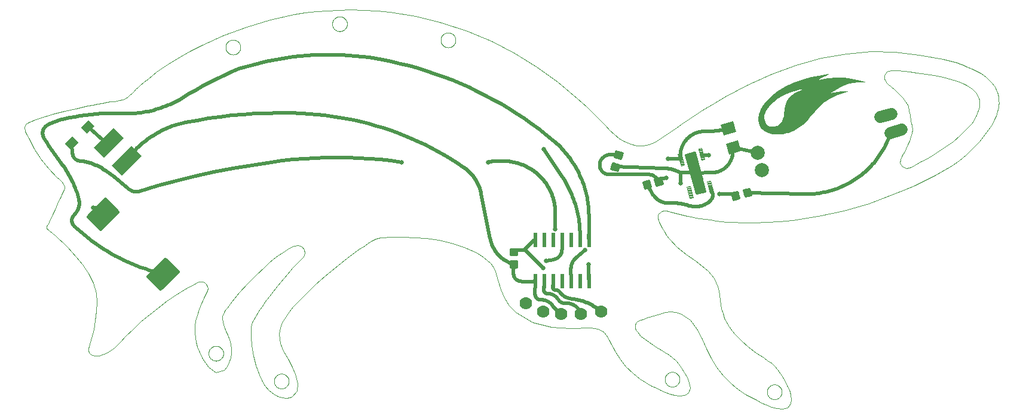
<source format=gbl>
G04 EAGLE Gerber RS-274X export*
G75*
%MOMM*%
%FSLAX34Y34*%
%LPD*%
%INBottom layer*%
%IPPOS*%
%AMOC8*
5,1,8,0,0,1.08239X$1,22.5*%
G01*
%ADD10C,0.000000*%
%ADD11C,0.001000*%
%ADD12R,0.600000X2.000000*%
%ADD13C,0.220000*%
%ADD14C,0.120000*%
%ADD15C,0.320000*%
%ADD16R,1.600000X1.800000*%
%ADD17C,0.600000*%
%ADD18R,4.000000X2.000000*%
%ADD19C,2.000000*%
%ADD20C,1.778000*%
%ADD21C,1.676400*%
%ADD22R,1.500000X1.220000*%
%ADD23C,0.500000*%
%ADD24C,0.654800*%

G36*
X1068185Y389183D02*
X1068185Y389183D01*
X1068186Y389183D01*
X1070485Y389309D01*
X1072837Y389544D01*
X1075237Y389891D01*
X1077679Y390349D01*
X1080160Y390920D01*
X1082675Y391603D01*
X1085219Y392401D01*
X1088119Y393593D01*
X1090929Y394915D01*
X1093642Y396358D01*
X1093643Y396358D01*
X1096253Y397914D01*
X1098755Y399575D01*
X1101141Y401331D01*
X1103405Y403174D01*
X1105540Y405096D01*
X1111248Y410605D01*
X1115902Y416255D01*
X1115903Y416255D01*
X1120338Y422001D01*
X1125390Y427800D01*
X1131895Y433606D01*
X1140687Y439375D01*
X1152604Y445064D01*
X1168480Y450627D01*
X1168481Y450629D01*
X1168482Y450630D01*
X1168482Y450631D01*
X1168482Y450632D01*
X1168480Y450633D01*
X1168478Y450635D01*
X1167956Y450656D01*
X1166458Y450686D01*
X1166457Y450686D01*
X1164082Y450674D01*
X1160931Y450570D01*
X1157104Y450322D01*
X1152701Y449881D01*
X1147824Y449196D01*
X1142594Y448220D01*
X1146563Y450756D01*
X1150707Y453389D01*
X1155251Y455970D01*
X1160441Y458365D01*
X1166522Y460436D01*
X1173738Y462048D01*
X1182335Y463064D01*
X1192557Y463348D01*
X1192558Y463349D01*
X1192560Y463350D01*
X1192560Y463351D01*
X1192561Y463352D01*
X1192559Y463353D01*
X1192558Y463356D01*
X1191143Y463881D01*
X1191143Y463882D01*
X1187109Y465189D01*
X1187108Y465189D01*
X1180771Y466875D01*
X1180770Y466875D01*
X1172445Y468535D01*
X1162449Y469765D01*
X1162449Y469764D01*
X1162448Y469765D01*
X1151097Y470160D01*
X1138706Y469318D01*
X1125612Y466837D01*
X1127381Y468065D01*
X1129054Y469127D01*
X1130700Y470074D01*
X1132400Y470967D01*
X1134240Y471868D01*
X1136304Y472838D01*
X1138675Y473940D01*
X1141436Y475234D01*
X1141437Y475236D01*
X1141439Y475238D01*
X1141438Y475238D01*
X1141438Y475239D01*
X1141436Y475240D01*
X1141434Y475242D01*
X1139457Y475039D01*
X1139457Y475038D01*
X1139457Y475039D01*
X1133984Y474315D01*
X1133983Y474315D01*
X1125695Y472901D01*
X1115275Y470627D01*
X1103407Y467321D01*
X1103406Y467321D01*
X1090773Y462815D01*
X1090772Y462815D01*
X1078056Y456938D01*
X1078056Y456937D01*
X1065940Y449519D01*
X1065940Y449516D01*
X1065938Y449515D01*
X1065938Y438651D01*
X1065939Y438651D01*
X1065939Y438650D01*
X1065940Y438649D01*
X1065942Y438647D01*
X1065943Y438648D01*
X1065945Y438648D01*
X1072315Y442718D01*
X1078758Y445998D01*
X1084991Y448565D01*
X1090728Y450493D01*
X1095686Y451861D01*
X1099579Y452743D01*
X1102124Y453216D01*
X1103006Y453353D01*
X1092090Y448157D01*
X1092090Y448156D01*
X1084878Y442521D01*
X1084877Y442521D01*
X1080575Y436615D01*
X1080575Y436614D01*
X1080574Y436613D01*
X1078362Y430593D01*
X1078362Y430592D01*
X1078361Y430588D01*
X1078360Y430579D01*
X1078359Y430575D01*
X1078358Y430571D01*
X1078358Y430567D01*
X1078357Y430562D01*
X1078356Y430558D01*
X1078356Y430554D01*
X1078355Y430550D01*
X1078354Y430541D01*
X1078353Y430537D01*
X1078352Y430533D01*
X1078352Y430528D01*
X1078351Y430524D01*
X1078350Y430520D01*
X1078350Y430516D01*
X1078349Y430511D01*
X1078348Y430503D01*
X1078346Y430494D01*
X1078346Y430490D01*
X1078345Y430486D01*
X1078344Y430482D01*
X1078344Y430477D01*
X1078343Y430473D01*
X1078342Y430469D01*
X1078342Y430465D01*
X1078340Y430456D01*
X1078340Y430452D01*
X1078339Y430448D01*
X1078338Y430443D01*
X1078338Y430439D01*
X1078337Y430435D01*
X1078336Y430431D01*
X1078336Y430426D01*
X1078334Y430418D01*
X1078334Y430414D01*
X1078333Y430409D01*
X1078332Y430405D01*
X1078332Y430401D01*
X1078331Y430397D01*
X1078330Y430392D01*
X1078330Y430388D01*
X1078328Y430380D01*
X1078328Y430375D01*
X1078327Y430371D01*
X1078326Y430367D01*
X1078326Y430363D01*
X1078325Y430358D01*
X1078324Y430354D01*
X1078324Y430350D01*
X1078322Y430341D01*
X1078321Y430333D01*
X1078320Y430329D01*
X1078320Y430324D01*
X1078319Y430320D01*
X1078318Y430316D01*
X1078318Y430312D01*
X1078317Y430307D01*
X1078316Y430303D01*
X1078315Y430295D01*
X1078314Y430290D01*
X1078314Y430286D01*
X1078313Y430282D01*
X1078312Y430278D01*
X1078312Y430273D01*
X1078311Y430269D01*
X1078310Y430265D01*
X1078309Y430256D01*
X1078308Y430252D01*
X1078308Y430248D01*
X1078307Y430244D01*
X1078306Y430239D01*
X1078306Y430235D01*
X1078305Y430231D01*
X1078304Y430227D01*
X1078303Y430218D01*
X1078302Y430214D01*
X1078302Y430210D01*
X1078301Y430210D01*
X1078302Y430210D01*
X1078301Y430205D01*
X1078300Y430201D01*
X1078300Y430197D01*
X1078299Y430197D01*
X1078300Y430197D01*
X1078299Y430193D01*
X1078298Y430188D01*
X1078297Y430180D01*
X1078295Y430171D01*
X1078295Y430167D01*
X1078294Y430163D01*
X1078293Y430159D01*
X1078293Y430154D01*
X1078292Y430150D01*
X1078291Y430146D01*
X1078291Y430142D01*
X1078289Y430133D01*
X1078289Y430129D01*
X1078288Y430125D01*
X1078287Y430120D01*
X1078287Y430116D01*
X1078286Y430112D01*
X1078285Y430108D01*
X1078285Y430103D01*
X1078283Y430095D01*
X1078283Y430091D01*
X1078282Y430086D01*
X1078281Y430082D01*
X1078281Y430078D01*
X1078280Y430074D01*
X1078279Y430069D01*
X1078279Y430065D01*
X1078277Y430057D01*
X1078277Y430052D01*
X1078276Y430048D01*
X1078275Y430044D01*
X1078275Y430040D01*
X1078274Y430035D01*
X1078273Y430031D01*
X1078273Y430027D01*
X1078271Y430018D01*
X1078271Y430014D01*
X1078270Y430010D01*
X1078269Y430006D01*
X1078269Y430001D01*
X1078268Y429997D01*
X1078267Y429993D01*
X1078267Y429989D01*
X1078265Y429980D01*
X1078264Y429972D01*
X1078263Y429967D01*
X1078263Y429963D01*
X1078262Y429959D01*
X1078261Y429955D01*
X1078261Y429950D01*
X1078260Y429946D01*
X1078259Y429942D01*
X1078258Y429933D01*
X1078257Y429929D01*
X1078257Y429925D01*
X1078256Y429921D01*
X1078255Y429916D01*
X1078255Y429912D01*
X1078254Y429908D01*
X1078253Y429904D01*
X1078252Y429895D01*
X1078251Y429891D01*
X1078251Y429887D01*
X1078250Y429882D01*
X1078249Y429878D01*
X1078249Y429874D01*
X1078248Y429870D01*
X1078247Y429865D01*
X1078246Y429857D01*
X1078245Y429853D01*
X1078245Y429848D01*
X1078244Y429844D01*
X1078243Y429840D01*
X1078243Y429836D01*
X1078242Y429831D01*
X1078241Y429827D01*
X1078240Y429819D01*
X1078239Y429810D01*
X1078238Y429810D01*
X1078239Y429810D01*
X1078238Y429806D01*
X1078237Y429802D01*
X1078237Y429797D01*
X1078236Y429797D01*
X1078237Y429797D01*
X1078236Y429793D01*
X1078235Y429789D01*
X1078235Y429785D01*
X1078234Y429785D01*
X1078234Y429780D01*
X1078232Y429772D01*
X1078232Y429768D01*
X1078231Y429763D01*
X1078230Y429759D01*
X1078230Y429755D01*
X1078229Y429751D01*
X1078228Y429746D01*
X1078228Y429742D01*
X1078226Y429734D01*
X1078226Y429729D01*
X1078225Y429725D01*
X1078224Y429721D01*
X1078224Y429717D01*
X1078223Y429712D01*
X1078222Y429708D01*
X1078222Y429704D01*
X1078220Y429695D01*
X1078220Y429691D01*
X1078219Y429687D01*
X1078218Y429683D01*
X1078218Y429678D01*
X1078217Y429674D01*
X1078216Y429670D01*
X1078216Y429666D01*
X1078214Y429657D01*
X1078213Y429649D01*
X1078212Y429644D01*
X1078212Y429640D01*
X1078211Y429636D01*
X1078210Y429632D01*
X1078210Y429627D01*
X1078209Y429623D01*
X1078208Y429619D01*
X1078207Y429610D01*
X1078206Y429606D01*
X1078206Y429602D01*
X1078205Y429598D01*
X1078204Y429593D01*
X1078204Y429589D01*
X1078203Y429585D01*
X1078202Y429581D01*
X1078201Y429572D01*
X1078200Y429568D01*
X1078200Y429564D01*
X1078199Y429559D01*
X1078198Y429555D01*
X1078198Y429551D01*
X1078197Y429547D01*
X1078196Y429542D01*
X1078195Y429534D01*
X1078194Y429530D01*
X1078194Y429525D01*
X1078193Y429521D01*
X1078192Y429517D01*
X1078192Y429513D01*
X1078191Y429508D01*
X1078190Y429504D01*
X1078189Y429496D01*
X1078188Y429491D01*
X1078188Y429487D01*
X1078187Y429483D01*
X1078186Y429479D01*
X1078186Y429474D01*
X1078185Y429470D01*
X1078184Y429466D01*
X1078183Y429457D01*
X1078182Y429449D01*
X1078181Y429445D01*
X1078180Y429440D01*
X1078180Y429436D01*
X1078179Y429432D01*
X1078178Y429428D01*
X1078178Y429423D01*
X1078177Y429423D01*
X1078178Y429423D01*
X1078177Y429419D01*
X1078176Y429411D01*
X1078175Y429411D01*
X1078176Y429411D01*
X1078175Y429406D01*
X1078174Y429402D01*
X1078174Y429398D01*
X1078173Y429398D01*
X1078174Y429398D01*
X1078173Y429394D01*
X1078172Y429389D01*
X1078172Y429385D01*
X1078171Y429385D01*
X1078171Y429381D01*
X1078169Y429372D01*
X1078169Y429368D01*
X1078168Y429364D01*
X1078167Y429360D01*
X1078167Y429355D01*
X1078166Y429351D01*
X1078165Y429347D01*
X1078165Y429343D01*
X1078163Y429334D01*
X1078163Y429330D01*
X1078162Y429326D01*
X1078161Y429321D01*
X1078161Y429317D01*
X1078160Y429313D01*
X1078159Y429309D01*
X1078159Y429304D01*
X1078157Y429296D01*
X1078156Y429287D01*
X1078155Y429283D01*
X1078155Y429279D01*
X1078154Y429275D01*
X1078153Y429270D01*
X1078153Y429266D01*
X1078152Y429262D01*
X1078151Y429258D01*
X1078150Y429249D01*
X1078149Y429245D01*
X1078149Y429241D01*
X1078148Y429236D01*
X1078147Y429232D01*
X1078147Y429228D01*
X1078146Y429224D01*
X1078145Y429219D01*
X1078144Y429211D01*
X1078143Y429207D01*
X1078143Y429202D01*
X1078142Y429198D01*
X1078141Y429194D01*
X1078141Y429190D01*
X1078140Y429185D01*
X1078139Y429181D01*
X1078138Y429173D01*
X1078137Y429168D01*
X1078137Y429164D01*
X1078136Y429160D01*
X1078135Y429156D01*
X1078135Y429151D01*
X1078134Y429147D01*
X1078133Y429143D01*
X1078132Y429134D01*
X1078131Y429126D01*
X1078130Y429122D01*
X1078129Y429117D01*
X1078129Y429113D01*
X1078128Y429109D01*
X1078127Y429105D01*
X1078127Y429100D01*
X1078126Y429096D01*
X1078125Y429088D01*
X1078124Y429083D01*
X1078123Y429079D01*
X1078123Y429075D01*
X1078122Y429071D01*
X1078121Y429066D01*
X1078121Y429062D01*
X1078120Y429058D01*
X1078119Y429049D01*
X1078118Y429045D01*
X1078117Y429041D01*
X1078117Y429037D01*
X1078116Y429032D01*
X1078115Y429028D01*
X1078115Y429024D01*
X1078114Y429024D01*
X1078115Y429024D01*
X1078114Y429020D01*
X1078113Y429011D01*
X1078112Y429011D01*
X1078113Y429011D01*
X1078112Y429007D01*
X1078111Y429003D01*
X1078111Y428998D01*
X1078110Y428998D01*
X1078111Y428998D01*
X1078110Y428994D01*
X1078109Y428990D01*
X1078108Y428986D01*
X1078108Y428981D01*
X1078106Y428973D01*
X1078106Y428969D01*
X1078105Y428964D01*
X1078104Y428960D01*
X1078104Y428956D01*
X1078103Y428952D01*
X1078102Y428947D01*
X1078102Y428943D01*
X1078100Y428935D01*
X1078099Y428926D01*
X1078098Y428922D01*
X1078098Y428918D01*
X1078097Y428913D01*
X1078096Y428909D01*
X1078096Y428905D01*
X1078095Y428901D01*
X1078094Y428896D01*
X1078093Y428888D01*
X1078092Y428884D01*
X1078092Y428879D01*
X1078091Y428875D01*
X1078090Y428871D01*
X1078090Y428867D01*
X1078089Y428862D01*
X1078088Y428858D01*
X1078087Y428850D01*
X1078086Y428845D01*
X1078086Y428841D01*
X1078085Y428837D01*
X1078084Y428833D01*
X1078084Y428828D01*
X1078083Y428824D01*
X1078082Y428820D01*
X1078081Y428811D01*
X1078080Y428807D01*
X1078080Y428803D01*
X1078079Y428799D01*
X1078078Y428794D01*
X1078078Y428790D01*
X1078077Y428786D01*
X1078076Y428782D01*
X1078075Y428773D01*
X1078074Y428765D01*
X1078073Y428760D01*
X1078072Y428756D01*
X1078072Y428752D01*
X1078071Y428748D01*
X1078070Y428743D01*
X1078070Y428739D01*
X1078069Y428735D01*
X1078068Y428726D01*
X1078067Y428722D01*
X1078066Y428718D01*
X1078066Y428714D01*
X1078065Y428709D01*
X1078064Y428705D01*
X1078064Y428701D01*
X1078063Y428697D01*
X1078062Y428688D01*
X1078061Y428684D01*
X1078060Y428680D01*
X1078060Y428675D01*
X1078059Y428671D01*
X1078058Y428667D01*
X1078058Y428663D01*
X1078057Y428658D01*
X1078056Y428650D01*
X1078055Y428646D01*
X1078054Y428641D01*
X1078054Y428637D01*
X1078053Y428633D01*
X1078052Y428629D01*
X1078052Y428624D01*
X1078051Y428624D01*
X1078052Y428624D01*
X1078051Y428620D01*
X1078050Y428612D01*
X1078049Y428612D01*
X1078050Y428612D01*
X1078048Y428603D01*
X1078048Y428599D01*
X1078047Y428599D01*
X1078048Y428599D01*
X1078047Y428595D01*
X1078046Y428590D01*
X1078045Y428586D01*
X1078045Y428582D01*
X1078044Y428578D01*
X1078043Y428573D01*
X1078042Y428565D01*
X1078041Y428561D01*
X1078041Y428556D01*
X1078040Y428552D01*
X1078039Y428548D01*
X1078039Y428544D01*
X1078038Y428539D01*
X1078037Y428535D01*
X1078036Y428527D01*
X1078035Y428522D01*
X1078035Y428518D01*
X1078034Y428514D01*
X1078033Y428510D01*
X1078033Y428505D01*
X1078032Y428501D01*
X1078031Y428497D01*
X1078030Y428488D01*
X1078029Y428484D01*
X1078029Y428480D01*
X1078028Y428476D01*
X1078027Y428471D01*
X1078027Y428467D01*
X1078026Y428463D01*
X1078025Y428459D01*
X1078024Y428450D01*
X1078023Y428442D01*
X1078022Y428437D01*
X1078021Y428433D01*
X1078021Y428429D01*
X1078020Y428425D01*
X1078019Y428420D01*
X1078018Y428412D01*
X1078017Y428403D01*
X1078016Y428399D01*
X1078015Y428395D01*
X1078015Y428391D01*
X1078014Y428386D01*
X1078013Y428382D01*
X1078013Y428378D01*
X1078012Y428374D01*
X1078011Y428365D01*
X1078010Y428361D01*
X1078009Y428357D01*
X1078009Y428352D01*
X1078008Y428348D01*
X1078007Y428344D01*
X1078007Y428340D01*
X1078006Y428335D01*
X1078005Y428327D01*
X1078004Y428323D01*
X1078003Y428318D01*
X1078003Y428314D01*
X1078002Y428310D01*
X1078001Y428306D01*
X1078001Y428301D01*
X1078000Y428297D01*
X1077999Y428289D01*
X1077998Y428284D01*
X1077997Y428280D01*
X1077997Y428276D01*
X1077996Y428272D01*
X1077995Y428267D01*
X1077995Y428263D01*
X1077994Y428259D01*
X1077993Y428250D01*
X1077991Y428242D01*
X1077991Y428238D01*
X1077990Y428233D01*
X1077989Y428229D01*
X1077989Y428225D01*
X1077988Y428225D01*
X1077989Y428225D01*
X1077988Y428221D01*
X1077987Y428216D01*
X1077987Y428212D01*
X1077986Y428212D01*
X1077987Y428212D01*
X1077985Y428204D01*
X1077985Y428199D01*
X1077984Y428199D01*
X1077984Y428195D01*
X1077983Y428191D01*
X1077982Y428187D01*
X1077982Y428182D01*
X1077981Y428178D01*
X1077980Y428174D01*
X1077979Y428165D01*
X1077978Y428161D01*
X1077978Y428157D01*
X1077977Y428153D01*
X1077976Y428148D01*
X1077976Y428144D01*
X1077975Y428140D01*
X1077974Y428136D01*
X1077973Y428127D01*
X1077972Y428123D01*
X1077972Y428119D01*
X1077971Y428114D01*
X1077970Y428110D01*
X1077970Y428106D01*
X1077969Y428102D01*
X1077968Y428097D01*
X1077967Y428089D01*
X1077966Y428080D01*
X1077965Y428076D01*
X1077964Y428072D01*
X1077964Y428068D01*
X1077963Y428063D01*
X1077962Y428059D01*
X1077962Y428055D01*
X1077961Y428051D01*
X1077960Y428042D01*
X1077959Y428038D01*
X1077958Y428034D01*
X1077958Y428029D01*
X1077957Y428025D01*
X1077956Y428021D01*
X1077956Y428017D01*
X1077955Y428012D01*
X1077954Y428004D01*
X1077953Y428000D01*
X1077952Y427995D01*
X1077952Y427991D01*
X1077951Y427987D01*
X1077950Y427983D01*
X1077950Y427978D01*
X1077949Y427974D01*
X1077948Y427966D01*
X1077947Y427961D01*
X1077946Y427957D01*
X1077946Y427953D01*
X1077945Y427949D01*
X1077944Y427944D01*
X1077944Y427940D01*
X1077943Y427936D01*
X1077942Y427927D01*
X1077940Y427919D01*
X1077940Y427915D01*
X1077939Y427910D01*
X1077938Y427906D01*
X1077938Y427902D01*
X1077937Y427898D01*
X1077936Y427893D01*
X1077936Y427889D01*
X1077934Y427881D01*
X1077934Y427876D01*
X1077933Y427872D01*
X1077932Y427868D01*
X1077932Y427864D01*
X1077931Y427859D01*
X1077930Y427855D01*
X1077930Y427851D01*
X1077928Y427842D01*
X1077928Y427838D01*
X1077927Y427834D01*
X1077926Y427830D01*
X1077926Y427825D01*
X1077925Y427825D01*
X1077926Y427825D01*
X1077925Y427821D01*
X1077924Y427817D01*
X1077924Y427813D01*
X1077923Y427813D01*
X1077924Y427813D01*
X1077922Y427804D01*
X1077922Y427800D01*
X1077921Y427800D01*
X1077921Y427796D01*
X1077920Y427791D01*
X1077919Y427787D01*
X1077919Y427783D01*
X1077918Y427779D01*
X1077917Y427774D01*
X1077916Y427766D01*
X1077915Y427762D01*
X1077915Y427757D01*
X1077914Y427753D01*
X1077913Y427749D01*
X1077913Y427745D01*
X1077912Y427740D01*
X1077911Y427736D01*
X1077910Y427728D01*
X1077909Y427719D01*
X1077908Y427715D01*
X1077907Y427711D01*
X1077907Y427706D01*
X1077906Y427702D01*
X1077905Y427698D01*
X1077905Y427694D01*
X1077904Y427689D01*
X1077903Y427681D01*
X1077902Y427677D01*
X1077901Y427672D01*
X1077901Y427668D01*
X1077900Y427664D01*
X1077899Y427660D01*
X1077899Y427655D01*
X1077898Y427651D01*
X1077897Y427643D01*
X1077896Y427638D01*
X1077895Y427634D01*
X1077895Y427630D01*
X1077894Y427626D01*
X1077893Y427621D01*
X1077893Y427617D01*
X1077892Y427613D01*
X1077891Y427604D01*
X1077890Y427600D01*
X1077889Y427596D01*
X1077889Y427592D01*
X1077888Y427587D01*
X1077887Y427583D01*
X1077887Y427579D01*
X1077886Y427575D01*
X1077885Y427566D01*
X1077883Y427558D01*
X1077883Y427553D01*
X1077882Y427549D01*
X1077881Y427545D01*
X1077881Y427541D01*
X1077880Y427536D01*
X1077879Y427532D01*
X1077879Y427528D01*
X1077877Y427519D01*
X1077877Y427515D01*
X1077876Y427511D01*
X1077875Y427507D01*
X1077875Y427502D01*
X1077874Y427498D01*
X1077873Y427494D01*
X1077873Y427490D01*
X1077871Y427481D01*
X1077871Y427477D01*
X1077870Y427473D01*
X1077869Y427468D01*
X1077869Y427464D01*
X1077868Y427460D01*
X1077867Y427456D01*
X1077867Y427451D01*
X1077865Y427443D01*
X1077865Y427439D01*
X1077864Y427434D01*
X1077863Y427430D01*
X1077863Y427426D01*
X1077862Y427426D01*
X1077863Y427426D01*
X1077862Y427422D01*
X1077861Y427417D01*
X1077861Y427413D01*
X1077860Y427413D01*
X1077861Y427413D01*
X1077859Y427405D01*
X1077858Y427396D01*
X1077857Y427392D01*
X1077856Y427388D01*
X1077856Y427383D01*
X1077855Y427379D01*
X1077854Y427375D01*
X1077854Y427371D01*
X1077853Y427366D01*
X1077852Y427358D01*
X1077851Y427354D01*
X1077850Y427349D01*
X1077850Y427345D01*
X1077849Y427341D01*
X1077848Y427337D01*
X1077848Y427332D01*
X1077847Y427328D01*
X1077846Y427320D01*
X1077845Y427315D01*
X1077844Y427311D01*
X1077844Y427307D01*
X1077843Y427303D01*
X1077842Y427298D01*
X1077842Y427294D01*
X1077841Y427290D01*
X1077840Y427281D01*
X1077839Y427277D01*
X1077838Y427273D01*
X1077838Y427269D01*
X1077837Y427264D01*
X1077836Y427260D01*
X1077836Y427256D01*
X1077835Y427252D01*
X1077834Y427243D01*
X1077833Y427239D01*
X1077832Y427235D01*
X1077832Y427230D01*
X1077831Y427226D01*
X1077830Y427222D01*
X1077830Y427218D01*
X1077829Y427213D01*
X1077828Y427205D01*
X1077826Y427196D01*
X1077826Y427192D01*
X1077825Y427188D01*
X1077824Y427184D01*
X1077824Y427179D01*
X1077823Y427175D01*
X1077822Y427171D01*
X1077822Y427167D01*
X1077820Y427158D01*
X1077820Y427154D01*
X1077819Y427150D01*
X1077818Y427145D01*
X1077818Y427141D01*
X1077817Y427137D01*
X1077816Y427133D01*
X1077816Y427128D01*
X1077814Y427120D01*
X1077814Y427116D01*
X1077813Y427111D01*
X1077812Y427107D01*
X1077812Y427103D01*
X1077811Y427099D01*
X1077810Y427094D01*
X1077810Y427090D01*
X1077808Y427082D01*
X1077808Y427077D01*
X1077807Y427073D01*
X1077806Y427069D01*
X1077806Y427065D01*
X1077805Y427060D01*
X1077804Y427056D01*
X1077804Y427052D01*
X1077802Y427043D01*
X1077801Y427035D01*
X1077800Y427031D01*
X1077800Y427026D01*
X1077799Y427026D01*
X1077800Y427026D01*
X1077799Y427022D01*
X1077798Y427018D01*
X1077798Y427014D01*
X1077797Y427014D01*
X1077798Y427014D01*
X1077797Y427009D01*
X1077796Y427005D01*
X1077795Y426997D01*
X1077794Y426992D01*
X1077793Y426988D01*
X1077793Y426984D01*
X1077792Y426980D01*
X1077791Y426975D01*
X1077791Y426971D01*
X1077790Y426967D01*
X1077789Y426958D01*
X1077788Y426954D01*
X1077787Y426950D01*
X1077787Y426946D01*
X1077786Y426941D01*
X1077785Y426937D01*
X1077785Y426933D01*
X1077784Y426929D01*
X1077783Y426920D01*
X1077782Y426916D01*
X1077781Y426912D01*
X1077781Y426907D01*
X1077780Y426903D01*
X1077779Y426899D01*
X1077779Y426895D01*
X1077778Y426890D01*
X1077777Y426882D01*
X1077775Y426873D01*
X1077775Y426869D01*
X1077774Y426865D01*
X1077773Y426861D01*
X1077773Y426856D01*
X1077772Y426852D01*
X1077771Y426848D01*
X1077771Y426844D01*
X1077769Y426835D01*
X1077769Y426831D01*
X1077768Y426827D01*
X1077767Y426822D01*
X1077767Y426818D01*
X1077766Y426814D01*
X1077765Y426810D01*
X1077765Y426805D01*
X1077763Y426797D01*
X1077763Y426793D01*
X1077762Y426788D01*
X1077761Y426784D01*
X1077761Y426780D01*
X1077760Y426776D01*
X1077759Y426771D01*
X1077759Y426767D01*
X1077757Y426759D01*
X1077757Y426754D01*
X1077756Y426750D01*
X1077755Y426746D01*
X1077755Y426742D01*
X1077754Y426737D01*
X1077753Y426733D01*
X1077753Y426729D01*
X1077751Y426720D01*
X1077751Y426716D01*
X1077750Y426712D01*
X1077749Y426708D01*
X1077749Y426703D01*
X1077748Y426699D01*
X1077747Y426695D01*
X1077747Y426691D01*
X1077745Y426682D01*
X1077744Y426674D01*
X1077743Y426669D01*
X1077743Y426665D01*
X1077742Y426661D01*
X1077741Y426657D01*
X1077741Y426652D01*
X1077740Y426648D01*
X1077739Y426644D01*
X1077738Y426635D01*
X1077737Y426631D01*
X1077737Y426627D01*
X1077736Y426627D01*
X1077737Y426627D01*
X1077736Y426623D01*
X1077735Y426618D01*
X1077735Y426614D01*
X1077734Y426614D01*
X1077735Y426614D01*
X1077734Y426610D01*
X1077733Y426606D01*
X1077732Y426597D01*
X1077731Y426593D01*
X1077730Y426589D01*
X1077730Y426584D01*
X1077729Y426580D01*
X1077728Y426576D01*
X1077728Y426572D01*
X1077727Y426567D01*
X1077726Y426559D01*
X1077725Y426555D01*
X1077724Y426550D01*
X1077724Y426546D01*
X1077723Y426542D01*
X1077722Y426538D01*
X1077722Y426533D01*
X1077721Y426529D01*
X1077720Y426521D01*
X1077718Y426512D01*
X1077718Y426508D01*
X1077717Y426504D01*
X1077716Y426499D01*
X1077716Y426495D01*
X1077715Y426491D01*
X1077714Y426487D01*
X1077714Y426482D01*
X1077712Y426474D01*
X1077712Y426470D01*
X1077711Y426465D01*
X1077710Y426461D01*
X1077710Y426457D01*
X1077709Y426453D01*
X1077708Y426448D01*
X1077708Y426444D01*
X1077706Y426436D01*
X1077706Y426431D01*
X1077705Y426427D01*
X1077704Y426423D01*
X1077704Y426419D01*
X1077703Y426414D01*
X1077702Y426410D01*
X1077702Y426406D01*
X1077700Y426397D01*
X1077700Y426393D01*
X1077699Y426389D01*
X1077698Y426385D01*
X1077698Y426380D01*
X1077697Y426376D01*
X1077696Y426372D01*
X1077696Y426368D01*
X1077694Y426359D01*
X1077693Y426351D01*
X1077692Y426346D01*
X1077692Y426342D01*
X1077691Y426338D01*
X1077690Y426334D01*
X1077690Y426329D01*
X1077689Y426325D01*
X1077688Y426321D01*
X1077687Y426312D01*
X1077686Y426308D01*
X1077686Y426304D01*
X1077685Y426300D01*
X1077684Y426295D01*
X1077684Y426291D01*
X1077683Y426287D01*
X1077682Y426283D01*
X1077681Y426274D01*
X1077680Y426270D01*
X1077680Y426266D01*
X1077679Y426261D01*
X1077678Y426257D01*
X1077678Y426253D01*
X1077677Y426249D01*
X1077676Y426244D01*
X1077675Y426236D01*
X1077674Y426232D01*
X1077674Y426227D01*
X1077673Y426227D01*
X1077674Y426227D01*
X1077673Y426223D01*
X1077672Y426219D01*
X1077672Y426215D01*
X1077671Y426215D01*
X1077672Y426215D01*
X1077671Y426210D01*
X1077670Y426206D01*
X1077669Y426198D01*
X1077668Y426193D01*
X1077667Y426189D01*
X1077667Y426185D01*
X1077666Y426181D01*
X1077665Y426176D01*
X1077665Y426172D01*
X1077664Y426168D01*
X1077663Y426159D01*
X1077661Y426151D01*
X1077661Y426147D01*
X1077660Y426142D01*
X1077659Y426138D01*
X1077659Y426134D01*
X1077658Y426130D01*
X1077657Y426125D01*
X1077657Y426121D01*
X1077655Y426113D01*
X1077655Y426108D01*
X1077654Y426104D01*
X1077653Y426100D01*
X1077653Y426096D01*
X1077652Y426091D01*
X1077651Y426087D01*
X1077651Y426083D01*
X1077649Y426074D01*
X1077649Y426070D01*
X1077648Y426066D01*
X1077647Y426062D01*
X1077647Y426057D01*
X1077646Y426053D01*
X1077645Y426049D01*
X1077645Y426045D01*
X1077643Y426036D01*
X1077643Y426032D01*
X1077642Y426028D01*
X1077641Y426023D01*
X1077641Y426019D01*
X1077640Y426015D01*
X1077639Y426011D01*
X1077639Y426006D01*
X1077637Y425998D01*
X1077636Y425989D01*
X1077635Y425985D01*
X1077635Y425981D01*
X1077634Y425977D01*
X1077633Y425972D01*
X1077633Y425968D01*
X1077632Y425964D01*
X1077631Y425960D01*
X1077630Y425951D01*
X1077629Y425947D01*
X1077629Y425943D01*
X1077628Y425938D01*
X1077627Y425934D01*
X1077627Y425930D01*
X1077626Y425926D01*
X1077625Y425921D01*
X1077624Y425913D01*
X1077623Y425909D01*
X1077623Y425904D01*
X1077622Y425900D01*
X1077621Y425896D01*
X1077621Y425892D01*
X1077620Y425887D01*
X1077619Y425883D01*
X1077618Y425875D01*
X1077617Y425870D01*
X1077617Y425866D01*
X1077616Y425862D01*
X1077615Y425858D01*
X1077615Y425853D01*
X1077614Y425849D01*
X1077613Y425845D01*
X1077612Y425836D01*
X1077611Y425828D01*
X1077610Y425828D01*
X1077611Y425828D01*
X1077610Y425824D01*
X1077609Y425819D01*
X1077609Y425815D01*
X1077608Y425815D01*
X1077609Y425815D01*
X1077608Y425811D01*
X1077607Y425807D01*
X1077607Y425802D01*
X1077606Y425802D01*
X1077606Y425798D01*
X1077604Y425790D01*
X1077604Y425785D01*
X1077603Y425781D01*
X1077602Y425777D01*
X1077602Y425773D01*
X1077601Y425768D01*
X1077600Y425764D01*
X1077600Y425760D01*
X1077598Y425751D01*
X1077598Y425747D01*
X1077597Y425743D01*
X1077596Y425739D01*
X1077596Y425734D01*
X1077595Y425730D01*
X1077594Y425726D01*
X1077594Y425722D01*
X1077592Y425713D01*
X1077592Y425709D01*
X1077591Y425705D01*
X1077590Y425700D01*
X1077590Y425696D01*
X1077589Y425692D01*
X1077588Y425688D01*
X1077588Y425683D01*
X1077586Y425675D01*
X1077586Y425671D01*
X1077585Y425666D01*
X1077584Y425662D01*
X1077584Y425658D01*
X1077583Y425654D01*
X1077582Y425649D01*
X1077582Y425645D01*
X1077580Y425637D01*
X1077579Y425628D01*
X1077578Y425624D01*
X1077578Y425620D01*
X1077577Y425615D01*
X1077576Y425611D01*
X1077576Y425607D01*
X1077575Y425603D01*
X1077574Y425598D01*
X1077573Y425590D01*
X1077572Y425586D01*
X1077572Y425581D01*
X1077571Y425577D01*
X1077570Y425573D01*
X1077570Y425569D01*
X1077569Y425564D01*
X1077568Y425560D01*
X1077567Y425552D01*
X1077566Y425547D01*
X1077566Y425543D01*
X1077565Y425539D01*
X1077564Y425535D01*
X1077564Y425530D01*
X1077563Y425526D01*
X1077562Y425522D01*
X1077561Y425513D01*
X1077560Y425509D01*
X1077560Y425505D01*
X1077559Y425501D01*
X1077558Y425496D01*
X1077558Y425492D01*
X1077557Y425488D01*
X1077556Y425484D01*
X1077555Y425475D01*
X1077554Y425467D01*
X1077553Y425462D01*
X1077552Y425458D01*
X1077552Y425454D01*
X1077551Y425450D01*
X1077550Y425445D01*
X1077550Y425441D01*
X1077549Y425441D01*
X1077550Y425441D01*
X1077549Y425437D01*
X1077548Y425428D01*
X1077547Y425428D01*
X1077548Y425428D01*
X1077547Y425424D01*
X1077546Y425420D01*
X1077546Y425416D01*
X1077545Y425416D01*
X1077546Y425416D01*
X1077545Y425411D01*
X1077544Y425407D01*
X1077544Y425403D01*
X1077543Y425403D01*
X1077543Y425399D01*
X1077541Y425390D01*
X1077541Y425386D01*
X1077540Y425382D01*
X1077539Y425377D01*
X1077539Y425373D01*
X1077538Y425369D01*
X1077537Y425365D01*
X1077537Y425360D01*
X1077535Y425352D01*
X1077535Y425348D01*
X1077534Y425343D01*
X1077533Y425339D01*
X1077533Y425335D01*
X1077532Y425331D01*
X1077531Y425326D01*
X1077531Y425322D01*
X1077529Y425314D01*
X1077528Y425305D01*
X1077527Y425301D01*
X1077527Y425297D01*
X1077526Y425292D01*
X1077525Y425288D01*
X1077525Y425284D01*
X1077524Y425280D01*
X1077523Y425275D01*
X1077522Y425267D01*
X1077521Y425263D01*
X1077521Y425258D01*
X1077520Y425254D01*
X1077519Y425250D01*
X1077519Y425246D01*
X1077518Y425241D01*
X1077517Y425237D01*
X1077516Y425229D01*
X1077515Y425224D01*
X1077515Y425220D01*
X1077514Y425216D01*
X1077513Y425212D01*
X1077513Y425207D01*
X1077512Y425203D01*
X1077511Y425199D01*
X1077510Y425190D01*
X1077509Y425186D01*
X1077509Y425182D01*
X1077508Y425178D01*
X1077507Y425173D01*
X1077507Y425169D01*
X1077506Y425165D01*
X1077505Y425161D01*
X1077504Y425152D01*
X1077503Y425148D01*
X1077503Y425144D01*
X1077502Y425139D01*
X1077501Y425135D01*
X1077501Y425131D01*
X1077500Y425127D01*
X1077499Y425122D01*
X1077498Y425114D01*
X1077497Y425105D01*
X1077496Y425101D01*
X1077495Y425097D01*
X1077495Y425093D01*
X1077494Y425088D01*
X1077493Y425084D01*
X1077493Y425080D01*
X1077492Y425076D01*
X1077491Y425067D01*
X1077490Y425063D01*
X1077489Y425059D01*
X1077489Y425054D01*
X1077488Y425050D01*
X1077487Y425046D01*
X1077487Y425042D01*
X1077486Y425042D01*
X1077487Y425042D01*
X1077486Y425037D01*
X1077485Y425029D01*
X1077484Y425029D01*
X1077485Y425029D01*
X1077484Y425025D01*
X1077483Y425020D01*
X1077483Y425016D01*
X1077482Y425016D01*
X1077483Y425016D01*
X1077482Y425012D01*
X1077481Y425008D01*
X1077481Y425003D01*
X1077480Y425003D01*
X1077480Y424999D01*
X1077478Y424991D01*
X1077478Y424986D01*
X1077477Y424982D01*
X1077476Y424978D01*
X1077476Y424974D01*
X1077475Y424969D01*
X1077474Y424965D01*
X1077474Y424961D01*
X1077472Y424952D01*
X1077471Y424944D01*
X1077470Y424940D01*
X1077470Y424935D01*
X1077469Y424931D01*
X1077468Y424927D01*
X1077468Y424923D01*
X1077467Y424918D01*
X1077466Y424914D01*
X1077465Y424906D01*
X1077464Y424901D01*
X1077464Y424897D01*
X1077463Y424893D01*
X1077462Y424889D01*
X1077462Y424884D01*
X1077461Y424880D01*
X1077460Y424876D01*
X1077459Y424867D01*
X1077458Y424863D01*
X1077458Y424859D01*
X1077457Y424855D01*
X1077456Y424850D01*
X1077456Y424846D01*
X1077455Y424842D01*
X1077454Y424838D01*
X1077453Y424829D01*
X1077452Y424825D01*
X1077452Y424821D01*
X1077451Y424816D01*
X1077450Y424812D01*
X1077450Y424808D01*
X1077449Y424804D01*
X1077448Y424799D01*
X1077447Y424791D01*
X1077446Y424782D01*
X1077445Y424778D01*
X1077444Y424774D01*
X1077444Y424770D01*
X1077443Y424765D01*
X1077442Y424761D01*
X1077442Y424757D01*
X1077441Y424753D01*
X1077440Y424744D01*
X1077439Y424740D01*
X1077438Y424736D01*
X1077438Y424731D01*
X1077437Y424727D01*
X1077436Y424723D01*
X1077436Y424719D01*
X1077435Y424714D01*
X1077434Y424706D01*
X1077433Y424702D01*
X1077432Y424697D01*
X1077432Y424693D01*
X1077431Y424689D01*
X1077430Y424685D01*
X1077430Y424680D01*
X1077429Y424676D01*
X1077428Y424668D01*
X1077427Y424663D01*
X1077426Y424659D01*
X1077426Y424655D01*
X1077425Y424651D01*
X1077424Y424646D01*
X1077424Y424642D01*
X1077423Y424642D01*
X1077424Y424642D01*
X1077423Y424638D01*
X1077422Y424629D01*
X1077421Y424629D01*
X1077422Y424629D01*
X1077421Y424625D01*
X1077420Y424621D01*
X1077420Y424617D01*
X1077419Y424617D01*
X1077420Y424617D01*
X1077419Y424613D01*
X1076925Y418831D01*
X1076924Y418824D01*
X1076923Y418820D01*
X1076922Y418811D01*
X1076921Y418807D01*
X1076920Y418798D01*
X1076919Y418794D01*
X1076918Y418786D01*
X1076917Y418781D01*
X1076916Y418773D01*
X1076915Y418769D01*
X1076914Y418760D01*
X1076913Y418756D01*
X1076912Y418747D01*
X1076911Y418743D01*
X1076910Y418735D01*
X1076909Y418730D01*
X1076908Y418722D01*
X1076907Y418718D01*
X1076906Y418709D01*
X1076905Y418705D01*
X1076904Y418696D01*
X1076903Y418692D01*
X1076902Y418684D01*
X1076901Y418679D01*
X1076900Y418671D01*
X1076899Y418667D01*
X1076898Y418662D01*
X1076898Y418658D01*
X1076897Y418658D01*
X1076898Y418658D01*
X1076897Y418654D01*
X1076896Y418650D01*
X1076895Y418645D01*
X1076895Y418641D01*
X1076894Y418637D01*
X1076893Y418633D01*
X1076893Y418628D01*
X1076892Y418624D01*
X1076891Y418620D01*
X1076891Y418616D01*
X1076890Y418611D01*
X1076889Y418607D01*
X1076889Y418603D01*
X1076888Y418599D01*
X1076887Y418594D01*
X1076887Y418590D01*
X1076886Y418586D01*
X1076885Y418582D01*
X1076885Y418577D01*
X1076884Y418573D01*
X1076883Y418569D01*
X1076883Y418565D01*
X1076882Y418560D01*
X1076881Y418556D01*
X1076881Y418552D01*
X1076880Y418548D01*
X1076879Y418543D01*
X1076879Y418539D01*
X1076878Y418535D01*
X1076877Y418531D01*
X1076877Y418526D01*
X1076876Y418526D01*
X1076877Y418526D01*
X1076876Y418522D01*
X1076875Y418518D01*
X1076874Y418514D01*
X1076874Y418509D01*
X1076873Y418505D01*
X1076872Y418501D01*
X1076872Y418497D01*
X1076871Y418492D01*
X1076870Y418488D01*
X1076870Y418484D01*
X1076869Y418480D01*
X1076868Y418475D01*
X1076868Y418471D01*
X1076867Y418467D01*
X1076866Y418463D01*
X1076866Y418458D01*
X1076865Y418454D01*
X1076864Y418450D01*
X1076864Y418446D01*
X1076863Y418441D01*
X1076862Y418437D01*
X1076862Y418433D01*
X1076861Y418429D01*
X1076860Y418424D01*
X1076860Y418420D01*
X1076859Y418416D01*
X1076858Y418412D01*
X1076858Y418407D01*
X1076857Y418403D01*
X1076856Y418399D01*
X1076856Y418395D01*
X1076855Y418395D01*
X1076856Y418395D01*
X1076855Y418390D01*
X1076854Y418386D01*
X1076853Y418382D01*
X1076852Y418373D01*
X1076851Y418369D01*
X1076850Y418361D01*
X1076849Y418356D01*
X1076848Y418348D01*
X1076847Y418344D01*
X1076846Y418335D01*
X1076845Y418331D01*
X1076844Y418322D01*
X1076843Y418318D01*
X1076842Y418310D01*
X1076841Y418305D01*
X1076840Y418297D01*
X1076839Y418293D01*
X1076838Y418284D01*
X1076837Y418280D01*
X1076836Y418271D01*
X1076835Y418267D01*
X1076834Y418259D01*
X1076833Y418254D01*
X1076832Y418246D01*
X1076831Y418242D01*
X1076830Y418233D01*
X1076829Y418229D01*
X1076828Y418220D01*
X1076827Y418216D01*
X1076826Y418208D01*
X1076825Y418203D01*
X1076824Y418195D01*
X1076823Y418191D01*
X1076822Y418186D01*
X1076822Y418182D01*
X1076821Y418178D01*
X1076820Y418174D01*
X1076820Y418169D01*
X1076819Y418165D01*
X1076818Y418161D01*
X1076818Y418157D01*
X1076817Y418152D01*
X1076816Y418148D01*
X1076816Y418144D01*
X1076815Y418140D01*
X1076814Y418135D01*
X1076814Y418131D01*
X1076813Y418127D01*
X1076812Y418123D01*
X1076812Y418118D01*
X1076811Y418118D01*
X1076812Y418118D01*
X1076811Y418114D01*
X1076810Y418110D01*
X1076809Y418106D01*
X1076809Y418101D01*
X1076808Y418097D01*
X1076807Y418093D01*
X1076807Y418089D01*
X1076806Y418084D01*
X1076805Y418080D01*
X1076805Y418076D01*
X1076804Y418072D01*
X1076803Y418067D01*
X1076803Y418063D01*
X1076802Y418059D01*
X1076801Y418055D01*
X1076801Y418050D01*
X1076800Y418046D01*
X1076799Y418042D01*
X1076799Y418038D01*
X1076798Y418033D01*
X1076797Y418029D01*
X1076797Y418025D01*
X1076796Y418021D01*
X1076795Y418016D01*
X1076795Y418012D01*
X1076794Y418008D01*
X1076793Y418004D01*
X1076793Y417999D01*
X1076792Y417995D01*
X1076791Y417991D01*
X1076791Y417987D01*
X1076790Y417987D01*
X1076791Y417987D01*
X1076790Y417982D01*
X1076789Y417978D01*
X1076788Y417974D01*
X1076788Y417970D01*
X1076787Y417965D01*
X1076786Y417961D01*
X1076786Y417957D01*
X1076785Y417953D01*
X1076784Y417948D01*
X1076784Y417944D01*
X1076783Y417940D01*
X1076782Y417936D01*
X1076782Y417931D01*
X1076781Y417927D01*
X1076780Y417923D01*
X1076780Y417919D01*
X1076779Y417914D01*
X1076778Y417910D01*
X1076778Y417906D01*
X1076776Y417897D01*
X1076776Y417893D01*
X1076774Y417885D01*
X1076774Y417880D01*
X1076772Y417872D01*
X1076772Y417868D01*
X1076770Y417859D01*
X1076770Y417855D01*
X1076769Y417855D01*
X1076770Y417855D01*
X1076768Y417846D01*
X1076767Y417842D01*
X1076766Y417834D01*
X1076765Y417829D01*
X1076764Y417821D01*
X1076763Y417817D01*
X1076762Y417808D01*
X1076761Y417804D01*
X1076760Y417795D01*
X1076759Y417791D01*
X1076758Y417783D01*
X1076757Y417778D01*
X1076756Y417770D01*
X1076755Y417766D01*
X1076754Y417757D01*
X1076753Y417753D01*
X1076752Y417744D01*
X1076751Y417740D01*
X1076750Y417732D01*
X1076749Y417727D01*
X1076748Y417719D01*
X1076747Y417715D01*
X1076746Y417706D01*
X1076745Y417702D01*
X1076744Y417698D01*
X1076744Y417693D01*
X1076743Y417689D01*
X1076742Y417685D01*
X1076742Y417681D01*
X1076741Y417676D01*
X1076740Y417672D01*
X1076740Y417668D01*
X1076739Y417664D01*
X1076738Y417659D01*
X1076738Y417655D01*
X1076737Y417651D01*
X1076736Y417647D01*
X1076736Y417642D01*
X1076735Y417638D01*
X1076734Y417634D01*
X1076734Y417630D01*
X1076733Y417625D01*
X1076732Y417621D01*
X1076732Y417617D01*
X1076731Y417613D01*
X1076730Y417608D01*
X1076730Y417604D01*
X1076729Y417600D01*
X1076728Y417596D01*
X1076728Y417591D01*
X1076727Y417587D01*
X1076726Y417583D01*
X1076726Y417579D01*
X1076725Y417579D01*
X1076726Y417579D01*
X1076725Y417574D01*
X1076724Y417570D01*
X1076723Y417566D01*
X1076723Y417562D01*
X1076722Y417557D01*
X1076721Y417553D01*
X1076721Y417549D01*
X1076720Y417545D01*
X1076719Y417540D01*
X1076719Y417536D01*
X1076718Y417532D01*
X1076717Y417528D01*
X1076717Y417523D01*
X1076716Y417519D01*
X1076715Y417515D01*
X1076715Y417511D01*
X1076714Y417506D01*
X1076713Y417502D01*
X1076713Y417498D01*
X1076712Y417494D01*
X1076711Y417489D01*
X1076711Y417485D01*
X1076710Y417481D01*
X1076709Y417477D01*
X1076709Y417472D01*
X1076708Y417468D01*
X1076707Y417464D01*
X1076707Y417460D01*
X1076706Y417455D01*
X1076705Y417451D01*
X1076705Y417447D01*
X1076704Y417447D01*
X1076705Y417447D01*
X1076704Y417443D01*
X1076703Y417438D01*
X1076702Y417434D01*
X1076702Y417430D01*
X1076701Y417426D01*
X1076700Y417421D01*
X1076700Y417417D01*
X1076698Y417409D01*
X1076698Y417404D01*
X1076696Y417396D01*
X1076696Y417392D01*
X1076694Y417383D01*
X1076694Y417379D01*
X1076692Y417370D01*
X1076692Y417366D01*
X1076690Y417358D01*
X1076690Y417353D01*
X1076688Y417345D01*
X1076688Y417341D01*
X1076686Y417332D01*
X1076686Y417328D01*
X1076684Y417319D01*
X1076684Y417315D01*
X1076683Y417315D01*
X1076684Y417315D01*
X1076682Y417307D01*
X1076681Y417302D01*
X1076680Y417294D01*
X1076679Y417290D01*
X1076678Y417281D01*
X1076677Y417277D01*
X1076676Y417268D01*
X1076675Y417264D01*
X1076674Y417256D01*
X1076673Y417251D01*
X1076672Y417243D01*
X1076671Y417239D01*
X1076670Y417230D01*
X1076669Y417226D01*
X1076669Y417222D01*
X1076668Y417217D01*
X1076667Y417213D01*
X1076667Y417209D01*
X1076666Y417205D01*
X1076665Y417200D01*
X1076665Y417196D01*
X1076664Y417192D01*
X1076663Y417188D01*
X1076663Y417183D01*
X1076662Y417183D01*
X1076663Y417183D01*
X1076662Y417179D01*
X1076661Y417175D01*
X1076661Y417171D01*
X1076660Y417171D01*
X1076660Y417166D01*
X1076659Y417162D01*
X1076658Y417158D01*
X1076658Y417154D01*
X1076657Y417149D01*
X1076656Y417145D01*
X1076656Y417141D01*
X1076655Y417137D01*
X1076654Y417132D01*
X1076654Y417128D01*
X1076653Y417124D01*
X1076652Y417120D01*
X1076652Y417115D01*
X1076651Y417111D01*
X1076650Y417107D01*
X1076650Y417103D01*
X1076649Y417098D01*
X1076648Y417094D01*
X1076648Y417090D01*
X1076647Y417086D01*
X1076646Y417081D01*
X1076646Y417077D01*
X1076645Y417073D01*
X1076644Y417069D01*
X1076644Y417064D01*
X1076643Y417060D01*
X1076642Y417056D01*
X1076642Y417052D01*
X1076641Y417047D01*
X1076640Y417043D01*
X1076640Y417039D01*
X1076639Y417039D01*
X1076639Y417035D01*
X1076638Y417030D01*
X1076637Y417026D01*
X1076637Y417022D01*
X1076636Y417018D01*
X1076635Y417013D01*
X1076635Y417009D01*
X1076634Y417005D01*
X1076633Y417001D01*
X1076633Y416996D01*
X1076632Y416992D01*
X1076631Y416988D01*
X1076631Y416984D01*
X1076630Y416979D01*
X1076629Y416975D01*
X1076629Y416971D01*
X1076628Y416967D01*
X1076627Y416962D01*
X1076627Y416958D01*
X1076626Y416954D01*
X1076625Y416950D01*
X1076625Y416945D01*
X1076624Y416941D01*
X1076623Y416933D01*
X1076622Y416928D01*
X1076621Y416920D01*
X1076620Y416916D01*
X1076619Y416907D01*
X1076618Y416907D01*
X1076619Y416907D01*
X1076618Y416903D01*
X1076616Y416894D01*
X1076616Y416890D01*
X1076614Y416882D01*
X1076614Y416877D01*
X1076612Y416869D01*
X1076612Y416865D01*
X1076610Y416856D01*
X1076610Y416852D01*
X1076608Y416843D01*
X1076608Y416839D01*
X1076606Y416831D01*
X1076606Y416826D01*
X1076604Y416818D01*
X1076604Y416814D01*
X1076602Y416805D01*
X1076602Y416801D01*
X1076600Y416792D01*
X1076600Y416788D01*
X1076598Y416780D01*
X1076598Y416775D01*
X1076597Y416775D01*
X1076598Y416775D01*
X1076596Y416767D01*
X1076595Y416763D01*
X1076594Y416754D01*
X1076593Y416750D01*
X1076592Y416741D01*
X1076591Y416737D01*
X1076591Y416733D01*
X1076590Y416729D01*
X1076589Y416724D01*
X1076589Y416720D01*
X1076588Y416716D01*
X1076587Y416712D01*
X1076587Y416707D01*
X1076586Y416703D01*
X1076585Y416699D01*
X1076585Y416695D01*
X1076584Y416690D01*
X1076583Y416686D01*
X1076583Y416682D01*
X1076582Y416678D01*
X1076581Y416673D01*
X1076581Y416669D01*
X1076580Y416665D01*
X1076579Y416661D01*
X1076579Y416656D01*
X1076578Y416652D01*
X1076577Y416648D01*
X1076577Y416644D01*
X1076576Y416644D01*
X1076577Y416644D01*
X1076576Y416639D01*
X1076575Y416635D01*
X1076574Y416631D01*
X1076574Y416627D01*
X1076573Y416622D01*
X1076572Y416618D01*
X1076572Y416614D01*
X1076571Y416610D01*
X1076570Y416605D01*
X1076570Y416601D01*
X1076569Y416597D01*
X1076568Y416593D01*
X1076568Y416588D01*
X1076567Y416584D01*
X1076566Y416580D01*
X1076566Y416576D01*
X1076565Y416571D01*
X1076564Y416567D01*
X1076564Y416563D01*
X1076563Y416559D01*
X1076562Y416554D01*
X1076562Y416550D01*
X1076561Y416546D01*
X1076560Y416542D01*
X1076560Y416537D01*
X1076559Y416533D01*
X1076558Y416529D01*
X1076558Y416525D01*
X1076557Y416520D01*
X1076556Y416516D01*
X1076556Y416512D01*
X1076555Y416508D01*
X1076554Y416503D01*
X1076554Y416499D01*
X1076553Y416499D01*
X1076553Y416495D01*
X1076552Y416491D01*
X1076551Y416486D01*
X1076551Y416482D01*
X1076550Y416478D01*
X1076549Y416474D01*
X1076549Y416469D01*
X1076548Y416465D01*
X1076547Y416461D01*
X1076547Y416457D01*
X1076546Y416452D01*
X1076545Y416444D01*
X1076544Y416440D01*
X1076543Y416431D01*
X1076542Y416427D01*
X1076541Y416418D01*
X1076540Y416414D01*
X1076539Y416406D01*
X1076538Y416401D01*
X1076537Y416393D01*
X1076536Y416389D01*
X1076535Y416380D01*
X1076534Y416376D01*
X1076533Y416367D01*
X1076532Y416367D01*
X1076533Y416367D01*
X1076532Y416363D01*
X1076530Y416355D01*
X1076530Y416350D01*
X1076528Y416342D01*
X1076528Y416338D01*
X1076526Y416329D01*
X1076526Y416325D01*
X1076524Y416316D01*
X1076524Y416312D01*
X1076522Y416304D01*
X1076522Y416299D01*
X1076520Y416291D01*
X1076520Y416287D01*
X1076518Y416278D01*
X1076518Y416274D01*
X1076516Y416265D01*
X1076516Y416261D01*
X1076515Y416257D01*
X1076514Y416253D01*
X1076514Y416248D01*
X1076513Y416244D01*
X1076512Y416240D01*
X1076512Y416236D01*
X1076511Y416236D01*
X1076512Y416236D01*
X1076511Y416231D01*
X1076510Y416227D01*
X1076509Y416223D01*
X1076509Y416219D01*
X1076508Y416214D01*
X1076507Y416210D01*
X1076507Y416206D01*
X1076506Y416202D01*
X1076505Y416197D01*
X1076505Y416193D01*
X1076504Y416189D01*
X1076503Y416185D01*
X1076503Y416180D01*
X1076502Y416176D01*
X1076501Y416172D01*
X1076501Y416168D01*
X1076500Y416163D01*
X1076499Y416159D01*
X1076499Y416155D01*
X1076498Y416151D01*
X1076497Y416146D01*
X1076497Y416142D01*
X1076496Y416138D01*
X1076495Y416134D01*
X1076495Y416129D01*
X1076494Y416125D01*
X1076493Y416121D01*
X1076493Y416117D01*
X1076492Y416112D01*
X1076491Y416108D01*
X1076491Y416104D01*
X1076490Y416104D01*
X1076491Y416104D01*
X1076490Y416100D01*
X1076489Y416095D01*
X1076488Y416091D01*
X1076488Y416087D01*
X1076487Y416083D01*
X1076486Y416078D01*
X1076486Y416074D01*
X1076485Y416070D01*
X1076484Y416066D01*
X1076484Y416061D01*
X1076483Y416057D01*
X1076482Y416053D01*
X1076482Y416049D01*
X1076481Y416044D01*
X1076480Y416040D01*
X1076480Y416036D01*
X1076479Y416032D01*
X1076478Y416027D01*
X1076478Y416023D01*
X1076477Y416019D01*
X1076476Y416015D01*
X1076476Y416010D01*
X1076475Y416006D01*
X1076474Y416002D01*
X1076474Y415998D01*
X1076473Y415993D01*
X1076472Y415989D01*
X1076472Y415985D01*
X1076471Y415981D01*
X1076470Y415976D01*
X1076469Y415968D01*
X1076468Y415964D01*
X1076467Y415955D01*
X1076466Y415951D01*
X1076465Y415942D01*
X1076464Y415938D01*
X1076463Y415930D01*
X1076462Y415925D01*
X1076461Y415917D01*
X1076460Y415913D01*
X1076459Y415904D01*
X1076458Y415900D01*
X1076457Y415891D01*
X1076456Y415887D01*
X1076455Y415879D01*
X1076454Y415874D01*
X1076453Y415866D01*
X1076452Y415862D01*
X1076451Y415853D01*
X1076450Y415849D01*
X1076449Y415840D01*
X1076448Y415836D01*
X1076447Y415828D01*
X1076446Y415828D01*
X1076447Y415828D01*
X1076446Y415823D01*
X1076444Y415815D01*
X1076444Y415811D01*
X1076442Y415802D01*
X1076442Y415798D01*
X1076440Y415789D01*
X1076440Y415785D01*
X1076438Y415777D01*
X1076438Y415772D01*
X1076437Y415768D01*
X1076436Y415764D01*
X1076436Y415760D01*
X1076435Y415755D01*
X1076434Y415751D01*
X1076434Y415747D01*
X1076433Y415743D01*
X1076432Y415738D01*
X1076432Y415734D01*
X1076431Y415730D01*
X1076430Y415726D01*
X1076430Y415721D01*
X1076429Y415717D01*
X1076428Y415713D01*
X1076428Y415709D01*
X1076427Y415704D01*
X1076426Y415700D01*
X1076426Y415696D01*
X1076425Y415696D01*
X1076426Y415696D01*
X1076425Y415692D01*
X1076424Y415687D01*
X1076423Y415683D01*
X1076423Y415679D01*
X1076422Y415675D01*
X1076421Y415670D01*
X1076421Y415666D01*
X1076420Y415662D01*
X1076419Y415658D01*
X1076419Y415653D01*
X1076418Y415649D01*
X1076417Y415645D01*
X1076417Y415641D01*
X1076416Y415636D01*
X1076415Y415632D01*
X1076415Y415628D01*
X1076414Y415624D01*
X1076413Y415619D01*
X1076413Y415615D01*
X1076412Y415611D01*
X1076411Y415607D01*
X1076411Y415602D01*
X1076410Y415598D01*
X1076409Y415594D01*
X1076409Y415590D01*
X1076408Y415585D01*
X1076407Y415581D01*
X1076407Y415577D01*
X1076406Y415573D01*
X1076405Y415568D01*
X1076405Y415564D01*
X1076404Y415564D01*
X1076405Y415564D01*
X1076404Y415560D01*
X1076403Y415556D01*
X1076402Y415551D01*
X1076402Y415547D01*
X1076401Y415543D01*
X1076400Y415539D01*
X1076400Y415534D01*
X1076399Y415530D01*
X1076398Y415526D01*
X1076398Y415522D01*
X1076397Y415517D01*
X1076396Y415513D01*
X1076396Y415509D01*
X1076395Y415505D01*
X1076394Y415500D01*
X1076394Y415496D01*
X1076393Y415492D01*
X1076392Y415488D01*
X1076391Y415479D01*
X1076390Y415475D01*
X1076389Y415466D01*
X1076388Y415462D01*
X1076387Y415454D01*
X1076386Y415449D01*
X1076385Y415441D01*
X1076384Y415437D01*
X1076383Y415428D01*
X1076382Y415424D01*
X1076381Y415415D01*
X1076380Y415411D01*
X1076379Y415403D01*
X1076378Y415398D01*
X1076377Y415390D01*
X1076376Y415386D01*
X1076375Y415377D01*
X1076374Y415373D01*
X1076373Y415364D01*
X1076372Y415360D01*
X1076371Y415352D01*
X1076370Y415347D01*
X1076369Y415339D01*
X1076368Y415335D01*
X1076367Y415326D01*
X1076366Y415322D01*
X1076365Y415313D01*
X1076364Y415309D01*
X1076363Y415301D01*
X1076362Y415296D01*
X1076361Y415292D01*
X1076361Y415288D01*
X1076360Y415288D01*
X1076361Y415288D01*
X1076360Y415284D01*
X1076359Y415279D01*
X1076358Y415275D01*
X1076358Y415271D01*
X1076357Y415267D01*
X1076356Y415262D01*
X1076356Y415258D01*
X1076355Y415254D01*
X1076354Y415250D01*
X1076354Y415245D01*
X1076353Y415241D01*
X1076352Y415237D01*
X1076352Y415233D01*
X1076351Y415228D01*
X1076350Y415224D01*
X1076350Y415220D01*
X1076349Y415216D01*
X1076348Y415211D01*
X1076348Y415207D01*
X1076347Y415203D01*
X1076346Y415199D01*
X1076346Y415194D01*
X1076345Y415190D01*
X1076344Y415186D01*
X1076344Y415182D01*
X1076343Y415177D01*
X1076342Y415173D01*
X1076342Y415169D01*
X1076341Y415165D01*
X1076340Y415160D01*
X1076340Y415156D01*
X1076339Y415156D01*
X1076340Y415156D01*
X1076339Y415152D01*
X1076338Y415148D01*
X1076337Y415143D01*
X1076337Y415139D01*
X1076336Y415135D01*
X1076335Y415131D01*
X1076335Y415126D01*
X1076334Y415122D01*
X1076333Y415118D01*
X1076333Y415114D01*
X1076332Y415109D01*
X1076331Y415105D01*
X1076331Y415101D01*
X1076330Y415097D01*
X1076329Y415092D01*
X1076329Y415088D01*
X1076328Y415084D01*
X1076327Y415080D01*
X1076327Y415075D01*
X1076326Y415071D01*
X1076325Y415067D01*
X1076325Y415063D01*
X1076324Y415058D01*
X1076323Y415054D01*
X1076323Y415050D01*
X1076322Y415046D01*
X1076321Y415041D01*
X1076321Y415037D01*
X1076320Y415033D01*
X1076319Y415029D01*
X1076319Y415024D01*
X1076318Y415024D01*
X1076319Y415024D01*
X1076318Y415020D01*
X1076317Y415016D01*
X1076316Y415012D01*
X1076315Y415003D01*
X1076314Y414999D01*
X1076313Y414990D01*
X1076312Y414986D01*
X1076311Y414978D01*
X1076310Y414973D01*
X1076309Y414965D01*
X1076308Y414961D01*
X1076307Y414952D01*
X1076306Y414948D01*
X1076305Y414939D01*
X1076304Y414935D01*
X1076303Y414927D01*
X1076302Y414922D01*
X1076301Y414914D01*
X1076300Y414910D01*
X1076299Y414901D01*
X1076298Y414897D01*
X1076297Y414888D01*
X1076296Y414884D01*
X1076295Y414876D01*
X1076294Y414871D01*
X1076293Y414863D01*
X1076292Y414859D01*
X1076291Y414850D01*
X1076290Y414846D01*
X1076289Y414837D01*
X1076288Y414833D01*
X1076287Y414825D01*
X1076286Y414820D01*
X1076285Y414812D01*
X1076284Y414808D01*
X1076283Y414803D01*
X1076283Y414799D01*
X1076282Y414795D01*
X1076281Y414791D01*
X1076281Y414786D01*
X1076280Y414782D01*
X1076279Y414778D01*
X1076279Y414774D01*
X1076278Y414769D01*
X1076277Y414765D01*
X1076277Y414761D01*
X1076276Y414757D01*
X1076275Y414752D01*
X1076275Y414748D01*
X1076274Y414748D01*
X1076275Y414748D01*
X1076274Y414744D01*
X1076273Y414740D01*
X1076272Y414735D01*
X1076272Y414731D01*
X1076271Y414727D01*
X1076270Y414723D01*
X1076270Y414718D01*
X1076269Y414714D01*
X1076268Y414710D01*
X1076268Y414706D01*
X1076267Y414701D01*
X1076266Y414697D01*
X1076266Y414693D01*
X1076265Y414689D01*
X1076264Y414684D01*
X1076264Y414680D01*
X1076263Y414676D01*
X1076262Y414672D01*
X1076262Y414667D01*
X1076261Y414663D01*
X1076260Y414659D01*
X1076260Y414655D01*
X1076259Y414650D01*
X1076258Y414646D01*
X1076258Y414642D01*
X1076257Y414638D01*
X1076256Y414633D01*
X1076256Y414629D01*
X1076255Y414625D01*
X1076254Y414621D01*
X1076254Y414616D01*
X1076253Y414616D01*
X1076254Y414616D01*
X1076253Y414612D01*
X1076252Y414608D01*
X1076251Y414604D01*
X1076251Y414599D01*
X1076250Y414595D01*
X1076249Y414591D01*
X1076249Y414587D01*
X1076248Y414582D01*
X1076247Y414578D01*
X1076247Y414574D01*
X1076246Y414570D01*
X1076245Y414565D01*
X1076245Y414561D01*
X1076244Y414557D01*
X1076243Y414553D01*
X1076243Y414548D01*
X1076242Y414544D01*
X1076241Y414540D01*
X1076241Y414536D01*
X1076240Y414531D01*
X1076239Y414527D01*
X1076239Y414523D01*
X1076237Y414514D01*
X1076237Y414510D01*
X1076235Y414502D01*
X1076235Y414497D01*
X1076233Y414489D01*
X1076233Y414485D01*
X1076232Y414485D01*
X1076233Y414485D01*
X1076231Y414476D01*
X1076230Y414472D01*
X1076229Y414463D01*
X1076228Y414459D01*
X1076227Y414451D01*
X1076226Y414446D01*
X1076225Y414438D01*
X1076224Y414434D01*
X1076223Y414425D01*
X1076222Y414421D01*
X1076221Y414412D01*
X1076220Y414408D01*
X1076219Y414400D01*
X1076218Y414395D01*
X1076217Y414387D01*
X1076216Y414383D01*
X1076215Y414374D01*
X1076214Y414370D01*
X1076213Y414361D01*
X1076212Y414357D01*
X1076211Y414349D01*
X1076210Y414344D01*
X1076209Y414336D01*
X1076208Y414332D01*
X1076207Y414327D01*
X1076207Y414323D01*
X1076206Y414319D01*
X1076205Y414315D01*
X1076205Y414310D01*
X1076204Y414306D01*
X1076203Y414302D01*
X1076203Y414298D01*
X1076202Y414293D01*
X1076201Y414289D01*
X1076201Y414285D01*
X1076200Y414281D01*
X1076199Y414276D01*
X1076199Y414272D01*
X1076198Y414268D01*
X1076197Y414264D01*
X1076197Y414259D01*
X1076196Y414255D01*
X1076195Y414251D01*
X1076195Y414247D01*
X1076194Y414242D01*
X1076193Y414238D01*
X1076193Y414234D01*
X1076192Y414230D01*
X1076191Y414225D01*
X1076191Y414221D01*
X1076190Y414217D01*
X1076189Y414213D01*
X1076189Y414208D01*
X1076188Y414208D01*
X1076189Y414208D01*
X1076188Y414204D01*
X1076187Y414200D01*
X1076186Y414196D01*
X1076186Y414191D01*
X1076185Y414187D01*
X1076184Y414183D01*
X1076184Y414179D01*
X1076183Y414174D01*
X1076182Y414170D01*
X1076182Y414166D01*
X1076181Y414162D01*
X1076180Y414157D01*
X1076180Y414153D01*
X1076179Y414149D01*
X1076178Y414145D01*
X1076178Y414140D01*
X1076177Y414136D01*
X1076176Y414132D01*
X1076176Y414128D01*
X1076175Y414123D01*
X1076174Y414119D01*
X1076174Y414115D01*
X1076173Y414111D01*
X1076172Y414106D01*
X1076172Y414102D01*
X1076171Y414098D01*
X1076170Y414094D01*
X1076170Y414089D01*
X1076169Y414085D01*
X1076168Y414081D01*
X1076168Y414077D01*
X1076167Y414077D01*
X1076168Y414077D01*
X1076167Y414072D01*
X1076166Y414068D01*
X1076165Y414064D01*
X1076165Y414060D01*
X1076164Y414055D01*
X1076163Y414051D01*
X1076163Y414047D01*
X1076161Y414038D01*
X1076161Y414034D01*
X1076159Y414026D01*
X1076159Y414021D01*
X1076157Y414013D01*
X1076157Y414009D01*
X1076155Y414000D01*
X1076155Y413996D01*
X1076153Y413987D01*
X1076153Y413983D01*
X1076151Y413975D01*
X1076151Y413970D01*
X1076149Y413962D01*
X1076149Y413958D01*
X1076147Y413949D01*
X1076147Y413945D01*
X1076146Y413945D01*
X1076147Y413945D01*
X1076145Y413936D01*
X1076144Y413932D01*
X1076143Y413924D01*
X1076142Y413919D01*
X1076141Y413911D01*
X1076140Y413907D01*
X1076139Y413898D01*
X1076138Y413894D01*
X1076137Y413885D01*
X1076136Y413881D01*
X1076135Y413873D01*
X1076134Y413868D01*
X1076133Y413860D01*
X1076132Y413856D01*
X1076131Y413847D01*
X1076130Y413843D01*
X1076130Y413839D01*
X1076129Y413834D01*
X1076128Y413830D01*
X1076128Y413826D01*
X1076127Y413822D01*
X1076126Y413817D01*
X1076126Y413813D01*
X1076125Y413813D01*
X1076126Y413813D01*
X1076125Y413809D01*
X1076124Y413805D01*
X1076124Y413800D01*
X1076123Y413800D01*
X1076123Y413796D01*
X1076122Y413792D01*
X1076121Y413788D01*
X1076121Y413783D01*
X1076120Y413779D01*
X1076119Y413775D01*
X1076119Y413771D01*
X1076118Y413766D01*
X1076117Y413762D01*
X1076117Y413758D01*
X1076116Y413754D01*
X1076115Y413749D01*
X1076115Y413745D01*
X1076114Y413741D01*
X1076113Y413737D01*
X1076113Y413732D01*
X1076112Y413728D01*
X1076111Y413724D01*
X1076111Y413720D01*
X1076110Y413715D01*
X1076109Y413711D01*
X1076109Y413707D01*
X1076108Y413703D01*
X1076107Y413698D01*
X1076107Y413694D01*
X1076106Y413690D01*
X1076105Y413686D01*
X1076105Y413681D01*
X1076104Y413677D01*
X1076103Y413673D01*
X1076103Y413669D01*
X1076102Y413669D01*
X1076102Y413664D01*
X1076101Y413660D01*
X1076100Y413656D01*
X1076100Y413652D01*
X1076099Y413647D01*
X1076098Y413643D01*
X1076098Y413639D01*
X1076097Y413635D01*
X1076096Y413630D01*
X1076096Y413626D01*
X1076095Y413622D01*
X1076094Y413618D01*
X1076094Y413613D01*
X1076093Y413609D01*
X1076092Y413605D01*
X1076092Y413601D01*
X1076091Y413596D01*
X1076090Y413592D01*
X1076090Y413588D01*
X1076089Y413584D01*
X1076088Y413579D01*
X1076088Y413575D01*
X1076087Y413571D01*
X1076086Y413562D01*
X1076085Y413558D01*
X1076084Y413550D01*
X1076083Y413545D01*
X1076082Y413537D01*
X1076081Y413537D01*
X1076082Y413537D01*
X1076081Y413533D01*
X1076079Y413524D01*
X1076079Y413520D01*
X1076077Y413511D01*
X1076077Y413507D01*
X1076075Y413499D01*
X1076075Y413494D01*
X1076073Y413486D01*
X1076073Y413482D01*
X1076071Y413473D01*
X1076071Y413469D01*
X1076069Y413460D01*
X1076069Y413456D01*
X1076067Y413448D01*
X1076067Y413443D01*
X1076065Y413435D01*
X1076065Y413431D01*
X1076063Y413422D01*
X1076063Y413418D01*
X1076061Y413409D01*
X1076061Y413405D01*
X1076060Y413405D01*
X1076061Y413405D01*
X1076060Y413404D01*
X1074005Y408488D01*
X1073043Y407076D01*
X1072058Y405826D01*
X1071055Y404727D01*
X1070039Y403771D01*
X1069015Y402950D01*
X1067987Y402255D01*
X1066961Y401676D01*
X1065941Y401206D01*
X1065940Y401203D01*
X1065938Y401202D01*
X1065938Y389171D01*
X1065942Y389167D01*
X1065943Y389167D01*
X1068185Y389183D01*
G37*
G36*
X1065747Y389181D02*
X1065747Y389181D01*
X1065746Y389182D01*
X1065747Y389182D01*
X1065747Y401117D01*
X1065747Y401118D01*
X1065746Y401119D01*
X1065743Y401121D01*
X1065742Y401121D01*
X1065741Y401121D01*
X1063529Y400460D01*
X1061434Y400192D01*
X1059511Y400223D01*
X1057814Y400459D01*
X1056399Y400807D01*
X1055321Y401172D01*
X1054633Y401459D01*
X1054393Y401576D01*
X1050896Y405051D01*
X1049077Y408859D01*
X1048563Y412754D01*
X1048564Y412765D01*
X1048564Y412769D01*
X1048565Y412773D01*
X1048565Y412777D01*
X1048565Y412778D01*
X1048566Y412782D01*
X1048567Y412790D01*
X1048567Y412794D01*
X1048567Y412795D01*
X1048568Y412799D01*
X1048568Y412803D01*
X1048569Y412807D01*
X1048570Y412820D01*
X1048571Y412824D01*
X1048571Y412828D01*
X1048571Y412829D01*
X1048571Y412833D01*
X1048572Y412837D01*
X1048573Y412850D01*
X1048574Y412854D01*
X1048574Y412858D01*
X1048575Y412862D01*
X1048575Y412863D01*
X1048576Y412875D01*
X1048577Y412879D01*
X1048577Y412880D01*
X1048577Y412884D01*
X1048578Y412888D01*
X1048578Y412892D01*
X1048580Y412905D01*
X1048580Y412909D01*
X1048580Y412913D01*
X1048580Y412914D01*
X1048581Y412918D01*
X1048581Y412922D01*
X1048582Y412930D01*
X1048582Y412931D01*
X1048583Y412935D01*
X1048583Y412939D01*
X1048584Y412943D01*
X1048584Y412947D01*
X1048584Y412948D01*
X1048586Y412960D01*
X1048586Y412964D01*
X1048586Y412965D01*
X1048587Y412969D01*
X1048587Y412973D01*
X1048588Y412977D01*
X1048589Y412990D01*
X1048589Y412994D01*
X1048590Y412998D01*
X1048590Y412999D01*
X1048590Y413003D01*
X1048592Y413015D01*
X1048592Y413016D01*
X1048592Y413020D01*
X1048593Y413024D01*
X1048593Y413028D01*
X1048594Y413032D01*
X1048594Y413033D01*
X1048595Y413045D01*
X1048596Y413049D01*
X1048596Y413050D01*
X1048596Y413054D01*
X1048597Y413058D01*
X1048597Y413062D01*
X1048598Y413071D01*
X1048598Y413075D01*
X1048599Y413079D01*
X1048599Y413083D01*
X1048599Y413084D01*
X1048600Y413088D01*
X1048601Y413100D01*
X1048601Y413101D01*
X1048602Y413105D01*
X1048602Y413109D01*
X1048603Y413113D01*
X1048603Y413117D01*
X1048603Y413118D01*
X1048605Y413130D01*
X1048605Y413134D01*
X1048605Y413135D01*
X1048606Y413139D01*
X1048606Y413143D01*
X1048607Y413156D01*
X1048608Y413160D01*
X1048608Y413164D01*
X1048609Y413168D01*
X1048609Y413169D01*
X1048609Y413173D01*
X1048611Y413185D01*
X1048611Y413186D01*
X1048611Y413190D01*
X1048612Y413194D01*
X1048612Y413198D01*
X1048613Y413202D01*
X1048613Y413203D01*
X1048614Y413211D01*
X1048614Y413215D01*
X1048615Y413219D01*
X1048615Y413220D01*
X1048615Y413224D01*
X1048615Y413228D01*
X1048616Y413228D01*
X1048615Y413228D01*
X1048617Y413241D01*
X1048617Y413245D01*
X1048618Y413249D01*
X1048618Y413253D01*
X1048618Y413254D01*
X1048619Y413258D01*
X1048620Y413270D01*
X1048620Y413271D01*
X1048621Y413275D01*
X1048621Y413279D01*
X1048622Y413283D01*
X1048623Y413296D01*
X1048624Y413300D01*
X1048624Y413304D01*
X1048624Y413305D01*
X1048624Y413309D01*
X1048625Y413309D01*
X1048624Y413309D01*
X1048625Y413313D01*
X1048626Y413326D01*
X1048627Y413330D01*
X1048627Y413334D01*
X1048628Y413338D01*
X1048628Y413339D01*
X1048628Y413343D01*
X1048629Y413351D01*
X1048630Y413355D01*
X1048630Y413356D01*
X1048630Y413360D01*
X1048631Y413364D01*
X1048631Y413368D01*
X1048633Y413381D01*
X1048633Y413385D01*
X1048633Y413389D01*
X1048634Y413389D01*
X1048633Y413390D01*
X1048634Y413394D01*
X1048634Y413398D01*
X1048636Y413411D01*
X1048636Y413415D01*
X1048637Y413419D01*
X1048637Y413423D01*
X1048637Y413424D01*
X1048639Y413436D01*
X1048639Y413440D01*
X1048639Y413441D01*
X1048640Y413445D01*
X1048640Y413449D01*
X1048641Y413453D01*
X1048642Y413466D01*
X1048642Y413470D01*
X1048643Y413470D01*
X1048642Y413470D01*
X1048643Y413474D01*
X1048643Y413475D01*
X1048643Y413479D01*
X1048644Y413483D01*
X1048645Y413496D01*
X1048646Y413500D01*
X1048646Y413504D01*
X1048647Y413508D01*
X1048647Y413509D01*
X1048648Y413521D01*
X1048649Y413525D01*
X1048649Y413526D01*
X1048649Y413530D01*
X1048650Y413534D01*
X1048650Y413538D01*
X1048651Y413551D01*
X1048652Y413551D01*
X1048651Y413551D01*
X1048652Y413555D01*
X1048652Y413559D01*
X1048652Y413560D01*
X1048653Y413564D01*
X1048654Y413576D01*
X1048654Y413577D01*
X1048655Y413581D01*
X1048655Y413585D01*
X1048656Y413589D01*
X1048656Y413593D01*
X1048656Y413594D01*
X1048658Y413606D01*
X1048658Y413610D01*
X1048658Y413611D01*
X1048659Y413615D01*
X1048659Y413619D01*
X1048660Y413623D01*
X1048661Y413636D01*
X1048661Y413640D01*
X1048662Y413644D01*
X1048662Y413645D01*
X1048662Y413649D01*
X1048664Y413661D01*
X1048664Y413662D01*
X1048664Y413666D01*
X1048665Y413670D01*
X1048665Y413674D01*
X1048666Y413678D01*
X1048666Y413679D01*
X1048667Y413691D01*
X1048668Y413695D01*
X1048668Y413696D01*
X1048668Y413700D01*
X1048669Y413704D01*
X1048669Y413708D01*
X1048670Y413717D01*
X1048670Y413721D01*
X1048671Y413725D01*
X1048671Y413729D01*
X1048671Y413730D01*
X1048672Y413734D01*
X1048673Y413746D01*
X1048673Y413747D01*
X1048674Y413751D01*
X1048674Y413755D01*
X1048675Y413759D01*
X1048675Y413763D01*
X1048675Y413764D01*
X1048677Y413776D01*
X1048677Y413780D01*
X1048677Y413781D01*
X1048678Y413785D01*
X1048678Y413789D01*
X1048679Y413802D01*
X1048680Y413806D01*
X1048680Y413810D01*
X1048681Y413814D01*
X1048681Y413815D01*
X1048681Y413819D01*
X1048683Y413831D01*
X1048683Y413832D01*
X1048683Y413836D01*
X1048684Y413840D01*
X1048684Y413844D01*
X1048685Y413848D01*
X1048685Y413849D01*
X1048686Y413857D01*
X1048686Y413861D01*
X1048687Y413865D01*
X1048687Y413866D01*
X1048687Y413870D01*
X1048687Y413874D01*
X1048689Y413887D01*
X1048689Y413891D01*
X1048690Y413895D01*
X1048690Y413899D01*
X1048690Y413900D01*
X1048691Y413904D01*
X1048692Y413916D01*
X1048692Y413917D01*
X1048693Y413921D01*
X1048693Y413925D01*
X1048694Y413929D01*
X1048695Y413942D01*
X1048696Y413946D01*
X1048696Y413950D01*
X1048696Y413951D01*
X1048696Y413955D01*
X1048697Y413959D01*
X1048698Y413972D01*
X1048699Y413976D01*
X1048699Y413980D01*
X1048700Y413984D01*
X1048700Y413985D01*
X1048700Y413989D01*
X1048701Y413997D01*
X1048702Y414001D01*
X1048702Y414002D01*
X1048702Y414006D01*
X1048703Y414010D01*
X1048703Y414014D01*
X1048705Y414027D01*
X1048705Y414031D01*
X1048705Y414035D01*
X1048705Y414036D01*
X1048706Y414040D01*
X1048706Y414044D01*
X1048708Y414057D01*
X1048708Y414061D01*
X1048709Y414065D01*
X1048709Y414069D01*
X1048709Y414070D01*
X1048711Y414082D01*
X1048711Y414086D01*
X1048711Y414087D01*
X1048712Y414091D01*
X1048712Y414095D01*
X1048713Y414099D01*
X1048714Y414112D01*
X1048714Y414116D01*
X1048715Y414120D01*
X1048715Y414121D01*
X1048715Y414125D01*
X1048716Y414129D01*
X1048717Y414137D01*
X1048717Y414138D01*
X1048717Y414142D01*
X1048718Y414146D01*
X1048718Y414150D01*
X1048719Y414154D01*
X1048719Y414155D01*
X1048720Y414167D01*
X1048721Y414171D01*
X1048721Y414172D01*
X1048721Y414176D01*
X1048722Y414180D01*
X1048722Y414184D01*
X1048723Y414197D01*
X1048724Y414201D01*
X1048724Y414205D01*
X1048724Y414206D01*
X1048725Y414210D01*
X1048726Y414222D01*
X1048726Y414223D01*
X1048727Y414227D01*
X1048727Y414231D01*
X1048728Y414235D01*
X1048728Y414239D01*
X1048728Y414240D01*
X1048730Y414252D01*
X1048730Y414256D01*
X1048730Y414257D01*
X1048731Y414261D01*
X1048731Y414265D01*
X1048731Y414269D01*
X1048732Y414269D01*
X1048732Y414278D01*
X1048733Y414282D01*
X1048733Y414286D01*
X1048734Y414290D01*
X1048734Y414291D01*
X1048734Y414295D01*
X1048736Y414307D01*
X1048736Y414308D01*
X1048736Y414312D01*
X1048737Y414316D01*
X1048737Y414320D01*
X1048738Y414324D01*
X1048738Y414325D01*
X1048739Y414337D01*
X1048740Y414341D01*
X1048740Y414342D01*
X1048740Y414346D01*
X1048740Y414350D01*
X1048741Y414350D01*
X1048740Y414350D01*
X1048742Y414363D01*
X1048742Y414367D01*
X1048743Y414371D01*
X1048743Y414375D01*
X1048743Y414376D01*
X1048744Y414380D01*
X1048745Y414392D01*
X1048745Y414393D01*
X1048746Y414397D01*
X1048746Y414401D01*
X1048747Y414405D01*
X1048747Y414409D01*
X1048747Y414410D01*
X1048748Y414418D01*
X1048749Y414422D01*
X1048749Y414426D01*
X1048749Y414427D01*
X1048749Y414431D01*
X1048750Y414431D01*
X1048749Y414431D01*
X1048750Y414435D01*
X1048751Y414448D01*
X1048752Y414452D01*
X1048752Y414456D01*
X1048753Y414460D01*
X1048753Y414461D01*
X1048753Y414465D01*
X1048755Y414477D01*
X1048755Y414478D01*
X1048755Y414482D01*
X1048756Y414486D01*
X1048756Y414490D01*
X1048758Y414503D01*
X1048758Y414507D01*
X1048758Y414511D01*
X1048759Y414511D01*
X1048758Y414512D01*
X1048759Y414516D01*
X1048759Y414520D01*
X1048761Y414533D01*
X1048761Y414537D01*
X1048762Y414541D01*
X1048762Y414545D01*
X1048762Y414546D01*
X1048763Y414550D01*
X1048764Y414558D01*
X1048764Y414562D01*
X1048764Y414563D01*
X1048765Y414567D01*
X1048765Y414571D01*
X1048766Y414575D01*
X1048767Y414588D01*
X1048767Y414592D01*
X1048768Y414592D01*
X1048767Y414592D01*
X1048768Y414596D01*
X1048768Y414597D01*
X1048768Y414601D01*
X1048769Y414605D01*
X1048770Y414618D01*
X1048771Y414622D01*
X1048771Y414626D01*
X1048772Y414630D01*
X1048772Y414631D01*
X1048773Y414643D01*
X1048774Y414647D01*
X1048774Y414648D01*
X1048774Y414652D01*
X1048775Y414656D01*
X1048775Y414660D01*
X1048776Y414673D01*
X1048777Y414673D01*
X1048776Y414673D01*
X1048777Y414677D01*
X1048777Y414681D01*
X1048777Y414682D01*
X1048778Y414686D01*
X1048778Y414690D01*
X1048780Y414703D01*
X1048780Y414707D01*
X1048781Y414711D01*
X1048781Y414715D01*
X1048781Y414716D01*
X1048783Y414728D01*
X1048783Y414732D01*
X1048783Y414733D01*
X1048784Y414737D01*
X1048784Y414741D01*
X1048785Y414745D01*
X1048786Y414758D01*
X1048786Y414762D01*
X1048787Y414766D01*
X1048787Y414767D01*
X1048787Y414771D01*
X1048789Y414783D01*
X1048789Y414784D01*
X1048789Y414788D01*
X1048790Y414792D01*
X1048790Y414796D01*
X1048791Y414800D01*
X1048791Y414801D01*
X1048792Y414813D01*
X1048793Y414817D01*
X1048793Y414818D01*
X1048793Y414822D01*
X1048794Y414826D01*
X1048794Y414830D01*
X1048795Y414843D01*
X1048796Y414847D01*
X1048796Y414851D01*
X1048796Y414852D01*
X1048797Y414856D01*
X1048798Y414868D01*
X1048798Y414869D01*
X1048799Y414873D01*
X1048799Y414877D01*
X1048800Y414881D01*
X1048800Y414885D01*
X1048800Y414886D01*
X1048802Y414898D01*
X1048802Y414902D01*
X1048802Y414903D01*
X1048803Y414907D01*
X1048803Y414911D01*
X1048803Y414915D01*
X1048804Y414924D01*
X1048805Y414928D01*
X1048805Y414932D01*
X1048806Y414936D01*
X1048806Y414937D01*
X1048806Y414941D01*
X1048808Y414953D01*
X1048808Y414954D01*
X1048808Y414958D01*
X1048809Y414962D01*
X1048809Y414966D01*
X1048810Y414970D01*
X1048810Y414971D01*
X1048811Y414983D01*
X1048812Y414987D01*
X1048812Y414988D01*
X1048812Y414992D01*
X1048812Y414996D01*
X1048814Y415009D01*
X1048814Y415013D01*
X1048815Y415017D01*
X1048815Y415021D01*
X1048815Y415022D01*
X1048816Y415026D01*
X1048817Y415038D01*
X1048817Y415039D01*
X1048818Y415043D01*
X1048818Y415047D01*
X1048819Y415051D01*
X1048819Y415055D01*
X1048819Y415056D01*
X1048820Y415064D01*
X1048821Y415068D01*
X1048821Y415072D01*
X1048821Y415073D01*
X1048821Y415077D01*
X1048822Y415081D01*
X1048823Y415094D01*
X1048824Y415098D01*
X1048824Y415102D01*
X1048825Y415106D01*
X1048825Y415107D01*
X1048825Y415111D01*
X1048827Y415123D01*
X1048827Y415124D01*
X1048827Y415128D01*
X1048828Y415132D01*
X1048828Y415136D01*
X1048830Y415149D01*
X1048830Y415153D01*
X1048830Y415157D01*
X1048830Y415158D01*
X1048831Y415162D01*
X1048831Y415166D01*
X1048833Y415179D01*
X1048833Y415183D01*
X1048834Y415187D01*
X1048834Y415191D01*
X1048834Y415192D01*
X1048835Y415196D01*
X1048836Y415204D01*
X1048836Y415208D01*
X1048836Y415209D01*
X1048837Y415213D01*
X1048837Y415217D01*
X1048838Y415221D01*
X1048839Y415234D01*
X1048839Y415238D01*
X1048840Y415242D01*
X1048840Y415243D01*
X1048840Y415247D01*
X1048841Y415251D01*
X1048842Y415264D01*
X1048843Y415268D01*
X1048843Y415272D01*
X1048844Y415276D01*
X1048844Y415277D01*
X1048845Y415289D01*
X1048846Y415293D01*
X1048846Y415294D01*
X1048846Y415298D01*
X1048847Y415302D01*
X1048847Y415306D01*
X1048848Y415319D01*
X1048849Y415323D01*
X1048849Y415327D01*
X1048849Y415328D01*
X1048850Y415332D01*
X1048850Y415336D01*
X1048851Y415344D01*
X1048851Y415345D01*
X1048852Y415349D01*
X1048852Y415353D01*
X1048853Y415357D01*
X1048853Y415361D01*
X1048853Y415362D01*
X1048855Y415374D01*
X1048855Y415378D01*
X1048855Y415379D01*
X1048856Y415383D01*
X1048856Y415387D01*
X1048856Y415391D01*
X1048857Y415391D01*
X1048858Y415404D01*
X1048858Y415408D01*
X1048859Y415412D01*
X1048859Y415413D01*
X1048859Y415417D01*
X1048861Y415429D01*
X1048861Y415430D01*
X1048861Y415434D01*
X1048862Y415438D01*
X1048862Y415442D01*
X1048863Y415446D01*
X1048863Y415447D01*
X1048864Y415459D01*
X1048865Y415463D01*
X1048865Y415464D01*
X1048865Y415468D01*
X1048865Y415472D01*
X1048866Y415472D01*
X1048865Y415472D01*
X1048866Y415476D01*
X1048867Y415485D01*
X1048867Y415489D01*
X1048868Y415493D01*
X1048868Y415497D01*
X1048868Y415498D01*
X1048869Y415502D01*
X1048870Y415514D01*
X1048870Y415515D01*
X1048871Y415519D01*
X1048871Y415523D01*
X1048872Y415527D01*
X1048872Y415531D01*
X1048872Y415532D01*
X1048874Y415544D01*
X1048874Y415548D01*
X1048874Y415549D01*
X1048874Y415553D01*
X1048875Y415553D01*
X1048874Y415553D01*
X1048875Y415557D01*
X1048876Y415570D01*
X1048877Y415574D01*
X1048877Y415578D01*
X1048878Y415582D01*
X1048878Y415583D01*
X1048878Y415587D01*
X1048880Y415599D01*
X1048880Y415600D01*
X1048880Y415604D01*
X1048881Y415608D01*
X1048881Y415612D01*
X1048882Y415616D01*
X1048882Y415617D01*
X1048883Y415625D01*
X1048883Y415629D01*
X1048883Y415633D01*
X1048884Y415633D01*
X1048883Y415634D01*
X1048884Y415638D01*
X1048884Y415642D01*
X1048886Y415655D01*
X1048886Y415659D01*
X1048887Y415663D01*
X1048887Y415667D01*
X1048887Y415668D01*
X1048888Y415672D01*
X1048889Y415684D01*
X1048889Y415685D01*
X1048890Y415689D01*
X1048890Y415693D01*
X1048891Y415697D01*
X1048892Y415710D01*
X1048892Y415714D01*
X1048893Y415714D01*
X1048892Y415714D01*
X1048893Y415718D01*
X1048893Y415719D01*
X1048893Y415723D01*
X1048894Y415727D01*
X1048895Y415740D01*
X1048896Y415744D01*
X1048896Y415748D01*
X1048897Y415752D01*
X1048897Y415753D01*
X1048897Y415757D01*
X1048898Y415765D01*
X1048899Y415769D01*
X1048899Y415770D01*
X1048899Y415774D01*
X1048900Y415778D01*
X1048900Y415782D01*
X1048901Y415795D01*
X1048902Y415795D01*
X1048901Y415795D01*
X1048902Y415799D01*
X1048902Y415803D01*
X1048902Y415804D01*
X1048903Y415808D01*
X1048903Y415812D01*
X1048905Y415825D01*
X1048905Y415829D01*
X1048906Y415833D01*
X1048906Y415837D01*
X1048906Y415838D01*
X1048908Y415850D01*
X1048908Y415854D01*
X1048908Y415855D01*
X1048909Y415859D01*
X1048909Y415863D01*
X1048910Y415867D01*
X1048911Y415880D01*
X1048911Y415884D01*
X1048912Y415888D01*
X1048912Y415889D01*
X1048912Y415893D01*
X1048913Y415897D01*
X1048914Y415905D01*
X1048914Y415906D01*
X1048914Y415910D01*
X1048915Y415914D01*
X1048915Y415918D01*
X1048916Y415922D01*
X1048916Y415923D01*
X1048917Y415935D01*
X1048918Y415939D01*
X1048918Y415940D01*
X1048918Y415944D01*
X1048919Y415948D01*
X1048919Y415952D01*
X1048920Y415965D01*
X1048921Y415969D01*
X1048921Y415973D01*
X1048921Y415974D01*
X1048922Y415978D01*
X1048923Y415990D01*
X1048923Y415991D01*
X1048924Y415995D01*
X1048924Y415999D01*
X1048925Y416003D01*
X1048925Y416007D01*
X1048925Y416008D01*
X1048927Y416020D01*
X1048927Y416024D01*
X1048927Y416025D01*
X1048928Y416029D01*
X1048928Y416033D01*
X1048928Y416037D01*
X1048930Y416050D01*
X1048930Y416054D01*
X1048931Y416058D01*
X1048931Y416059D01*
X1048931Y416063D01*
X1048933Y416075D01*
X1048933Y416076D01*
X1048933Y416080D01*
X1048934Y416084D01*
X1048934Y416088D01*
X1048935Y416092D01*
X1048935Y416093D01*
X1048936Y416105D01*
X1048937Y416109D01*
X1048937Y416110D01*
X1048937Y416114D01*
X1048937Y416118D01*
X1048939Y416131D01*
X1048939Y416135D01*
X1048940Y416139D01*
X1048940Y416143D01*
X1048940Y416144D01*
X1048941Y416148D01*
X1048942Y416160D01*
X1048942Y416161D01*
X1048943Y416165D01*
X1048943Y416169D01*
X1048944Y416173D01*
X1048944Y416177D01*
X1048944Y416178D01*
X1048946Y416190D01*
X1048946Y416194D01*
X1048946Y416195D01*
X1048946Y416199D01*
X1048947Y416203D01*
X1048948Y416216D01*
X1048949Y416220D01*
X1048949Y416224D01*
X1048950Y416228D01*
X1048950Y416229D01*
X1048950Y416233D01*
X1048952Y416245D01*
X1048952Y416246D01*
X1048952Y416250D01*
X1048953Y416254D01*
X1048953Y416258D01*
X1048954Y416262D01*
X1048954Y416263D01*
X1048955Y416271D01*
X1048955Y416275D01*
X1048955Y416279D01*
X1048955Y416280D01*
X1048956Y416284D01*
X1048956Y416288D01*
X1048958Y416301D01*
X1048958Y416305D01*
X1048959Y416309D01*
X1048959Y416313D01*
X1048959Y416314D01*
X1048960Y416318D01*
X1048961Y416330D01*
X1048961Y416331D01*
X1048962Y416335D01*
X1048962Y416339D01*
X1048963Y416343D01*
X1048964Y416356D01*
X1048964Y416360D01*
X1048965Y416364D01*
X1048965Y416365D01*
X1048965Y416369D01*
X1048966Y416373D01*
X1048967Y416386D01*
X1048968Y416390D01*
X1048968Y416394D01*
X1048969Y416398D01*
X1048969Y416399D01*
X1048969Y416403D01*
X1048970Y416411D01*
X1048971Y416415D01*
X1048971Y416416D01*
X1048971Y416420D01*
X1048972Y416424D01*
X1048972Y416428D01*
X1048973Y416441D01*
X1048974Y416445D01*
X1048974Y416449D01*
X1048974Y416450D01*
X1048975Y416454D01*
X1048975Y416458D01*
X1048977Y416471D01*
X1048977Y416475D01*
X1048978Y416479D01*
X1048978Y416483D01*
X1048978Y416484D01*
X1048979Y416491D01*
X1049953Y419824D01*
X1051111Y422509D01*
X1052080Y424300D01*
X1052485Y424951D01*
X1053891Y426958D01*
X1055384Y428870D01*
X1056957Y430692D01*
X1058602Y432424D01*
X1060311Y434068D01*
X1062077Y435629D01*
X1063890Y437106D01*
X1065745Y438504D01*
X1065746Y438506D01*
X1065746Y438507D01*
X1065747Y438508D01*
X1065747Y449375D01*
X1065746Y449376D01*
X1065746Y449377D01*
X1065745Y449378D01*
X1065743Y449379D01*
X1065742Y449379D01*
X1065741Y449378D01*
X1065740Y449379D01*
X1062952Y447304D01*
X1060251Y445126D01*
X1057647Y442841D01*
X1055150Y440446D01*
X1052770Y437939D01*
X1050518Y435316D01*
X1048405Y432575D01*
X1048404Y432575D01*
X1046439Y429713D01*
X1046085Y429160D01*
X1045174Y427604D01*
X1043936Y425199D01*
X1042597Y422099D01*
X1042597Y422098D01*
X1041387Y418456D01*
X1041386Y418452D01*
X1041381Y418427D01*
X1041380Y418427D01*
X1041381Y418427D01*
X1041375Y418401D01*
X1041370Y418376D01*
X1041364Y418350D01*
X1041354Y418304D01*
X1041349Y418278D01*
X1041344Y418253D01*
X1041338Y418227D01*
X1041333Y418202D01*
X1041327Y418176D01*
X1041322Y418151D01*
X1041317Y418125D01*
X1041311Y418100D01*
X1041306Y418074D01*
X1041300Y418049D01*
X1041295Y418023D01*
X1041290Y417998D01*
X1041289Y417998D01*
X1041290Y417998D01*
X1041284Y417972D01*
X1041279Y417947D01*
X1041273Y417921D01*
X1041268Y417896D01*
X1041263Y417874D01*
X1041258Y417849D01*
X1041253Y417823D01*
X1041247Y417798D01*
X1041242Y417772D01*
X1041236Y417747D01*
X1041231Y417721D01*
X1041226Y417696D01*
X1041220Y417670D01*
X1041215Y417645D01*
X1041209Y417619D01*
X1041204Y417594D01*
X1041199Y417568D01*
X1041198Y417568D01*
X1041193Y417543D01*
X1041188Y417517D01*
X1041182Y417492D01*
X1041177Y417466D01*
X1041171Y417441D01*
X1041167Y417420D01*
X1041162Y417394D01*
X1041156Y417369D01*
X1041151Y417343D01*
X1041145Y417318D01*
X1041140Y417292D01*
X1041135Y417267D01*
X1041129Y417241D01*
X1041124Y417216D01*
X1041118Y417190D01*
X1041113Y417165D01*
X1041108Y417139D01*
X1041107Y417139D01*
X1041102Y417114D01*
X1041097Y417088D01*
X1041091Y417063D01*
X1041086Y417037D01*
X1041080Y417012D01*
X1041076Y416990D01*
X1041071Y416965D01*
X1041065Y416939D01*
X1041060Y416914D01*
X1041054Y416888D01*
X1041049Y416863D01*
X1041044Y416837D01*
X1041038Y416812D01*
X1041033Y416786D01*
X1041027Y416761D01*
X1041022Y416735D01*
X1041017Y416710D01*
X1041016Y416710D01*
X1041011Y416684D01*
X1041006Y416659D01*
X1041000Y416633D01*
X1040995Y416608D01*
X1040989Y416582D01*
X1040984Y416557D01*
X1040980Y416536D01*
X1040974Y416510D01*
X1040969Y416485D01*
X1040963Y416459D01*
X1040958Y416434D01*
X1040953Y416408D01*
X1040947Y416383D01*
X1040942Y416357D01*
X1040936Y416332D01*
X1040931Y416306D01*
X1040926Y416281D01*
X1040925Y416281D01*
X1040920Y416255D01*
X1040915Y416230D01*
X1040909Y416204D01*
X1040904Y416179D01*
X1040898Y416153D01*
X1040893Y416128D01*
X1040889Y416106D01*
X1040883Y416081D01*
X1040878Y416055D01*
X1040872Y416030D01*
X1040867Y416004D01*
X1040862Y415979D01*
X1040856Y415953D01*
X1040851Y415928D01*
X1040845Y415902D01*
X1040840Y415877D01*
X1040835Y415851D01*
X1040834Y415851D01*
X1040829Y415826D01*
X1040824Y415800D01*
X1040818Y415775D01*
X1040813Y415749D01*
X1040807Y415724D01*
X1040802Y415698D01*
X1040797Y415673D01*
X1040792Y415652D01*
X1040787Y415626D01*
X1040781Y415601D01*
X1040776Y415575D01*
X1040771Y415550D01*
X1040765Y415524D01*
X1040760Y415499D01*
X1040754Y415473D01*
X1040749Y415448D01*
X1040744Y415422D01*
X1040743Y415422D01*
X1040738Y415397D01*
X1040733Y415371D01*
X1040727Y415346D01*
X1040722Y415320D01*
X1040716Y415295D01*
X1040711Y415269D01*
X1040706Y415244D01*
X1040700Y415218D01*
X1040696Y415197D01*
X1040690Y415171D01*
X1040685Y415146D01*
X1040680Y415120D01*
X1040674Y415095D01*
X1040669Y415069D01*
X1040663Y415044D01*
X1040658Y415018D01*
X1040653Y414993D01*
X1040652Y414993D01*
X1040647Y414967D01*
X1040642Y414942D01*
X1040636Y414916D01*
X1040631Y414891D01*
X1040625Y414865D01*
X1040620Y414840D01*
X1040615Y414814D01*
X1040609Y414789D01*
X1040605Y414768D01*
X1040599Y414742D01*
X1040594Y414717D01*
X1040589Y414691D01*
X1040583Y414666D01*
X1040578Y414640D01*
X1040572Y414615D01*
X1040567Y414589D01*
X1040562Y414564D01*
X1040561Y414564D01*
X1040556Y414538D01*
X1040551Y414513D01*
X1040545Y414487D01*
X1040540Y414462D01*
X1040534Y414436D01*
X1040532Y414426D01*
X1040533Y414426D01*
X1040532Y414425D01*
X1040492Y413794D01*
X1040458Y413255D01*
X1040424Y412715D01*
X1040390Y412175D01*
X1040355Y411635D01*
X1040321Y411096D01*
X1040287Y410556D01*
X1040262Y410162D01*
X1040262Y410161D01*
X1040804Y405817D01*
X1040804Y405816D01*
X1042077Y402060D01*
X1042077Y402059D01*
X1043971Y398770D01*
X1043972Y398770D01*
X1043972Y398769D01*
X1046440Y395952D01*
X1046441Y395952D01*
X1049436Y393614D01*
X1049437Y393614D01*
X1052911Y391761D01*
X1052912Y391761D01*
X1056819Y390400D01*
X1056820Y390400D01*
X1061112Y389537D01*
X1061112Y389536D01*
X1065742Y389178D01*
X1065747Y389181D01*
G37*
D10*
X261280Y78740D02*
X261283Y78998D01*
X261293Y79255D01*
X261308Y79512D01*
X261331Y79769D01*
X261359Y80025D01*
X261394Y80281D01*
X261435Y80535D01*
X261482Y80788D01*
X261535Y81041D01*
X261595Y81291D01*
X261660Y81540D01*
X261732Y81788D01*
X261810Y82034D01*
X261894Y82277D01*
X261984Y82519D01*
X262079Y82758D01*
X262181Y82995D01*
X262288Y83229D01*
X262401Y83461D01*
X262520Y83690D01*
X262644Y83915D01*
X262774Y84138D01*
X262909Y84357D01*
X263050Y84573D01*
X263195Y84786D01*
X263346Y84995D01*
X263502Y85200D01*
X263663Y85401D01*
X263829Y85598D01*
X264000Y85791D01*
X264175Y85980D01*
X264355Y86165D01*
X264540Y86345D01*
X264729Y86520D01*
X264922Y86691D01*
X265119Y86857D01*
X265320Y87018D01*
X265525Y87174D01*
X265734Y87325D01*
X265947Y87470D01*
X266163Y87611D01*
X266382Y87746D01*
X266605Y87876D01*
X266830Y88000D01*
X267059Y88119D01*
X267291Y88232D01*
X267525Y88339D01*
X267762Y88441D01*
X268001Y88536D01*
X268243Y88626D01*
X268486Y88710D01*
X268732Y88788D01*
X268980Y88860D01*
X269229Y88925D01*
X269479Y88985D01*
X269732Y89038D01*
X269985Y89085D01*
X270239Y89126D01*
X270495Y89161D01*
X270751Y89189D01*
X271008Y89212D01*
X271265Y89227D01*
X271522Y89237D01*
X271780Y89240D01*
X272038Y89237D01*
X272295Y89227D01*
X272552Y89212D01*
X272809Y89189D01*
X273065Y89161D01*
X273321Y89126D01*
X273575Y89085D01*
X273828Y89038D01*
X274081Y88985D01*
X274331Y88925D01*
X274580Y88860D01*
X274828Y88788D01*
X275074Y88710D01*
X275317Y88626D01*
X275559Y88536D01*
X275798Y88441D01*
X276035Y88339D01*
X276269Y88232D01*
X276501Y88119D01*
X276730Y88000D01*
X276955Y87876D01*
X277178Y87746D01*
X277397Y87611D01*
X277613Y87470D01*
X277826Y87325D01*
X278035Y87174D01*
X278240Y87018D01*
X278441Y86857D01*
X278638Y86691D01*
X278831Y86520D01*
X279020Y86345D01*
X279205Y86165D01*
X279385Y85980D01*
X279560Y85791D01*
X279731Y85598D01*
X279897Y85401D01*
X280058Y85200D01*
X280214Y84995D01*
X280365Y84786D01*
X280510Y84573D01*
X280651Y84357D01*
X280786Y84138D01*
X280916Y83915D01*
X281040Y83690D01*
X281159Y83461D01*
X281272Y83229D01*
X281379Y82995D01*
X281481Y82758D01*
X281576Y82519D01*
X281666Y82277D01*
X281750Y82034D01*
X281828Y81788D01*
X281900Y81540D01*
X281965Y81291D01*
X282025Y81041D01*
X282078Y80788D01*
X282125Y80535D01*
X282166Y80281D01*
X282201Y80025D01*
X282229Y79769D01*
X282252Y79512D01*
X282267Y79255D01*
X282277Y78998D01*
X282280Y78740D01*
X282277Y78482D01*
X282267Y78225D01*
X282252Y77968D01*
X282229Y77711D01*
X282201Y77455D01*
X282166Y77199D01*
X282125Y76945D01*
X282078Y76692D01*
X282025Y76439D01*
X281965Y76189D01*
X281900Y75940D01*
X281828Y75692D01*
X281750Y75446D01*
X281666Y75203D01*
X281576Y74961D01*
X281481Y74722D01*
X281379Y74485D01*
X281272Y74251D01*
X281159Y74019D01*
X281040Y73790D01*
X280916Y73565D01*
X280786Y73342D01*
X280651Y73123D01*
X280510Y72907D01*
X280365Y72694D01*
X280214Y72485D01*
X280058Y72280D01*
X279897Y72079D01*
X279731Y71882D01*
X279560Y71689D01*
X279385Y71500D01*
X279205Y71315D01*
X279020Y71135D01*
X278831Y70960D01*
X278638Y70789D01*
X278441Y70623D01*
X278240Y70462D01*
X278035Y70306D01*
X277826Y70155D01*
X277613Y70010D01*
X277397Y69869D01*
X277178Y69734D01*
X276955Y69604D01*
X276730Y69480D01*
X276501Y69361D01*
X276269Y69248D01*
X276035Y69141D01*
X275798Y69039D01*
X275559Y68944D01*
X275317Y68854D01*
X275074Y68770D01*
X274828Y68692D01*
X274580Y68620D01*
X274331Y68555D01*
X274081Y68495D01*
X273828Y68442D01*
X273575Y68395D01*
X273321Y68354D01*
X273065Y68319D01*
X272809Y68291D01*
X272552Y68268D01*
X272295Y68253D01*
X272038Y68243D01*
X271780Y68240D01*
X271522Y68243D01*
X271265Y68253D01*
X271008Y68268D01*
X270751Y68291D01*
X270495Y68319D01*
X270239Y68354D01*
X269985Y68395D01*
X269732Y68442D01*
X269479Y68495D01*
X269229Y68555D01*
X268980Y68620D01*
X268732Y68692D01*
X268486Y68770D01*
X268243Y68854D01*
X268001Y68944D01*
X267762Y69039D01*
X267525Y69141D01*
X267291Y69248D01*
X267059Y69361D01*
X266830Y69480D01*
X266605Y69604D01*
X266382Y69734D01*
X266163Y69869D01*
X265947Y70010D01*
X265734Y70155D01*
X265525Y70306D01*
X265320Y70462D01*
X265119Y70623D01*
X264922Y70789D01*
X264729Y70960D01*
X264540Y71135D01*
X264355Y71315D01*
X264175Y71500D01*
X264000Y71689D01*
X263829Y71882D01*
X263663Y72079D01*
X263502Y72280D01*
X263346Y72485D01*
X263195Y72694D01*
X263050Y72907D01*
X262909Y73123D01*
X262774Y73342D01*
X262644Y73565D01*
X262520Y73790D01*
X262401Y74019D01*
X262288Y74251D01*
X262181Y74485D01*
X262079Y74722D01*
X261984Y74961D01*
X261894Y75203D01*
X261810Y75446D01*
X261732Y75692D01*
X261660Y75940D01*
X261595Y76189D01*
X261535Y76439D01*
X261482Y76692D01*
X261435Y76945D01*
X261394Y77199D01*
X261359Y77455D01*
X261331Y77711D01*
X261308Y77968D01*
X261293Y78225D01*
X261283Y78482D01*
X261280Y78740D01*
X353990Y39370D02*
X353993Y39628D01*
X354003Y39885D01*
X354018Y40142D01*
X354041Y40399D01*
X354069Y40655D01*
X354104Y40911D01*
X354145Y41165D01*
X354192Y41418D01*
X354245Y41671D01*
X354305Y41921D01*
X354370Y42170D01*
X354442Y42418D01*
X354520Y42664D01*
X354604Y42907D01*
X354694Y43149D01*
X354789Y43388D01*
X354891Y43625D01*
X354998Y43859D01*
X355111Y44091D01*
X355230Y44320D01*
X355354Y44545D01*
X355484Y44768D01*
X355619Y44987D01*
X355760Y45203D01*
X355905Y45416D01*
X356056Y45625D01*
X356212Y45830D01*
X356373Y46031D01*
X356539Y46228D01*
X356710Y46421D01*
X356885Y46610D01*
X357065Y46795D01*
X357250Y46975D01*
X357439Y47150D01*
X357632Y47321D01*
X357829Y47487D01*
X358030Y47648D01*
X358235Y47804D01*
X358444Y47955D01*
X358657Y48100D01*
X358873Y48241D01*
X359092Y48376D01*
X359315Y48506D01*
X359540Y48630D01*
X359769Y48749D01*
X360001Y48862D01*
X360235Y48969D01*
X360472Y49071D01*
X360711Y49166D01*
X360953Y49256D01*
X361196Y49340D01*
X361442Y49418D01*
X361690Y49490D01*
X361939Y49555D01*
X362189Y49615D01*
X362442Y49668D01*
X362695Y49715D01*
X362949Y49756D01*
X363205Y49791D01*
X363461Y49819D01*
X363718Y49842D01*
X363975Y49857D01*
X364232Y49867D01*
X364490Y49870D01*
X364748Y49867D01*
X365005Y49857D01*
X365262Y49842D01*
X365519Y49819D01*
X365775Y49791D01*
X366031Y49756D01*
X366285Y49715D01*
X366538Y49668D01*
X366791Y49615D01*
X367041Y49555D01*
X367290Y49490D01*
X367538Y49418D01*
X367784Y49340D01*
X368027Y49256D01*
X368269Y49166D01*
X368508Y49071D01*
X368745Y48969D01*
X368979Y48862D01*
X369211Y48749D01*
X369440Y48630D01*
X369665Y48506D01*
X369888Y48376D01*
X370107Y48241D01*
X370323Y48100D01*
X370536Y47955D01*
X370745Y47804D01*
X370950Y47648D01*
X371151Y47487D01*
X371348Y47321D01*
X371541Y47150D01*
X371730Y46975D01*
X371915Y46795D01*
X372095Y46610D01*
X372270Y46421D01*
X372441Y46228D01*
X372607Y46031D01*
X372768Y45830D01*
X372924Y45625D01*
X373075Y45416D01*
X373220Y45203D01*
X373361Y44987D01*
X373496Y44768D01*
X373626Y44545D01*
X373750Y44320D01*
X373869Y44091D01*
X373982Y43859D01*
X374089Y43625D01*
X374191Y43388D01*
X374286Y43149D01*
X374376Y42907D01*
X374460Y42664D01*
X374538Y42418D01*
X374610Y42170D01*
X374675Y41921D01*
X374735Y41671D01*
X374788Y41418D01*
X374835Y41165D01*
X374876Y40911D01*
X374911Y40655D01*
X374939Y40399D01*
X374962Y40142D01*
X374977Y39885D01*
X374987Y39628D01*
X374990Y39370D01*
X374987Y39112D01*
X374977Y38855D01*
X374962Y38598D01*
X374939Y38341D01*
X374911Y38085D01*
X374876Y37829D01*
X374835Y37575D01*
X374788Y37322D01*
X374735Y37069D01*
X374675Y36819D01*
X374610Y36570D01*
X374538Y36322D01*
X374460Y36076D01*
X374376Y35833D01*
X374286Y35591D01*
X374191Y35352D01*
X374089Y35115D01*
X373982Y34881D01*
X373869Y34649D01*
X373750Y34420D01*
X373626Y34195D01*
X373496Y33972D01*
X373361Y33753D01*
X373220Y33537D01*
X373075Y33324D01*
X372924Y33115D01*
X372768Y32910D01*
X372607Y32709D01*
X372441Y32512D01*
X372270Y32319D01*
X372095Y32130D01*
X371915Y31945D01*
X371730Y31765D01*
X371541Y31590D01*
X371348Y31419D01*
X371151Y31253D01*
X370950Y31092D01*
X370745Y30936D01*
X370536Y30785D01*
X370323Y30640D01*
X370107Y30499D01*
X369888Y30364D01*
X369665Y30234D01*
X369440Y30110D01*
X369211Y29991D01*
X368979Y29878D01*
X368745Y29771D01*
X368508Y29669D01*
X368269Y29574D01*
X368027Y29484D01*
X367784Y29400D01*
X367538Y29322D01*
X367290Y29250D01*
X367041Y29185D01*
X366791Y29125D01*
X366538Y29072D01*
X366285Y29025D01*
X366031Y28984D01*
X365775Y28949D01*
X365519Y28921D01*
X365262Y28898D01*
X365005Y28883D01*
X364748Y28873D01*
X364490Y28870D01*
X364232Y28873D01*
X363975Y28883D01*
X363718Y28898D01*
X363461Y28921D01*
X363205Y28949D01*
X362949Y28984D01*
X362695Y29025D01*
X362442Y29072D01*
X362189Y29125D01*
X361939Y29185D01*
X361690Y29250D01*
X361442Y29322D01*
X361196Y29400D01*
X360953Y29484D01*
X360711Y29574D01*
X360472Y29669D01*
X360235Y29771D01*
X360001Y29878D01*
X359769Y29991D01*
X359540Y30110D01*
X359315Y30234D01*
X359092Y30364D01*
X358873Y30499D01*
X358657Y30640D01*
X358444Y30785D01*
X358235Y30936D01*
X358030Y31092D01*
X357829Y31253D01*
X357632Y31419D01*
X357439Y31590D01*
X357250Y31765D01*
X357065Y31945D01*
X356885Y32130D01*
X356710Y32319D01*
X356539Y32512D01*
X356373Y32709D01*
X356212Y32910D01*
X356056Y33115D01*
X355905Y33324D01*
X355760Y33537D01*
X355619Y33753D01*
X355484Y33972D01*
X355354Y34195D01*
X355230Y34420D01*
X355111Y34649D01*
X354998Y34881D01*
X354891Y35115D01*
X354789Y35352D01*
X354694Y35591D01*
X354604Y35833D01*
X354520Y36076D01*
X354442Y36322D01*
X354370Y36570D01*
X354305Y36819D01*
X354245Y37069D01*
X354192Y37322D01*
X354145Y37575D01*
X354104Y37829D01*
X354069Y38085D01*
X354041Y38341D01*
X354018Y38598D01*
X354003Y38855D01*
X353993Y39112D01*
X353990Y39370D01*
X1052490Y24130D02*
X1052493Y24388D01*
X1052503Y24645D01*
X1052518Y24902D01*
X1052541Y25159D01*
X1052569Y25415D01*
X1052604Y25671D01*
X1052645Y25925D01*
X1052692Y26178D01*
X1052745Y26431D01*
X1052805Y26681D01*
X1052870Y26930D01*
X1052942Y27178D01*
X1053020Y27424D01*
X1053104Y27667D01*
X1053194Y27909D01*
X1053289Y28148D01*
X1053391Y28385D01*
X1053498Y28619D01*
X1053611Y28851D01*
X1053730Y29080D01*
X1053854Y29305D01*
X1053984Y29528D01*
X1054119Y29747D01*
X1054260Y29963D01*
X1054405Y30176D01*
X1054556Y30385D01*
X1054712Y30590D01*
X1054873Y30791D01*
X1055039Y30988D01*
X1055210Y31181D01*
X1055385Y31370D01*
X1055565Y31555D01*
X1055750Y31735D01*
X1055939Y31910D01*
X1056132Y32081D01*
X1056329Y32247D01*
X1056530Y32408D01*
X1056735Y32564D01*
X1056944Y32715D01*
X1057157Y32860D01*
X1057373Y33001D01*
X1057592Y33136D01*
X1057815Y33266D01*
X1058040Y33390D01*
X1058269Y33509D01*
X1058501Y33622D01*
X1058735Y33729D01*
X1058972Y33831D01*
X1059211Y33926D01*
X1059453Y34016D01*
X1059696Y34100D01*
X1059942Y34178D01*
X1060190Y34250D01*
X1060439Y34315D01*
X1060689Y34375D01*
X1060942Y34428D01*
X1061195Y34475D01*
X1061449Y34516D01*
X1061705Y34551D01*
X1061961Y34579D01*
X1062218Y34602D01*
X1062475Y34617D01*
X1062732Y34627D01*
X1062990Y34630D01*
X1063248Y34627D01*
X1063505Y34617D01*
X1063762Y34602D01*
X1064019Y34579D01*
X1064275Y34551D01*
X1064531Y34516D01*
X1064785Y34475D01*
X1065038Y34428D01*
X1065291Y34375D01*
X1065541Y34315D01*
X1065790Y34250D01*
X1066038Y34178D01*
X1066284Y34100D01*
X1066527Y34016D01*
X1066769Y33926D01*
X1067008Y33831D01*
X1067245Y33729D01*
X1067479Y33622D01*
X1067711Y33509D01*
X1067940Y33390D01*
X1068165Y33266D01*
X1068388Y33136D01*
X1068607Y33001D01*
X1068823Y32860D01*
X1069036Y32715D01*
X1069245Y32564D01*
X1069450Y32408D01*
X1069651Y32247D01*
X1069848Y32081D01*
X1070041Y31910D01*
X1070230Y31735D01*
X1070415Y31555D01*
X1070595Y31370D01*
X1070770Y31181D01*
X1070941Y30988D01*
X1071107Y30791D01*
X1071268Y30590D01*
X1071424Y30385D01*
X1071575Y30176D01*
X1071720Y29963D01*
X1071861Y29747D01*
X1071996Y29528D01*
X1072126Y29305D01*
X1072250Y29080D01*
X1072369Y28851D01*
X1072482Y28619D01*
X1072589Y28385D01*
X1072691Y28148D01*
X1072786Y27909D01*
X1072876Y27667D01*
X1072960Y27424D01*
X1073038Y27178D01*
X1073110Y26930D01*
X1073175Y26681D01*
X1073235Y26431D01*
X1073288Y26178D01*
X1073335Y25925D01*
X1073376Y25671D01*
X1073411Y25415D01*
X1073439Y25159D01*
X1073462Y24902D01*
X1073477Y24645D01*
X1073487Y24388D01*
X1073490Y24130D01*
X1073487Y23872D01*
X1073477Y23615D01*
X1073462Y23358D01*
X1073439Y23101D01*
X1073411Y22845D01*
X1073376Y22589D01*
X1073335Y22335D01*
X1073288Y22082D01*
X1073235Y21829D01*
X1073175Y21579D01*
X1073110Y21330D01*
X1073038Y21082D01*
X1072960Y20836D01*
X1072876Y20593D01*
X1072786Y20351D01*
X1072691Y20112D01*
X1072589Y19875D01*
X1072482Y19641D01*
X1072369Y19409D01*
X1072250Y19180D01*
X1072126Y18955D01*
X1071996Y18732D01*
X1071861Y18513D01*
X1071720Y18297D01*
X1071575Y18084D01*
X1071424Y17875D01*
X1071268Y17670D01*
X1071107Y17469D01*
X1070941Y17272D01*
X1070770Y17079D01*
X1070595Y16890D01*
X1070415Y16705D01*
X1070230Y16525D01*
X1070041Y16350D01*
X1069848Y16179D01*
X1069651Y16013D01*
X1069450Y15852D01*
X1069245Y15696D01*
X1069036Y15545D01*
X1068823Y15400D01*
X1068607Y15259D01*
X1068388Y15124D01*
X1068165Y14994D01*
X1067940Y14870D01*
X1067711Y14751D01*
X1067479Y14638D01*
X1067245Y14531D01*
X1067008Y14429D01*
X1066769Y14334D01*
X1066527Y14244D01*
X1066284Y14160D01*
X1066038Y14082D01*
X1065790Y14010D01*
X1065541Y13945D01*
X1065291Y13885D01*
X1065038Y13832D01*
X1064785Y13785D01*
X1064531Y13744D01*
X1064275Y13709D01*
X1064019Y13681D01*
X1063762Y13658D01*
X1063505Y13643D01*
X1063248Y13633D01*
X1062990Y13630D01*
X1062732Y13633D01*
X1062475Y13643D01*
X1062218Y13658D01*
X1061961Y13681D01*
X1061705Y13709D01*
X1061449Y13744D01*
X1061195Y13785D01*
X1060942Y13832D01*
X1060689Y13885D01*
X1060439Y13945D01*
X1060190Y14010D01*
X1059942Y14082D01*
X1059696Y14160D01*
X1059453Y14244D01*
X1059211Y14334D01*
X1058972Y14429D01*
X1058735Y14531D01*
X1058501Y14638D01*
X1058269Y14751D01*
X1058040Y14870D01*
X1057815Y14994D01*
X1057592Y15124D01*
X1057373Y15259D01*
X1057157Y15400D01*
X1056944Y15545D01*
X1056735Y15696D01*
X1056530Y15852D01*
X1056329Y16013D01*
X1056132Y16179D01*
X1055939Y16350D01*
X1055750Y16525D01*
X1055565Y16705D01*
X1055385Y16890D01*
X1055210Y17079D01*
X1055039Y17272D01*
X1054873Y17469D01*
X1054712Y17670D01*
X1054556Y17875D01*
X1054405Y18084D01*
X1054260Y18297D01*
X1054119Y18513D01*
X1053984Y18732D01*
X1053854Y18955D01*
X1053730Y19180D01*
X1053611Y19409D01*
X1053498Y19641D01*
X1053391Y19875D01*
X1053289Y20112D01*
X1053194Y20351D01*
X1053104Y20593D01*
X1053020Y20836D01*
X1052942Y21082D01*
X1052870Y21330D01*
X1052805Y21579D01*
X1052745Y21829D01*
X1052692Y22082D01*
X1052645Y22335D01*
X1052604Y22589D01*
X1052569Y22845D01*
X1052541Y23101D01*
X1052518Y23358D01*
X1052503Y23615D01*
X1052493Y23872D01*
X1052490Y24130D01*
X436540Y546100D02*
X436543Y546358D01*
X436553Y546615D01*
X436568Y546872D01*
X436591Y547129D01*
X436619Y547385D01*
X436654Y547641D01*
X436695Y547895D01*
X436742Y548148D01*
X436795Y548401D01*
X436855Y548651D01*
X436920Y548900D01*
X436992Y549148D01*
X437070Y549394D01*
X437154Y549637D01*
X437244Y549879D01*
X437339Y550118D01*
X437441Y550355D01*
X437548Y550589D01*
X437661Y550821D01*
X437780Y551050D01*
X437904Y551275D01*
X438034Y551498D01*
X438169Y551717D01*
X438310Y551933D01*
X438455Y552146D01*
X438606Y552355D01*
X438762Y552560D01*
X438923Y552761D01*
X439089Y552958D01*
X439260Y553151D01*
X439435Y553340D01*
X439615Y553525D01*
X439800Y553705D01*
X439989Y553880D01*
X440182Y554051D01*
X440379Y554217D01*
X440580Y554378D01*
X440785Y554534D01*
X440994Y554685D01*
X441207Y554830D01*
X441423Y554971D01*
X441642Y555106D01*
X441865Y555236D01*
X442090Y555360D01*
X442319Y555479D01*
X442551Y555592D01*
X442785Y555699D01*
X443022Y555801D01*
X443261Y555896D01*
X443503Y555986D01*
X443746Y556070D01*
X443992Y556148D01*
X444240Y556220D01*
X444489Y556285D01*
X444739Y556345D01*
X444992Y556398D01*
X445245Y556445D01*
X445499Y556486D01*
X445755Y556521D01*
X446011Y556549D01*
X446268Y556572D01*
X446525Y556587D01*
X446782Y556597D01*
X447040Y556600D01*
X447298Y556597D01*
X447555Y556587D01*
X447812Y556572D01*
X448069Y556549D01*
X448325Y556521D01*
X448581Y556486D01*
X448835Y556445D01*
X449088Y556398D01*
X449341Y556345D01*
X449591Y556285D01*
X449840Y556220D01*
X450088Y556148D01*
X450334Y556070D01*
X450577Y555986D01*
X450819Y555896D01*
X451058Y555801D01*
X451295Y555699D01*
X451529Y555592D01*
X451761Y555479D01*
X451990Y555360D01*
X452215Y555236D01*
X452438Y555106D01*
X452657Y554971D01*
X452873Y554830D01*
X453086Y554685D01*
X453295Y554534D01*
X453500Y554378D01*
X453701Y554217D01*
X453898Y554051D01*
X454091Y553880D01*
X454280Y553705D01*
X454465Y553525D01*
X454645Y553340D01*
X454820Y553151D01*
X454991Y552958D01*
X455157Y552761D01*
X455318Y552560D01*
X455474Y552355D01*
X455625Y552146D01*
X455770Y551933D01*
X455911Y551717D01*
X456046Y551498D01*
X456176Y551275D01*
X456300Y551050D01*
X456419Y550821D01*
X456532Y550589D01*
X456639Y550355D01*
X456741Y550118D01*
X456836Y549879D01*
X456926Y549637D01*
X457010Y549394D01*
X457088Y549148D01*
X457160Y548900D01*
X457225Y548651D01*
X457285Y548401D01*
X457338Y548148D01*
X457385Y547895D01*
X457426Y547641D01*
X457461Y547385D01*
X457489Y547129D01*
X457512Y546872D01*
X457527Y546615D01*
X457537Y546358D01*
X457540Y546100D01*
X457537Y545842D01*
X457527Y545585D01*
X457512Y545328D01*
X457489Y545071D01*
X457461Y544815D01*
X457426Y544559D01*
X457385Y544305D01*
X457338Y544052D01*
X457285Y543799D01*
X457225Y543549D01*
X457160Y543300D01*
X457088Y543052D01*
X457010Y542806D01*
X456926Y542563D01*
X456836Y542321D01*
X456741Y542082D01*
X456639Y541845D01*
X456532Y541611D01*
X456419Y541379D01*
X456300Y541150D01*
X456176Y540925D01*
X456046Y540702D01*
X455911Y540483D01*
X455770Y540267D01*
X455625Y540054D01*
X455474Y539845D01*
X455318Y539640D01*
X455157Y539439D01*
X454991Y539242D01*
X454820Y539049D01*
X454645Y538860D01*
X454465Y538675D01*
X454280Y538495D01*
X454091Y538320D01*
X453898Y538149D01*
X453701Y537983D01*
X453500Y537822D01*
X453295Y537666D01*
X453086Y537515D01*
X452873Y537370D01*
X452657Y537229D01*
X452438Y537094D01*
X452215Y536964D01*
X451990Y536840D01*
X451761Y536721D01*
X451529Y536608D01*
X451295Y536501D01*
X451058Y536399D01*
X450819Y536304D01*
X450577Y536214D01*
X450334Y536130D01*
X450088Y536052D01*
X449840Y535980D01*
X449591Y535915D01*
X449341Y535855D01*
X449088Y535802D01*
X448835Y535755D01*
X448581Y535714D01*
X448325Y535679D01*
X448069Y535651D01*
X447812Y535628D01*
X447555Y535613D01*
X447298Y535603D01*
X447040Y535600D01*
X446782Y535603D01*
X446525Y535613D01*
X446268Y535628D01*
X446011Y535651D01*
X445755Y535679D01*
X445499Y535714D01*
X445245Y535755D01*
X444992Y535802D01*
X444739Y535855D01*
X444489Y535915D01*
X444240Y535980D01*
X443992Y536052D01*
X443746Y536130D01*
X443503Y536214D01*
X443261Y536304D01*
X443022Y536399D01*
X442785Y536501D01*
X442551Y536608D01*
X442319Y536721D01*
X442090Y536840D01*
X441865Y536964D01*
X441642Y537094D01*
X441423Y537229D01*
X441207Y537370D01*
X440994Y537515D01*
X440785Y537666D01*
X440580Y537822D01*
X440379Y537983D01*
X440182Y538149D01*
X439989Y538320D01*
X439800Y538495D01*
X439615Y538675D01*
X439435Y538860D01*
X439260Y539049D01*
X439089Y539242D01*
X438923Y539439D01*
X438762Y539640D01*
X438606Y539845D01*
X438455Y540054D01*
X438310Y540267D01*
X438169Y540483D01*
X438034Y540702D01*
X437904Y540925D01*
X437780Y541150D01*
X437661Y541379D01*
X437548Y541611D01*
X437441Y541845D01*
X437339Y542082D01*
X437244Y542321D01*
X437154Y542563D01*
X437070Y542806D01*
X436992Y543052D01*
X436920Y543300D01*
X436855Y543549D01*
X436795Y543799D01*
X436742Y544052D01*
X436695Y544305D01*
X436654Y544559D01*
X436619Y544815D01*
X436591Y545071D01*
X436568Y545328D01*
X436553Y545585D01*
X436543Y545842D01*
X436540Y546100D01*
X590210Y523240D02*
X590213Y523498D01*
X590223Y523755D01*
X590238Y524012D01*
X590261Y524269D01*
X590289Y524525D01*
X590324Y524781D01*
X590365Y525035D01*
X590412Y525288D01*
X590465Y525541D01*
X590525Y525791D01*
X590590Y526040D01*
X590662Y526288D01*
X590740Y526534D01*
X590824Y526777D01*
X590914Y527019D01*
X591009Y527258D01*
X591111Y527495D01*
X591218Y527729D01*
X591331Y527961D01*
X591450Y528190D01*
X591574Y528415D01*
X591704Y528638D01*
X591839Y528857D01*
X591980Y529073D01*
X592125Y529286D01*
X592276Y529495D01*
X592432Y529700D01*
X592593Y529901D01*
X592759Y530098D01*
X592930Y530291D01*
X593105Y530480D01*
X593285Y530665D01*
X593470Y530845D01*
X593659Y531020D01*
X593852Y531191D01*
X594049Y531357D01*
X594250Y531518D01*
X594455Y531674D01*
X594664Y531825D01*
X594877Y531970D01*
X595093Y532111D01*
X595312Y532246D01*
X595535Y532376D01*
X595760Y532500D01*
X595989Y532619D01*
X596221Y532732D01*
X596455Y532839D01*
X596692Y532941D01*
X596931Y533036D01*
X597173Y533126D01*
X597416Y533210D01*
X597662Y533288D01*
X597910Y533360D01*
X598159Y533425D01*
X598409Y533485D01*
X598662Y533538D01*
X598915Y533585D01*
X599169Y533626D01*
X599425Y533661D01*
X599681Y533689D01*
X599938Y533712D01*
X600195Y533727D01*
X600452Y533737D01*
X600710Y533740D01*
X600968Y533737D01*
X601225Y533727D01*
X601482Y533712D01*
X601739Y533689D01*
X601995Y533661D01*
X602251Y533626D01*
X602505Y533585D01*
X602758Y533538D01*
X603011Y533485D01*
X603261Y533425D01*
X603510Y533360D01*
X603758Y533288D01*
X604004Y533210D01*
X604247Y533126D01*
X604489Y533036D01*
X604728Y532941D01*
X604965Y532839D01*
X605199Y532732D01*
X605431Y532619D01*
X605660Y532500D01*
X605885Y532376D01*
X606108Y532246D01*
X606327Y532111D01*
X606543Y531970D01*
X606756Y531825D01*
X606965Y531674D01*
X607170Y531518D01*
X607371Y531357D01*
X607568Y531191D01*
X607761Y531020D01*
X607950Y530845D01*
X608135Y530665D01*
X608315Y530480D01*
X608490Y530291D01*
X608661Y530098D01*
X608827Y529901D01*
X608988Y529700D01*
X609144Y529495D01*
X609295Y529286D01*
X609440Y529073D01*
X609581Y528857D01*
X609716Y528638D01*
X609846Y528415D01*
X609970Y528190D01*
X610089Y527961D01*
X610202Y527729D01*
X610309Y527495D01*
X610411Y527258D01*
X610506Y527019D01*
X610596Y526777D01*
X610680Y526534D01*
X610758Y526288D01*
X610830Y526040D01*
X610895Y525791D01*
X610955Y525541D01*
X611008Y525288D01*
X611055Y525035D01*
X611096Y524781D01*
X611131Y524525D01*
X611159Y524269D01*
X611182Y524012D01*
X611197Y523755D01*
X611207Y523498D01*
X611210Y523240D01*
X611207Y522982D01*
X611197Y522725D01*
X611182Y522468D01*
X611159Y522211D01*
X611131Y521955D01*
X611096Y521699D01*
X611055Y521445D01*
X611008Y521192D01*
X610955Y520939D01*
X610895Y520689D01*
X610830Y520440D01*
X610758Y520192D01*
X610680Y519946D01*
X610596Y519703D01*
X610506Y519461D01*
X610411Y519222D01*
X610309Y518985D01*
X610202Y518751D01*
X610089Y518519D01*
X609970Y518290D01*
X609846Y518065D01*
X609716Y517842D01*
X609581Y517623D01*
X609440Y517407D01*
X609295Y517194D01*
X609144Y516985D01*
X608988Y516780D01*
X608827Y516579D01*
X608661Y516382D01*
X608490Y516189D01*
X608315Y516000D01*
X608135Y515815D01*
X607950Y515635D01*
X607761Y515460D01*
X607568Y515289D01*
X607371Y515123D01*
X607170Y514962D01*
X606965Y514806D01*
X606756Y514655D01*
X606543Y514510D01*
X606327Y514369D01*
X606108Y514234D01*
X605885Y514104D01*
X605660Y513980D01*
X605431Y513861D01*
X605199Y513748D01*
X604965Y513641D01*
X604728Y513539D01*
X604489Y513444D01*
X604247Y513354D01*
X604004Y513270D01*
X603758Y513192D01*
X603510Y513120D01*
X603261Y513055D01*
X603011Y512995D01*
X602758Y512942D01*
X602505Y512895D01*
X602251Y512854D01*
X601995Y512819D01*
X601739Y512791D01*
X601482Y512768D01*
X601225Y512753D01*
X600968Y512743D01*
X600710Y512740D01*
X600452Y512743D01*
X600195Y512753D01*
X599938Y512768D01*
X599681Y512791D01*
X599425Y512819D01*
X599169Y512854D01*
X598915Y512895D01*
X598662Y512942D01*
X598409Y512995D01*
X598159Y513055D01*
X597910Y513120D01*
X597662Y513192D01*
X597416Y513270D01*
X597173Y513354D01*
X596931Y513444D01*
X596692Y513539D01*
X596455Y513641D01*
X596221Y513748D01*
X595989Y513861D01*
X595760Y513980D01*
X595535Y514104D01*
X595312Y514234D01*
X595093Y514369D01*
X594877Y514510D01*
X594664Y514655D01*
X594455Y514806D01*
X594250Y514962D01*
X594049Y515123D01*
X593852Y515289D01*
X593659Y515460D01*
X593470Y515635D01*
X593285Y515815D01*
X593105Y516000D01*
X592930Y516189D01*
X592759Y516382D01*
X592593Y516579D01*
X592432Y516780D01*
X592276Y516985D01*
X592125Y517194D01*
X591980Y517407D01*
X591839Y517623D01*
X591704Y517842D01*
X591574Y518065D01*
X591450Y518290D01*
X591331Y518519D01*
X591218Y518751D01*
X591111Y518985D01*
X591009Y519222D01*
X590914Y519461D01*
X590824Y519703D01*
X590740Y519946D01*
X590662Y520192D01*
X590590Y520440D01*
X590525Y520689D01*
X590465Y520939D01*
X590412Y521192D01*
X590365Y521445D01*
X590324Y521699D01*
X590289Y521955D01*
X590261Y522211D01*
X590238Y522468D01*
X590223Y522725D01*
X590213Y522982D01*
X590210Y523240D01*
X285410Y513080D02*
X285413Y513338D01*
X285423Y513595D01*
X285438Y513852D01*
X285461Y514109D01*
X285489Y514365D01*
X285524Y514621D01*
X285565Y514875D01*
X285612Y515128D01*
X285665Y515381D01*
X285725Y515631D01*
X285790Y515880D01*
X285862Y516128D01*
X285940Y516374D01*
X286024Y516617D01*
X286114Y516859D01*
X286209Y517098D01*
X286311Y517335D01*
X286418Y517569D01*
X286531Y517801D01*
X286650Y518030D01*
X286774Y518255D01*
X286904Y518478D01*
X287039Y518697D01*
X287180Y518913D01*
X287325Y519126D01*
X287476Y519335D01*
X287632Y519540D01*
X287793Y519741D01*
X287959Y519938D01*
X288130Y520131D01*
X288305Y520320D01*
X288485Y520505D01*
X288670Y520685D01*
X288859Y520860D01*
X289052Y521031D01*
X289249Y521197D01*
X289450Y521358D01*
X289655Y521514D01*
X289864Y521665D01*
X290077Y521810D01*
X290293Y521951D01*
X290512Y522086D01*
X290735Y522216D01*
X290960Y522340D01*
X291189Y522459D01*
X291421Y522572D01*
X291655Y522679D01*
X291892Y522781D01*
X292131Y522876D01*
X292373Y522966D01*
X292616Y523050D01*
X292862Y523128D01*
X293110Y523200D01*
X293359Y523265D01*
X293609Y523325D01*
X293862Y523378D01*
X294115Y523425D01*
X294369Y523466D01*
X294625Y523501D01*
X294881Y523529D01*
X295138Y523552D01*
X295395Y523567D01*
X295652Y523577D01*
X295910Y523580D01*
X296168Y523577D01*
X296425Y523567D01*
X296682Y523552D01*
X296939Y523529D01*
X297195Y523501D01*
X297451Y523466D01*
X297705Y523425D01*
X297958Y523378D01*
X298211Y523325D01*
X298461Y523265D01*
X298710Y523200D01*
X298958Y523128D01*
X299204Y523050D01*
X299447Y522966D01*
X299689Y522876D01*
X299928Y522781D01*
X300165Y522679D01*
X300399Y522572D01*
X300631Y522459D01*
X300860Y522340D01*
X301085Y522216D01*
X301308Y522086D01*
X301527Y521951D01*
X301743Y521810D01*
X301956Y521665D01*
X302165Y521514D01*
X302370Y521358D01*
X302571Y521197D01*
X302768Y521031D01*
X302961Y520860D01*
X303150Y520685D01*
X303335Y520505D01*
X303515Y520320D01*
X303690Y520131D01*
X303861Y519938D01*
X304027Y519741D01*
X304188Y519540D01*
X304344Y519335D01*
X304495Y519126D01*
X304640Y518913D01*
X304781Y518697D01*
X304916Y518478D01*
X305046Y518255D01*
X305170Y518030D01*
X305289Y517801D01*
X305402Y517569D01*
X305509Y517335D01*
X305611Y517098D01*
X305706Y516859D01*
X305796Y516617D01*
X305880Y516374D01*
X305958Y516128D01*
X306030Y515880D01*
X306095Y515631D01*
X306155Y515381D01*
X306208Y515128D01*
X306255Y514875D01*
X306296Y514621D01*
X306331Y514365D01*
X306359Y514109D01*
X306382Y513852D01*
X306397Y513595D01*
X306407Y513338D01*
X306410Y513080D01*
X306407Y512822D01*
X306397Y512565D01*
X306382Y512308D01*
X306359Y512051D01*
X306331Y511795D01*
X306296Y511539D01*
X306255Y511285D01*
X306208Y511032D01*
X306155Y510779D01*
X306095Y510529D01*
X306030Y510280D01*
X305958Y510032D01*
X305880Y509786D01*
X305796Y509543D01*
X305706Y509301D01*
X305611Y509062D01*
X305509Y508825D01*
X305402Y508591D01*
X305289Y508359D01*
X305170Y508130D01*
X305046Y507905D01*
X304916Y507682D01*
X304781Y507463D01*
X304640Y507247D01*
X304495Y507034D01*
X304344Y506825D01*
X304188Y506620D01*
X304027Y506419D01*
X303861Y506222D01*
X303690Y506029D01*
X303515Y505840D01*
X303335Y505655D01*
X303150Y505475D01*
X302961Y505300D01*
X302768Y505129D01*
X302571Y504963D01*
X302370Y504802D01*
X302165Y504646D01*
X301956Y504495D01*
X301743Y504350D01*
X301527Y504209D01*
X301308Y504074D01*
X301085Y503944D01*
X300860Y503820D01*
X300631Y503701D01*
X300399Y503588D01*
X300165Y503481D01*
X299928Y503379D01*
X299689Y503284D01*
X299447Y503194D01*
X299204Y503110D01*
X298958Y503032D01*
X298710Y502960D01*
X298461Y502895D01*
X298211Y502835D01*
X297958Y502782D01*
X297705Y502735D01*
X297451Y502694D01*
X297195Y502659D01*
X296939Y502631D01*
X296682Y502608D01*
X296425Y502593D01*
X296168Y502583D01*
X295910Y502580D01*
X295652Y502583D01*
X295395Y502593D01*
X295138Y502608D01*
X294881Y502631D01*
X294625Y502659D01*
X294369Y502694D01*
X294115Y502735D01*
X293862Y502782D01*
X293609Y502835D01*
X293359Y502895D01*
X293110Y502960D01*
X292862Y503032D01*
X292616Y503110D01*
X292373Y503194D01*
X292131Y503284D01*
X291892Y503379D01*
X291655Y503481D01*
X291421Y503588D01*
X291189Y503701D01*
X290960Y503820D01*
X290735Y503944D01*
X290512Y504074D01*
X290293Y504209D01*
X290077Y504350D01*
X289864Y504495D01*
X289655Y504646D01*
X289450Y504802D01*
X289249Y504963D01*
X289052Y505129D01*
X288859Y505300D01*
X288670Y505475D01*
X288485Y505655D01*
X288305Y505840D01*
X288130Y506029D01*
X287959Y506222D01*
X287793Y506419D01*
X287632Y506620D01*
X287476Y506825D01*
X287325Y507034D01*
X287180Y507247D01*
X287039Y507463D01*
X286904Y507682D01*
X286774Y507905D01*
X286650Y508130D01*
X286531Y508359D01*
X286418Y508591D01*
X286311Y508825D01*
X286209Y509062D01*
X286114Y509301D01*
X286024Y509543D01*
X285940Y509786D01*
X285862Y510032D01*
X285790Y510280D01*
X285725Y510529D01*
X285665Y510779D01*
X285612Y511032D01*
X285565Y511285D01*
X285524Y511539D01*
X285489Y511795D01*
X285461Y512051D01*
X285438Y512308D01*
X285423Y512565D01*
X285413Y512822D01*
X285410Y513080D01*
D11*
X1378602Y449418D02*
X1379897Y446385D01*
X1378602Y449418D02*
X1377374Y452488D01*
X1376058Y455515D01*
X1374497Y458419D01*
X1373346Y460061D01*
X1372055Y461565D01*
X1370668Y462987D01*
X1369233Y464384D01*
X1366046Y467551D01*
X1362940Y470555D01*
X1359630Y473332D01*
X1355830Y475817D01*
X1349314Y479331D01*
X1342759Y482569D01*
X1336080Y485542D01*
X1329191Y488260D01*
X1325822Y489527D01*
X1322445Y490798D01*
X1319047Y492007D01*
X1315617Y493093D01*
X1312243Y493968D01*
X1308835Y494700D01*
X1305413Y495376D01*
X1302000Y496080D01*
X1268108Y502372D01*
X1233859Y506165D01*
X1199453Y506963D01*
X1165088Y504268D01*
X1128836Y497614D01*
X1093392Y487747D01*
X1058844Y475039D01*
X1025281Y459861D01*
X1008998Y451534D01*
X992970Y442758D01*
X977181Y433559D01*
X961614Y423961D01*
X953981Y419086D01*
X946385Y414152D01*
X938826Y409161D01*
X931304Y404115D01*
X923824Y398921D01*
X916398Y393633D01*
X908935Y388402D01*
X901345Y383378D01*
X893489Y378904D01*
X885182Y375455D01*
X876477Y373518D01*
X867428Y373581D01*
X858832Y375647D01*
X850772Y379233D01*
X843271Y383961D01*
X836353Y389456D01*
X829703Y395607D01*
X823328Y402053D01*
X817069Y408619D01*
X810770Y415132D01*
X804185Y421673D01*
X797502Y428114D01*
X790719Y434451D01*
X783838Y440680D01*
X755653Y464080D01*
X725892Y485443D01*
X694685Y504630D01*
X662160Y521503D01*
X627569Y536239D01*
X591754Y548249D01*
X555082Y557266D01*
X517919Y563020D01*
X499625Y564725D01*
X481259Y565835D01*
X462869Y566268D01*
X444503Y565941D01*
X428879Y565182D01*
X413236Y564016D01*
X397660Y562236D01*
X382237Y559633D01*
X348459Y551799D01*
X315109Y541898D01*
X282480Y529869D01*
X250864Y515652D01*
X234472Y507279D01*
X218369Y498339D01*
X202714Y488657D01*
X187665Y478058D01*
X181665Y473427D01*
X175746Y468681D01*
X169912Y463829D01*
X164169Y458883D01*
X161184Y456211D01*
X158256Y453487D01*
X155372Y450716D01*
X152520Y447904D01*
X149632Y445125D01*
X146552Y442541D01*
X143205Y440363D01*
X139516Y438799D01*
X134034Y437459D01*
X128377Y436542D01*
X122682Y435800D01*
X117083Y434985D01*
X110320Y433792D01*
X103572Y432520D01*
X96836Y431184D01*
X90109Y429801D01*
X73606Y426317D01*
X57075Y422589D01*
X40662Y418403D01*
X24512Y413548D01*
X21778Y412595D01*
X19070Y411574D01*
X16375Y410518D01*
X13679Y409461D01*
X10770Y408363D01*
X7827Y407176D01*
X5001Y405764D01*
X2447Y403992D01*
X294Y399556D01*
X1287Y394100D01*
X3812Y388606D01*
X6257Y384061D01*
X14297Y369066D01*
X23497Y354534D01*
X33993Y340952D01*
X45916Y328812D01*
X49332Y325991D01*
X52834Y322908D01*
X55630Y319357D01*
X56926Y315130D01*
X56817Y313112D01*
X56327Y311180D01*
X55593Y309310D01*
X54751Y307474D01*
X53341Y304437D01*
X51936Y301396D01*
X50534Y298355D01*
X49131Y295314D01*
X43319Y282724D01*
X40413Y276430D01*
X37507Y270135D01*
X36370Y267694D01*
X35215Y265269D01*
X34031Y262858D01*
X32809Y260461D01*
X32079Y259040D01*
X31627Y257746D01*
X31710Y256508D01*
X32581Y255255D01*
X33994Y254056D01*
X35514Y252942D01*
X37052Y251844D01*
X38519Y250690D01*
X41097Y248453D01*
X43653Y246192D01*
X46189Y243909D01*
X48707Y241605D01*
X55170Y235524D01*
X61491Y229295D01*
X67635Y222893D01*
X73566Y216291D01*
X82966Y204781D01*
X91354Y192417D01*
X97883Y179106D01*
X101708Y164755D01*
X102744Y151737D01*
X102294Y138608D01*
X100714Y125537D01*
X98358Y112690D01*
X96977Y106639D01*
X95413Y100665D01*
X93738Y94723D01*
X92025Y88768D01*
X91363Y85736D01*
X91279Y82707D01*
X92092Y79897D01*
X94118Y77522D01*
X96860Y76084D01*
X99920Y75447D01*
X103095Y75382D01*
X106182Y75659D01*
X117518Y79275D01*
X127080Y86040D01*
X135565Y94518D01*
X143666Y103269D01*
X154417Y113965D01*
X165562Y124257D01*
X177086Y134123D01*
X188970Y143542D01*
X201823Y152934D01*
X215038Y161811D01*
X228584Y170179D01*
X242427Y178040D01*
X245078Y179375D01*
X247829Y180364D01*
X250676Y180725D01*
X253613Y180177D01*
X256187Y178746D01*
X258211Y176638D01*
X259549Y174043D01*
X260067Y171150D01*
X259556Y167587D01*
X258187Y164071D01*
X256431Y160669D01*
X254759Y157449D01*
X252919Y153529D01*
X251130Y149584D01*
X249416Y145606D01*
X247803Y141587D01*
X245022Y133435D01*
X242996Y125127D01*
X241893Y116666D01*
X241878Y108053D01*
X242567Y101356D01*
X243734Y94725D01*
X245387Y88200D01*
X247533Y81819D01*
X252746Y70896D01*
X261116Y59124D01*
X271612Y52057D01*
X283203Y55252D01*
X287377Y60122D01*
X290393Y66074D01*
X292355Y72517D01*
X293368Y78862D01*
X293443Y85539D01*
X292539Y92090D01*
X290867Y98512D01*
X288641Y104804D01*
X286136Y110543D01*
X283458Y116563D01*
X281350Y122723D01*
X280555Y128882D01*
X281019Y131964D01*
X282137Y134889D01*
X283667Y137660D01*
X285368Y140280D01*
X287466Y143342D01*
X289624Y146366D01*
X291828Y149357D01*
X294066Y152317D01*
X304766Y165494D01*
X316179Y178088D01*
X328166Y190146D01*
X340592Y201711D01*
X346754Y207124D01*
X353058Y212371D01*
X359521Y217420D01*
X366159Y222237D01*
X371014Y225638D01*
X376354Y228957D01*
X382036Y231407D01*
X387915Y232202D01*
X393159Y230453D01*
X396585Y226499D01*
X397644Y221397D01*
X395785Y216201D01*
X393987Y214005D01*
X391967Y211948D01*
X389869Y209960D01*
X387837Y207968D01*
X385197Y205211D01*
X382587Y202426D01*
X380006Y199615D01*
X377451Y196779D01*
X367946Y185848D01*
X358711Y174659D01*
X349765Y163237D01*
X341127Y151608D01*
X337200Y146070D01*
X333383Y140456D01*
X329687Y134761D01*
X326124Y128982D01*
X323241Y122917D01*
X321620Y116680D01*
X321017Y110225D01*
X321184Y103503D01*
X322556Y89482D01*
X324857Y75405D01*
X328224Y61563D01*
X332795Y48246D01*
X336424Y40388D01*
X340972Y32986D01*
X346559Y26394D01*
X353307Y20967D01*
X359193Y17845D01*
X365653Y15827D01*
X372306Y15400D01*
X378771Y17053D01*
X386667Y25239D01*
X387569Y36778D01*
X384323Y49079D01*
X379773Y59550D01*
X373482Y70858D01*
X367154Y81956D01*
X362488Y93599D01*
X361178Y106543D01*
X362687Y115125D01*
X365772Y123198D01*
X370063Y130756D01*
X375192Y137794D01*
X381016Y144692D01*
X387144Y151357D01*
X393458Y157853D01*
X399840Y164241D01*
X412713Y176661D01*
X425988Y188656D01*
X439647Y200210D01*
X453674Y211311D01*
X460654Y216552D01*
X467729Y221663D01*
X474898Y226640D01*
X482163Y231478D01*
X487498Y235073D01*
X492956Y238522D01*
X498720Y241254D01*
X504972Y242697D01*
X521080Y243776D01*
X537250Y244027D01*
X553412Y243449D01*
X569495Y242038D01*
X587407Y239430D01*
X605208Y235488D01*
X622537Y229934D01*
X639031Y222489D01*
X644979Y219151D01*
X650757Y215417D01*
X656162Y211189D01*
X660988Y206371D01*
X664711Y200943D01*
X667237Y195083D01*
X669078Y188916D01*
X670747Y182562D01*
X674847Y169821D01*
X680321Y157702D01*
X687532Y146617D01*
X696846Y136977D01*
X720522Y122948D01*
X746815Y116073D01*
X774366Y114124D01*
X801819Y114871D01*
X808956Y114680D01*
X815349Y113088D01*
X820853Y109690D01*
X825322Y104081D01*
X828304Y98605D01*
X831163Y93062D01*
X834026Y87521D01*
X837021Y82052D01*
X844328Y70693D01*
X852637Y60397D01*
X862036Y51093D01*
X872616Y42707D01*
X878188Y38953D01*
X883921Y35487D01*
X889813Y32298D01*
X895864Y29376D01*
X902129Y26577D01*
X908523Y23932D01*
X915033Y21615D01*
X921645Y19801D01*
X928770Y18819D01*
X935949Y19485D01*
X941433Y22803D01*
X943476Y29776D01*
X942218Y37353D01*
X939320Y44768D01*
X935450Y51813D01*
X931276Y58281D01*
X927390Y63707D01*
X923105Y68766D01*
X918299Y73296D01*
X912848Y77135D01*
X907326Y80376D01*
X901818Y83626D01*
X896364Y86964D01*
X891005Y90470D01*
X885115Y94520D01*
X879174Y98898D01*
X873590Y103671D01*
X868769Y108905D01*
X866930Y111798D01*
X865778Y115029D01*
X865626Y118372D01*
X866791Y121601D01*
X868670Y123744D01*
X871059Y125322D01*
X873725Y126488D01*
X876430Y127396D01*
X882415Y129315D01*
X888391Y131270D01*
X894376Y133198D01*
X900384Y135037D01*
X908010Y136968D01*
X915596Y137938D01*
X923152Y137466D01*
X930690Y135072D01*
X943401Y126003D01*
X952847Y113611D01*
X960182Y99494D01*
X966558Y85250D01*
X973298Y71836D01*
X981178Y59046D01*
X990333Y47172D01*
X1000899Y36505D01*
X1007849Y30787D01*
X1015139Y25510D01*
X1022704Y20630D01*
X1030483Y16104D01*
X1037350Y12395D01*
X1044345Y8898D01*
X1051487Y5723D01*
X1058794Y2982D01*
X1066011Y903D01*
X1074181Y-133D01*
X1081492Y1477D01*
X1086135Y7338D01*
X1087002Y13853D01*
X1086027Y20529D01*
X1083873Y27033D01*
X1081203Y33033D01*
X1078219Y38974D01*
X1074977Y44788D01*
X1071420Y50409D01*
X1067494Y55773D01*
X1063148Y60677D01*
X1058397Y65034D01*
X1053278Y68969D01*
X1047830Y72604D01*
X1036786Y79884D01*
X1026181Y87732D01*
X1016187Y96324D01*
X1006978Y105836D01*
X1002591Y111193D01*
X998591Y116844D01*
X995070Y122798D01*
X992118Y129061D01*
X989838Y135442D01*
X988087Y141983D01*
X986757Y148629D01*
X985739Y155328D01*
X984940Y161582D01*
X983998Y167836D01*
X982599Y173978D01*
X980429Y179900D01*
X977242Y185548D01*
X973287Y190686D01*
X968784Y195383D01*
X963953Y199707D01*
X951027Y209741D01*
X937795Y219397D01*
X925112Y229664D01*
X913832Y241531D01*
X910215Y246357D01*
X906864Y251372D01*
X903795Y256563D01*
X901024Y261920D01*
X899651Y264795D01*
X898447Y267841D01*
X897791Y270983D01*
X898059Y274152D01*
X899209Y276708D01*
X901044Y278765D01*
X903394Y280214D01*
X906090Y280943D01*
X909401Y280919D01*
X912786Y280294D01*
X916141Y279391D01*
X919364Y278532D01*
X922766Y277741D01*
X926168Y276949D01*
X929567Y276147D01*
X932962Y275324D01*
X939056Y273852D01*
X945153Y272486D01*
X951284Y271282D01*
X957475Y270296D01*
X965145Y269220D01*
X972815Y268137D01*
X980489Y267089D01*
X988174Y266121D01*
X994893Y265479D01*
X1001623Y265081D01*
X1008361Y264825D01*
X1015107Y264611D01*
X1033413Y264337D01*
X1051644Y264741D01*
X1069850Y265823D01*
X1088079Y267581D01*
X1124887Y273142D01*
X1161211Y281240D01*
X1196922Y291740D01*
X1231892Y304509D01*
X1246772Y310645D01*
X1261503Y317119D01*
X1276042Y324003D01*
X1290350Y331372D01*
X1302225Y337905D01*
X1313727Y344797D01*
X1324742Y352406D01*
X1335154Y361093D01*
X1344402Y369963D01*
X1353244Y379283D01*
X1361414Y389173D01*
X1368646Y399752D01*
X1371700Y404987D01*
X1374534Y410426D01*
X1377001Y416032D01*
X1378955Y421767D01*
X1379747Y424778D01*
X1380398Y427859D01*
X1380853Y430971D01*
X1381056Y434078D01*
X1380957Y437167D01*
X1380635Y440243D01*
X1380234Y443313D01*
X1379897Y446385D01*
X1352689Y441019D02*
X1351311Y443919D01*
X1349827Y446630D01*
X1348076Y449172D01*
X1345899Y451566D01*
X1343468Y453643D01*
X1340868Y455490D01*
X1338157Y457175D01*
X1335397Y458770D01*
X1330307Y461395D01*
X1324993Y463669D01*
X1319549Y465623D01*
X1314066Y467291D01*
X1301756Y470421D01*
X1289354Y472985D01*
X1276860Y475073D01*
X1264272Y476780D01*
X1254176Y478113D01*
X1246433Y479126D01*
X1238668Y479770D01*
X1228507Y479996D01*
X1222296Y478163D01*
X1218887Y473657D01*
X1218615Y467969D01*
X1221816Y462589D01*
X1225057Y459711D01*
X1227137Y458117D01*
X1229224Y456533D01*
X1232487Y453680D01*
X1236733Y449600D01*
X1240805Y445330D01*
X1244665Y440870D01*
X1248276Y436218D01*
X1249159Y434998D01*
X1250027Y433761D01*
X1250868Y432507D01*
X1251670Y431232D01*
X1252317Y429911D01*
X1252733Y428560D01*
X1253020Y427159D01*
X1253279Y425689D01*
X1253803Y422842D01*
X1254851Y417146D01*
X1255375Y414299D01*
X1255918Y411349D01*
X1256461Y408399D01*
X1257004Y405449D01*
X1257547Y402499D01*
X1257797Y401196D01*
X1258055Y399890D01*
X1258299Y398582D01*
X1258509Y397272D01*
X1258583Y395801D01*
X1258431Y394378D01*
X1258132Y392961D01*
X1257765Y391509D01*
X1256156Y385883D01*
X1254230Y380355D01*
X1252042Y374923D01*
X1249645Y369586D01*
X1247378Y365035D01*
X1245474Y361602D01*
X1243563Y358172D01*
X1241274Y353633D01*
X1241215Y348723D01*
X1244483Y343973D01*
X1250082Y341399D01*
X1257016Y343013D01*
X1265470Y347946D01*
X1271367Y351154D01*
X1277258Y354373D01*
X1285692Y359342D01*
X1296012Y365762D01*
X1306195Y372543D01*
X1316032Y379800D01*
X1325310Y387648D01*
X1334361Y396256D01*
X1342874Y405860D01*
X1349568Y416578D01*
X1353160Y428527D01*
X1353411Y431725D01*
X1353365Y434764D01*
X1353098Y437808D01*
X1352689Y441019D01*
D10*
X907710Y41910D02*
X907713Y42168D01*
X907723Y42425D01*
X907738Y42682D01*
X907761Y42939D01*
X907789Y43195D01*
X907824Y43451D01*
X907865Y43705D01*
X907912Y43958D01*
X907965Y44211D01*
X908025Y44461D01*
X908090Y44710D01*
X908162Y44958D01*
X908240Y45204D01*
X908324Y45447D01*
X908414Y45689D01*
X908509Y45928D01*
X908611Y46165D01*
X908718Y46399D01*
X908831Y46631D01*
X908950Y46860D01*
X909074Y47085D01*
X909204Y47308D01*
X909339Y47527D01*
X909480Y47743D01*
X909625Y47956D01*
X909776Y48165D01*
X909932Y48370D01*
X910093Y48571D01*
X910259Y48768D01*
X910430Y48961D01*
X910605Y49150D01*
X910785Y49335D01*
X910970Y49515D01*
X911159Y49690D01*
X911352Y49861D01*
X911549Y50027D01*
X911750Y50188D01*
X911955Y50344D01*
X912164Y50495D01*
X912377Y50640D01*
X912593Y50781D01*
X912812Y50916D01*
X913035Y51046D01*
X913260Y51170D01*
X913489Y51289D01*
X913721Y51402D01*
X913955Y51509D01*
X914192Y51611D01*
X914431Y51706D01*
X914673Y51796D01*
X914916Y51880D01*
X915162Y51958D01*
X915410Y52030D01*
X915659Y52095D01*
X915909Y52155D01*
X916162Y52208D01*
X916415Y52255D01*
X916669Y52296D01*
X916925Y52331D01*
X917181Y52359D01*
X917438Y52382D01*
X917695Y52397D01*
X917952Y52407D01*
X918210Y52410D01*
X918468Y52407D01*
X918725Y52397D01*
X918982Y52382D01*
X919239Y52359D01*
X919495Y52331D01*
X919751Y52296D01*
X920005Y52255D01*
X920258Y52208D01*
X920511Y52155D01*
X920761Y52095D01*
X921010Y52030D01*
X921258Y51958D01*
X921504Y51880D01*
X921747Y51796D01*
X921989Y51706D01*
X922228Y51611D01*
X922465Y51509D01*
X922699Y51402D01*
X922931Y51289D01*
X923160Y51170D01*
X923385Y51046D01*
X923608Y50916D01*
X923827Y50781D01*
X924043Y50640D01*
X924256Y50495D01*
X924465Y50344D01*
X924670Y50188D01*
X924871Y50027D01*
X925068Y49861D01*
X925261Y49690D01*
X925450Y49515D01*
X925635Y49335D01*
X925815Y49150D01*
X925990Y48961D01*
X926161Y48768D01*
X926327Y48571D01*
X926488Y48370D01*
X926644Y48165D01*
X926795Y47956D01*
X926940Y47743D01*
X927081Y47527D01*
X927216Y47308D01*
X927346Y47085D01*
X927470Y46860D01*
X927589Y46631D01*
X927702Y46399D01*
X927809Y46165D01*
X927911Y45928D01*
X928006Y45689D01*
X928096Y45447D01*
X928180Y45204D01*
X928258Y44958D01*
X928330Y44710D01*
X928395Y44461D01*
X928455Y44211D01*
X928508Y43958D01*
X928555Y43705D01*
X928596Y43451D01*
X928631Y43195D01*
X928659Y42939D01*
X928682Y42682D01*
X928697Y42425D01*
X928707Y42168D01*
X928710Y41910D01*
X928707Y41652D01*
X928697Y41395D01*
X928682Y41138D01*
X928659Y40881D01*
X928631Y40625D01*
X928596Y40369D01*
X928555Y40115D01*
X928508Y39862D01*
X928455Y39609D01*
X928395Y39359D01*
X928330Y39110D01*
X928258Y38862D01*
X928180Y38616D01*
X928096Y38373D01*
X928006Y38131D01*
X927911Y37892D01*
X927809Y37655D01*
X927702Y37421D01*
X927589Y37189D01*
X927470Y36960D01*
X927346Y36735D01*
X927216Y36512D01*
X927081Y36293D01*
X926940Y36077D01*
X926795Y35864D01*
X926644Y35655D01*
X926488Y35450D01*
X926327Y35249D01*
X926161Y35052D01*
X925990Y34859D01*
X925815Y34670D01*
X925635Y34485D01*
X925450Y34305D01*
X925261Y34130D01*
X925068Y33959D01*
X924871Y33793D01*
X924670Y33632D01*
X924465Y33476D01*
X924256Y33325D01*
X924043Y33180D01*
X923827Y33039D01*
X923608Y32904D01*
X923385Y32774D01*
X923160Y32650D01*
X922931Y32531D01*
X922699Y32418D01*
X922465Y32311D01*
X922228Y32209D01*
X921989Y32114D01*
X921747Y32024D01*
X921504Y31940D01*
X921258Y31862D01*
X921010Y31790D01*
X920761Y31725D01*
X920511Y31665D01*
X920258Y31612D01*
X920005Y31565D01*
X919751Y31524D01*
X919495Y31489D01*
X919239Y31461D01*
X918982Y31438D01*
X918725Y31423D01*
X918468Y31413D01*
X918210Y31410D01*
X917952Y31413D01*
X917695Y31423D01*
X917438Y31438D01*
X917181Y31461D01*
X916925Y31489D01*
X916669Y31524D01*
X916415Y31565D01*
X916162Y31612D01*
X915909Y31665D01*
X915659Y31725D01*
X915410Y31790D01*
X915162Y31862D01*
X914916Y31940D01*
X914673Y32024D01*
X914431Y32114D01*
X914192Y32209D01*
X913955Y32311D01*
X913721Y32418D01*
X913489Y32531D01*
X913260Y32650D01*
X913035Y32774D01*
X912812Y32904D01*
X912593Y33039D01*
X912377Y33180D01*
X912164Y33325D01*
X911955Y33476D01*
X911750Y33632D01*
X911549Y33793D01*
X911352Y33959D01*
X911159Y34130D01*
X910970Y34305D01*
X910785Y34485D01*
X910605Y34670D01*
X910430Y34859D01*
X910259Y35052D01*
X910093Y35249D01*
X909932Y35450D01*
X909776Y35655D01*
X909625Y35864D01*
X909480Y36077D01*
X909339Y36293D01*
X909204Y36512D01*
X909074Y36735D01*
X908950Y36960D01*
X908831Y37189D01*
X908718Y37421D01*
X908611Y37655D01*
X908509Y37892D01*
X908414Y38131D01*
X908324Y38373D01*
X908240Y38616D01*
X908162Y38862D01*
X908090Y39110D01*
X908025Y39359D01*
X907965Y39609D01*
X907912Y39862D01*
X907865Y40115D01*
X907824Y40369D01*
X907789Y40625D01*
X907761Y40881D01*
X907738Y41138D01*
X907723Y41395D01*
X907713Y41652D01*
X907710Y41910D01*
D12*
X762168Y240044D03*
X762168Y181544D03*
X724068Y240044D03*
X736768Y240044D03*
X749468Y240044D03*
X774868Y240044D03*
X787568Y240044D03*
X800268Y240044D03*
X800268Y181544D03*
X787568Y181544D03*
X774868Y181544D03*
X749468Y181544D03*
X736768Y181544D03*
X724068Y181544D03*
D13*
X688668Y218124D02*
X688668Y226924D01*
X698468Y226924D01*
X698468Y218124D01*
X688668Y218124D01*
X688668Y220214D02*
X698468Y220214D01*
X698468Y222304D02*
X688668Y222304D01*
X688668Y224394D02*
X698468Y224394D01*
X698468Y226484D02*
X688668Y226484D01*
X688668Y209924D02*
X688668Y201124D01*
X688668Y209924D02*
X698468Y209924D01*
X698468Y201124D01*
X688668Y201124D01*
X688668Y203214D02*
X698468Y203214D01*
X698468Y205304D02*
X688668Y205304D01*
X688668Y207394D02*
X698468Y207394D01*
X698468Y209484D02*
X688668Y209484D01*
D14*
X976660Y307674D02*
X972312Y323900D01*
X976660Y307674D02*
X972024Y306432D01*
X967676Y322658D01*
X972312Y323900D01*
X971719Y307572D02*
X976279Y307572D01*
X976382Y308712D02*
X971413Y308712D01*
X971108Y309852D02*
X976076Y309852D01*
X975771Y310992D02*
X970802Y310992D01*
X970497Y312132D02*
X975465Y312132D01*
X975160Y313272D02*
X970191Y313272D01*
X969886Y314412D02*
X974854Y314412D01*
X974549Y315552D02*
X969580Y315552D01*
X969275Y316692D02*
X974243Y316692D01*
X973938Y317832D02*
X968969Y317832D01*
X968664Y318972D02*
X973633Y318972D01*
X973327Y320112D02*
X968358Y320112D01*
X968053Y321252D02*
X973022Y321252D01*
X972716Y322392D02*
X967747Y322392D01*
X970938Y323532D02*
X972411Y323532D01*
X943334Y316136D02*
X947682Y299910D01*
X943046Y298668D01*
X938698Y314894D01*
X943334Y316136D01*
X942741Y299808D02*
X947301Y299808D01*
X947404Y300948D02*
X942435Y300948D01*
X942130Y302088D02*
X947098Y302088D01*
X946793Y303228D02*
X941824Y303228D01*
X941519Y304368D02*
X946487Y304368D01*
X946182Y305508D02*
X941213Y305508D01*
X940908Y306648D02*
X945876Y306648D01*
X945571Y307788D02*
X940602Y307788D01*
X940297Y308928D02*
X945265Y308928D01*
X944960Y310068D02*
X939991Y310068D01*
X939686Y311208D02*
X944655Y311208D01*
X944349Y312348D02*
X939380Y312348D01*
X939075Y313488D02*
X944044Y313488D01*
X943738Y314628D02*
X938769Y314628D01*
X941960Y315768D02*
X943433Y315768D01*
X935259Y346274D02*
X930911Y362500D01*
X935259Y346274D02*
X930623Y345032D01*
X926275Y361258D01*
X930911Y362500D01*
X930318Y346172D02*
X934878Y346172D01*
X934981Y347312D02*
X930012Y347312D01*
X929707Y348452D02*
X934675Y348452D01*
X934370Y349592D02*
X929401Y349592D01*
X929096Y350732D02*
X934064Y350732D01*
X933759Y351872D02*
X928790Y351872D01*
X928485Y353012D02*
X933453Y353012D01*
X933148Y354152D02*
X928179Y354152D01*
X927874Y355292D02*
X932842Y355292D01*
X932537Y356432D02*
X927568Y356432D01*
X927263Y357572D02*
X932232Y357572D01*
X931926Y358712D02*
X926957Y358712D01*
X926652Y359852D02*
X931621Y359852D01*
X931315Y360992D02*
X926346Y360992D01*
X929537Y362132D02*
X931010Y362132D01*
D15*
X950300Y363554D02*
X965000Y308691D01*
X952636Y305378D01*
X937936Y360241D01*
X950300Y363554D01*
X951821Y308418D02*
X963981Y308418D01*
X964259Y311458D02*
X951007Y311458D01*
X950192Y314498D02*
X963444Y314498D01*
X962630Y317538D02*
X949378Y317538D01*
X948563Y320578D02*
X961815Y320578D01*
X961000Y323618D02*
X947749Y323618D01*
X946934Y326658D02*
X960186Y326658D01*
X959371Y329698D02*
X946120Y329698D01*
X945305Y332738D02*
X958557Y332738D01*
X957742Y335778D02*
X944491Y335778D01*
X943676Y338818D02*
X956928Y338818D01*
X956113Y341858D02*
X942862Y341858D01*
X942047Y344898D02*
X955299Y344898D01*
X954484Y347938D02*
X941232Y347938D01*
X940418Y350978D02*
X953670Y350978D01*
X952855Y354018D02*
X939603Y354018D01*
X938789Y357058D02*
X952041Y357058D01*
X951226Y360098D02*
X937974Y360098D01*
X948748Y363138D02*
X950411Y363138D01*
D14*
X959889Y370265D02*
X964237Y354039D01*
X959601Y352797D01*
X955253Y369023D01*
X959889Y370265D01*
X959296Y353937D02*
X963856Y353937D01*
X963959Y355077D02*
X958990Y355077D01*
X958685Y356217D02*
X963653Y356217D01*
X963348Y357357D02*
X958379Y357357D01*
X958074Y358497D02*
X963042Y358497D01*
X962737Y359637D02*
X957768Y359637D01*
X957463Y360777D02*
X962431Y360777D01*
X962126Y361917D02*
X957157Y361917D01*
X956852Y363057D02*
X961820Y363057D01*
X961515Y364197D02*
X956546Y364197D01*
X956241Y365337D02*
X961210Y365337D01*
X960904Y366477D02*
X955935Y366477D01*
X955630Y367617D02*
X960599Y367617D01*
X960293Y368757D02*
X955324Y368757D01*
X958515Y369897D02*
X959988Y369897D01*
D16*
G36*
X991176Y387923D02*
X987035Y403377D01*
X1004420Y408035D01*
X1008561Y392581D01*
X991176Y387923D01*
G37*
G36*
X998423Y360877D02*
X994282Y376331D01*
X1011667Y380989D01*
X1015808Y365535D01*
X998423Y360877D01*
G37*
D13*
X838138Y365637D02*
X835861Y357138D01*
X838138Y365637D02*
X847603Y363100D01*
X845326Y354601D01*
X835861Y357138D01*
X837529Y356691D02*
X845886Y356691D01*
X846446Y358781D02*
X836301Y358781D01*
X836861Y360871D02*
X847006Y360871D01*
X847566Y362961D02*
X837421Y362961D01*
X837981Y365051D02*
X840324Y365051D01*
X833738Y349216D02*
X831461Y340717D01*
X833738Y349216D02*
X843203Y346679D01*
X840926Y338180D01*
X831461Y340717D01*
X833129Y340270D02*
X841486Y340270D01*
X842046Y342360D02*
X831901Y342360D01*
X832461Y344450D02*
X842606Y344450D01*
X843166Y346540D02*
X833021Y346540D01*
X833581Y348630D02*
X835924Y348630D01*
X879374Y312611D02*
X887873Y314888D01*
X879374Y312611D02*
X876837Y322076D01*
X885336Y324353D01*
X887873Y314888D01*
X887175Y314701D02*
X878814Y314701D01*
X878254Y316791D02*
X887363Y316791D01*
X886803Y318881D02*
X877693Y318881D01*
X877133Y320971D02*
X886243Y320971D01*
X885682Y323061D02*
X880514Y323061D01*
X895795Y317011D02*
X904294Y319288D01*
X895795Y317011D02*
X893258Y326476D01*
X901757Y328753D01*
X904294Y319288D01*
X903596Y319101D02*
X895235Y319101D01*
X894675Y321191D02*
X903784Y321191D01*
X903224Y323281D02*
X894114Y323281D01*
X893554Y325371D02*
X902664Y325371D01*
X902103Y327461D02*
X896935Y327461D01*
D17*
X216813Y195055D02*
X199842Y212026D01*
X216813Y195055D02*
X192772Y171014D01*
X175801Y187985D01*
X199842Y212026D01*
X198472Y176714D02*
X187072Y176714D01*
X181372Y182414D02*
X204172Y182414D01*
X209872Y188114D02*
X175930Y188114D01*
X181630Y193814D02*
X215572Y193814D01*
X212354Y199514D02*
X187330Y199514D01*
X193030Y205214D02*
X206654Y205214D01*
X200954Y210914D02*
X198730Y210914D01*
X131960Y279908D02*
X114989Y296879D01*
X131960Y279908D02*
X107919Y255867D01*
X90948Y272838D01*
X114989Y296879D01*
X113619Y261567D02*
X102219Y261567D01*
X96519Y267267D02*
X119319Y267267D01*
X125019Y272967D02*
X91077Y272967D01*
X96777Y278667D02*
X130719Y278667D01*
X127501Y284367D02*
X102477Y284367D01*
X108177Y290067D02*
X121801Y290067D01*
X116101Y295767D02*
X113877Y295767D01*
D18*
G36*
X98639Y370581D02*
X126923Y398865D01*
X141065Y384723D01*
X112781Y356439D01*
X98639Y370581D01*
G37*
G36*
X124039Y345181D02*
X152323Y373465D01*
X166465Y359323D01*
X138181Y331039D01*
X124039Y345181D01*
G37*
D19*
X1045507Y338852D03*
X1038933Y363387D03*
D20*
X711200Y149860D03*
X735330Y138430D03*
X760730Y134620D03*
X788670Y134620D03*
X817880Y138430D03*
D21*
X1227567Y391593D02*
X1243760Y395932D01*
X1229089Y418297D02*
X1212897Y413958D01*
D13*
X1027191Y312871D02*
X1018692Y310594D01*
X1027191Y312871D02*
X1029728Y303406D01*
X1021229Y301129D01*
X1018692Y310594D01*
X1020669Y303219D02*
X1029030Y303219D01*
X1029218Y305309D02*
X1020109Y305309D01*
X1019548Y307399D02*
X1028658Y307399D01*
X1028098Y309489D02*
X1018988Y309489D01*
X1022369Y311579D02*
X1027537Y311579D01*
X1010771Y308471D02*
X1002272Y306194D01*
X1010771Y308471D02*
X1013308Y299006D01*
X1004809Y296729D01*
X1002272Y306194D01*
X1004249Y298819D02*
X1012610Y298819D01*
X1012798Y300909D02*
X1003689Y300909D01*
X1003128Y302999D02*
X1012238Y302999D01*
X1011678Y305089D02*
X1002568Y305089D01*
X1005949Y307179D02*
X1011117Y307179D01*
D22*
G36*
X76777Y378030D02*
X66172Y367425D01*
X57545Y376052D01*
X68150Y386657D01*
X76777Y378030D01*
G37*
G36*
X99935Y401188D02*
X89330Y390583D01*
X80703Y399210D01*
X91308Y409815D01*
X99935Y401188D01*
G37*
D23*
X695000Y225000D02*
X707500Y225000D01*
X708750Y226250D02*
X722500Y240000D01*
X708750Y226250D02*
X707500Y225000D01*
X695000Y225000D02*
X693568Y222524D01*
X722500Y240000D02*
X724068Y240044D01*
X708750Y226250D02*
X735000Y200000D01*
X930767Y353766D02*
X930000Y355000D01*
X927500Y355000D02*
X912500Y355000D01*
X927500Y355000D02*
X930767Y353766D01*
D24*
X735000Y200000D03*
X912500Y355000D03*
D23*
X930000Y355000D02*
X929905Y355832D01*
X929831Y356665D01*
X929778Y357500D01*
X929744Y358337D01*
X929731Y359173D01*
X929738Y360010D01*
X929766Y360847D01*
X929814Y361682D01*
X929882Y362516D01*
X929971Y363349D01*
X930079Y364178D01*
X930208Y365005D01*
X930357Y365829D01*
X930526Y366649D01*
X930715Y367464D01*
X930923Y368274D01*
X931152Y369080D01*
X931399Y369879D01*
X931666Y370672D01*
X931952Y371459D01*
X932258Y372238D01*
X932582Y373010D01*
X932925Y373773D01*
X933286Y374528D01*
X933665Y375274D01*
X934063Y376010D01*
X934478Y376737D01*
X934911Y377453D01*
X935361Y378159D01*
X935828Y378853D01*
X936312Y379536D01*
X936813Y380207D01*
X937329Y380865D01*
X937861Y381511D01*
X938409Y382144D01*
X938972Y382763D01*
X939550Y383368D01*
X940143Y383959D01*
X940750Y384535D01*
X941370Y385097D01*
X942004Y385643D01*
X942651Y386174D01*
X943311Y386689D01*
X943984Y387187D01*
X944668Y387669D01*
X945363Y388135D01*
X946070Y388583D01*
X946787Y389014D01*
X947515Y389427D01*
X948252Y389823D01*
X948999Y390201D01*
X949755Y390560D01*
X950520Y390901D01*
X951292Y391223D01*
X952072Y391526D01*
X952859Y391810D01*
X953653Y392075D01*
X954453Y392321D01*
X955259Y392547D01*
X956070Y392753D01*
X956886Y392940D01*
X957706Y393107D01*
X958530Y393253D01*
X959357Y393380D01*
X960187Y393487D01*
X961020Y393573D01*
X961854Y393639D01*
X962690Y393685D01*
X963526Y393710D01*
X964363Y393715D01*
X965200Y393700D01*
X965200Y393699D02*
X967559Y393655D01*
X969917Y393664D01*
X972275Y393728D01*
X974630Y393846D01*
X976983Y394018D01*
X979330Y394245D01*
X981672Y394525D01*
X984007Y394858D01*
X986333Y395246D01*
X988650Y395686D01*
X990957Y396180D01*
X993251Y396727D01*
X995532Y397326D01*
X997799Y397978D01*
X1002500Y375000D02*
X1005045Y370933D01*
X695000Y205000D02*
X693568Y205524D01*
X930000Y320000D02*
X930000Y335000D01*
D24*
X930000Y320000D03*
D23*
X647700Y304800D02*
X647383Y306232D01*
X647032Y307656D01*
X646648Y309071D01*
X646229Y310477D01*
X645778Y311872D01*
X645293Y313255D01*
X644775Y314627D01*
X644224Y315986D01*
X643641Y317332D01*
X643026Y318663D01*
X642380Y319979D01*
X641702Y321280D01*
X640993Y322564D01*
X640254Y323830D01*
X639485Y325079D01*
X638686Y326308D01*
X637859Y327519D01*
X637002Y328709D01*
X636117Y329878D01*
X635205Y331026D01*
X634265Y332152D01*
X633299Y333255D01*
X632306Y334334D01*
X631288Y335390D01*
X630246Y336421D01*
X629179Y337427D01*
X628088Y338407D01*
X626974Y339360D01*
X625837Y340287D01*
X624679Y341186D01*
X623500Y342057D01*
X622300Y342900D01*
X647701Y304800D02*
X660401Y241300D01*
X660400Y241300D02*
X660625Y240195D01*
X660877Y239096D01*
X661156Y238004D01*
X661462Y236918D01*
X661793Y235841D01*
X662151Y234772D01*
X662535Y233712D01*
X662945Y232661D01*
X663380Y231621D01*
X663840Y230592D01*
X664325Y229574D01*
X664835Y228568D01*
X665369Y227575D01*
X665928Y226596D01*
X666509Y225630D01*
X667115Y224678D01*
X667743Y223742D01*
X668394Y222821D01*
X669067Y221917D01*
X669761Y221029D01*
X670478Y220158D01*
X671215Y219305D01*
X671973Y218470D01*
X672751Y217654D01*
X673548Y216857D01*
X674365Y216080D01*
X675201Y215323D01*
X676054Y214586D01*
X676925Y213870D01*
X677814Y213176D01*
X678719Y212504D01*
X679640Y211854D01*
X680577Y211226D01*
X681529Y210622D01*
X682495Y210041D01*
X683475Y209483D01*
X684468Y208950D01*
X685474Y208441D01*
X686493Y207956D01*
X687522Y207497D01*
X688563Y207063D01*
X689614Y206654D01*
X690674Y206271D01*
X691743Y205914D01*
X692821Y205583D01*
X693907Y205278D01*
X695000Y205000D01*
X622299Y342899D02*
X613471Y348790D01*
X604502Y354464D01*
X595398Y359920D01*
X586164Y365153D01*
X576807Y370161D01*
X567331Y374941D01*
X557741Y379490D01*
X548045Y383805D01*
X538246Y387884D01*
X528352Y391724D01*
X518368Y395323D01*
X508299Y398679D01*
X498152Y401790D01*
X487932Y404655D01*
X477646Y407271D01*
X467300Y409637D01*
X456899Y411751D01*
X446451Y413613D01*
X435960Y415221D01*
X425433Y416575D01*
X414877Y417673D01*
X404297Y418514D01*
X393700Y419099D01*
X393700Y419100D02*
X377110Y419616D01*
X360512Y419734D01*
X343916Y419454D01*
X327332Y418776D01*
X310769Y417702D01*
X294236Y416230D01*
X277743Y414364D01*
X261300Y412102D01*
X244916Y409447D01*
X228600Y406400D01*
X837332Y343698D02*
X905510Y341630D01*
X906789Y341576D01*
X908066Y341492D01*
X909341Y341379D01*
X910613Y341235D01*
X911882Y341062D01*
X913146Y340859D01*
X914405Y340627D01*
X915658Y340365D01*
X916905Y340075D01*
X918144Y339754D01*
X919376Y339405D01*
X920599Y339028D01*
X921813Y338622D01*
X923017Y338187D01*
X924211Y337724D01*
X925394Y337234D01*
X926564Y336716D01*
X927723Y336171D01*
X928868Y335599D01*
X929999Y335000D01*
X951468Y334466D02*
X975360Y335280D01*
X976085Y335314D01*
X976810Y335365D01*
X977533Y335434D01*
X978255Y335520D01*
X978974Y335624D01*
X979690Y335746D01*
X980403Y335885D01*
X981113Y336041D01*
X981819Y336214D01*
X982520Y336405D01*
X983216Y336612D01*
X983907Y336837D01*
X984592Y337078D01*
X985272Y337336D01*
X985944Y337610D01*
X986610Y337900D01*
X987269Y338207D01*
X987920Y338530D01*
X988563Y338868D01*
X989197Y339222D01*
X989823Y339591D01*
X990440Y339976D01*
X991047Y340375D01*
X991644Y340789D01*
X992231Y341217D01*
X992807Y341660D01*
X993372Y342116D01*
X993926Y342586D01*
X994469Y343070D01*
X994999Y343566D01*
X995517Y344075D01*
X996023Y344597D01*
X996516Y345131D01*
X996996Y345676D01*
X997462Y346234D01*
X997915Y346802D01*
X998353Y347381D01*
X998778Y347971D01*
X999187Y348571D01*
X999583Y349181D01*
X999963Y349800D01*
X1000328Y350428D01*
X1000677Y351065D01*
X1001011Y351710D01*
X1001330Y352363D01*
X1001632Y353024D01*
X1001918Y353692D01*
X1002188Y354366D01*
X1002441Y355047D01*
X1002677Y355734D01*
X1002897Y356427D01*
X1003100Y357125D01*
X1003286Y357827D01*
X1003454Y358534D01*
X1003606Y359244D01*
X1003740Y359958D01*
X1003856Y360676D01*
X1003955Y361395D01*
X1004037Y362117D01*
X1004101Y362841D01*
X1004147Y363566D01*
X1004176Y364292D01*
X1004187Y365019D01*
X1004180Y365745D01*
X1004156Y366471D01*
X1004114Y367197D01*
X1004054Y367921D01*
X1003977Y368643D01*
X1003882Y369363D01*
X1003769Y370081D01*
X1003640Y370796D01*
X1003492Y371508D01*
X1003328Y372215D01*
X1003146Y372919D01*
X1002947Y373618D01*
X1002732Y374311D01*
X1002499Y375000D01*
X1005045Y370933D02*
X1038933Y363387D01*
X693568Y205524D02*
X693420Y191770D01*
X693420Y191517D01*
X693426Y191264D01*
X693439Y191011D01*
X693458Y190759D01*
X693482Y190508D01*
X693513Y190257D01*
X693550Y190007D01*
X693593Y189757D01*
X693642Y189509D01*
X693697Y189263D01*
X693758Y189017D01*
X693825Y188773D01*
X693898Y188531D01*
X693977Y188291D01*
X694061Y188053D01*
X694152Y187817D01*
X694247Y187583D01*
X694349Y187351D01*
X694456Y187122D01*
X694569Y186896D01*
X694687Y186672D01*
X694810Y186451D01*
X694939Y186234D01*
X695073Y186019D01*
X695212Y185808D01*
X695357Y185601D01*
X695506Y185397D01*
X695660Y185196D01*
X695819Y185000D01*
X695983Y184807D01*
X696151Y184618D01*
X696324Y184434D01*
X696501Y184253D01*
X696682Y184077D01*
X696868Y183906D01*
X697058Y183739D01*
X697252Y183576D01*
X697450Y183419D01*
X697651Y183266D01*
X697856Y183118D01*
X698065Y182976D01*
X698277Y182838D01*
X698492Y182705D01*
X698711Y182578D01*
X698932Y182456D01*
X699157Y182340D01*
X699384Y182229D01*
X699614Y182123D01*
X699846Y182023D01*
X700081Y181929D01*
X700317Y181840D01*
X700556Y181758D01*
X700797Y181681D01*
X701040Y181609D01*
X701040Y181610D02*
X702019Y181348D01*
X703004Y181109D01*
X703995Y180894D01*
X704990Y180702D01*
X705989Y180533D01*
X706992Y180388D01*
X707998Y180266D01*
X709007Y180168D01*
X710018Y180094D01*
X711030Y180043D01*
X712043Y180017D01*
X713057Y180014D01*
X714070Y180035D01*
X715082Y180079D01*
X716094Y180148D01*
X717103Y180240D01*
X718110Y180356D01*
X719114Y180495D01*
X720114Y180659D01*
X721110Y180845D01*
X722102Y181055D01*
X723088Y181288D01*
X724069Y181544D01*
X724068Y181544D02*
X723900Y162560D01*
X723901Y162375D01*
X723906Y162191D01*
X723916Y162007D01*
X723930Y161823D01*
X723948Y161639D01*
X723972Y161456D01*
X723999Y161273D01*
X724031Y161091D01*
X724068Y160911D01*
X724109Y160731D01*
X724154Y160552D01*
X724203Y160374D01*
X724257Y160197D01*
X724316Y160022D01*
X724378Y159848D01*
X724445Y159676D01*
X724516Y159506D01*
X724591Y159337D01*
X724670Y159171D01*
X724753Y159006D01*
X724840Y158843D01*
X724932Y158683D01*
X725027Y158524D01*
X725126Y158369D01*
X725228Y158215D01*
X725335Y158064D01*
X725445Y157916D01*
X725558Y157771D01*
X725675Y157628D01*
X725796Y157488D01*
X725920Y157352D01*
X726047Y157218D01*
X726178Y157087D01*
X726312Y156960D01*
X726448Y156836D01*
X726588Y156715D01*
X726731Y156598D01*
X726876Y156485D01*
X727024Y156375D01*
X727175Y156268D01*
X727329Y156166D01*
X727484Y156067D01*
X727643Y155972D01*
X727803Y155880D01*
X727966Y155793D01*
X728131Y155710D01*
X728297Y155631D01*
X728466Y155556D01*
X728636Y155485D01*
X728808Y155418D01*
X728982Y155356D01*
X729157Y155297D01*
X729334Y155243D01*
X729512Y155194D01*
X729691Y155149D01*
X729871Y155108D01*
X730051Y155071D01*
X730233Y155039D01*
X730416Y155012D01*
X730599Y154988D01*
X730783Y154970D01*
X730967Y154956D01*
X731151Y154946D01*
X731335Y154941D01*
X731520Y154940D01*
X732049Y154938D01*
X732578Y154924D01*
X733107Y154897D01*
X733634Y154856D01*
X734161Y154803D01*
X734686Y154738D01*
X735209Y154659D01*
X735731Y154568D01*
X736250Y154465D01*
X736766Y154349D01*
X737279Y154220D01*
X737789Y154079D01*
X738296Y153926D01*
X738798Y153760D01*
X739297Y153582D01*
X739791Y153393D01*
X740280Y153191D01*
X740764Y152978D01*
X741243Y152752D01*
X741716Y152516D01*
X742184Y152268D01*
X742645Y152008D01*
X743100Y151738D01*
X743548Y151457D01*
X743989Y151165D01*
X744423Y150862D01*
X744850Y150549D01*
X745269Y150225D01*
X745679Y149892D01*
X746082Y149549D01*
X746476Y149196D01*
X746862Y148833D01*
X747239Y148461D01*
X747606Y148081D01*
X747964Y147691D01*
X748313Y147293D01*
X748652Y146887D01*
X748981Y146473D01*
X749300Y146050D01*
X749299Y146049D02*
X750051Y145053D01*
X750825Y144074D01*
X751622Y143114D01*
X752441Y142172D01*
X753282Y141249D01*
X754144Y140346D01*
X755026Y139464D01*
X755929Y138602D01*
X756852Y137761D01*
X757794Y136942D01*
X758754Y136145D01*
X759733Y135371D01*
X760729Y134619D01*
X930000Y335000D02*
X950000Y335000D01*
X228600Y406400D02*
X225387Y405719D01*
X222192Y404959D01*
X219016Y404122D01*
X215862Y403207D01*
X212731Y402215D01*
X209625Y401147D01*
X206546Y400003D01*
X203496Y398784D01*
X200477Y397491D01*
X197491Y396124D01*
X194538Y394684D01*
X191622Y393173D01*
X188744Y391591D01*
X185906Y389938D01*
X183109Y388217D01*
X180354Y386428D01*
X177645Y384571D01*
X174982Y382649D01*
X172366Y380663D01*
X169800Y378613D01*
X167285Y376501D01*
X164822Y374327D01*
X162414Y372094D01*
X160060Y369803D01*
X157764Y367455D01*
X155526Y365051D01*
X153347Y362594D01*
X151229Y360083D01*
X149173Y357522D01*
X147181Y354911D01*
X145253Y352252D01*
X950000Y335000D02*
X951468Y334466D01*
X885000Y332500D02*
X830000Y332500D01*
X897500Y325000D02*
X898776Y322882D01*
X960000Y360000D02*
X970000Y360000D01*
X960000Y360000D02*
X959745Y361531D01*
D24*
X970000Y360000D03*
X910000Y327500D03*
X752500Y255000D03*
X535000Y350000D03*
X657500Y350000D03*
D23*
X535000Y350000D02*
X519710Y352070D01*
X504373Y353764D01*
X489000Y355084D01*
X473599Y356026D01*
X458180Y356592D01*
X442751Y356781D01*
X427322Y356592D01*
X411903Y356026D01*
X396502Y355084D01*
X381129Y353764D01*
X365792Y352070D01*
X350502Y350000D01*
X752500Y277906D02*
X752500Y255000D01*
X752500Y277907D02*
X752487Y279691D01*
X752429Y281474D01*
X752328Y283255D01*
X752184Y285034D01*
X751996Y286808D01*
X751765Y288577D01*
X751490Y290340D01*
X751172Y292095D01*
X750812Y293843D01*
X750409Y295580D01*
X749963Y297308D01*
X749475Y299024D01*
X748946Y300728D01*
X748375Y302418D01*
X747762Y304094D01*
X747109Y305754D01*
X746416Y307398D01*
X745682Y309024D01*
X744909Y310632D01*
X744096Y312220D01*
X743245Y313788D01*
X742356Y315335D01*
X741429Y316860D01*
X740466Y318361D01*
X739465Y319838D01*
X738429Y321291D01*
X737358Y322717D01*
X736252Y324117D01*
X735112Y325490D01*
X733939Y326834D01*
X732733Y328149D01*
X731496Y329434D01*
X730227Y330689D01*
X728928Y331912D01*
X727600Y333102D01*
X726243Y334260D01*
X724858Y335385D01*
X723445Y336475D01*
X722007Y337530D01*
X720543Y338550D01*
X719054Y339534D01*
X717542Y340481D01*
X716008Y341390D01*
X714451Y342262D01*
X712874Y343095D01*
X711276Y343890D01*
X709660Y344645D01*
X708025Y345361D01*
X706374Y346036D01*
X704707Y346670D01*
X703024Y347264D01*
X703024Y347263D02*
X701029Y347913D01*
X699019Y348514D01*
X696995Y349066D01*
X694959Y349569D01*
X692910Y350022D01*
X690852Y350425D01*
X688784Y350778D01*
X686708Y351081D01*
X684626Y351334D01*
X682538Y351536D01*
X680445Y351687D01*
X678350Y351788D01*
X676253Y351837D01*
X674155Y351836D01*
X672058Y351784D01*
X669963Y351681D01*
X667871Y351527D01*
X665783Y351322D01*
X663701Y351067D01*
X661625Y350762D01*
X659558Y350406D01*
X657500Y350000D01*
X819150Y355600D02*
X819421Y355883D01*
X819700Y356159D01*
X819985Y356429D01*
X820277Y356691D01*
X820575Y356946D01*
X820879Y357194D01*
X821189Y357435D01*
X821504Y357668D01*
X821826Y357893D01*
X822152Y358110D01*
X822484Y358319D01*
X822821Y358521D01*
X823163Y358714D01*
X823509Y358898D01*
X823859Y359074D01*
X824214Y359242D01*
X824573Y359401D01*
X824935Y359551D01*
X825301Y359692D01*
X825671Y359824D01*
X826043Y359948D01*
X826418Y360062D01*
X826796Y360167D01*
X827177Y360263D01*
X827559Y360350D01*
X827944Y360427D01*
X828330Y360495D01*
X828718Y360553D01*
X829108Y360602D01*
X829498Y360642D01*
X829889Y360672D01*
X830281Y360693D01*
X830673Y360704D01*
X831065Y360705D01*
X831458Y360698D01*
X831850Y360680D01*
X819151Y355600D02*
X818925Y355353D01*
X818706Y355101D01*
X818492Y354844D01*
X818285Y354582D01*
X818085Y354314D01*
X817891Y354042D01*
X817704Y353766D01*
X817523Y353484D01*
X817350Y353199D01*
X817183Y352909D01*
X817024Y352616D01*
X816871Y352318D01*
X816726Y352017D01*
X816589Y351713D01*
X816458Y351405D01*
X816336Y351094D01*
X816221Y350781D01*
X816113Y350464D01*
X816014Y350145D01*
X815922Y349824D01*
X815838Y349501D01*
X815761Y349176D01*
X815693Y348848D01*
X815633Y348520D01*
X815581Y348190D01*
X815537Y347859D01*
X815500Y347526D01*
X815472Y347193D01*
X815452Y346860D01*
X815441Y346526D01*
X815437Y346192D01*
X815441Y345858D01*
X815454Y345524D01*
X815475Y345191D01*
X815504Y344858D01*
X815540Y344526D01*
X815585Y344194D01*
X815638Y343865D01*
X815699Y343536D01*
X815768Y343209D01*
X815845Y342884D01*
X815930Y342561D01*
X816023Y342240D01*
X816123Y341921D01*
X816231Y341605D01*
X816347Y341292D01*
X816471Y340981D01*
X816602Y340674D01*
X816740Y340370D01*
X816886Y340069D01*
X817039Y339772D01*
X817199Y339479D01*
X817366Y339189D01*
X817540Y338904D01*
X817721Y338624D01*
X817909Y338347D01*
X818104Y338076D01*
X818305Y337809D01*
X818512Y337547D01*
X818726Y337290D01*
X818946Y337039D01*
X819172Y336793D01*
X819404Y336552D01*
X819642Y336318D01*
X819886Y336089D01*
X820135Y335866D01*
X820389Y335649D01*
X820648Y335439D01*
X820913Y335235D01*
X821182Y335037D01*
X821456Y334846D01*
X821735Y334662D01*
X822018Y334484D01*
X822306Y334314D01*
X822597Y334150D01*
X822892Y333994D01*
X823191Y333845D01*
X823494Y333703D01*
X823800Y333569D01*
X824109Y333442D01*
X824421Y333322D01*
X824736Y333211D01*
X825053Y333107D01*
X825373Y333010D01*
X825695Y332922D01*
X826020Y332841D01*
X826346Y332769D01*
X826674Y332704D01*
X827003Y332647D01*
X827333Y332598D01*
X827665Y332558D01*
X827998Y332525D01*
X828331Y332501D01*
X828664Y332484D01*
X828998Y332476D01*
X829333Y332476D01*
X829667Y332484D01*
X830000Y332500D01*
X885000Y332500D02*
X885340Y332496D01*
X885680Y332484D01*
X886020Y332463D01*
X886359Y332435D01*
X886697Y332398D01*
X887035Y332353D01*
X887371Y332300D01*
X887705Y332239D01*
X888039Y332170D01*
X888370Y332093D01*
X888700Y332008D01*
X889027Y331916D01*
X889352Y331815D01*
X889675Y331707D01*
X889994Y331590D01*
X890311Y331467D01*
X890625Y331335D01*
X890936Y331196D01*
X891243Y331050D01*
X891547Y330897D01*
X891847Y330736D01*
X892142Y330568D01*
X892434Y330393D01*
X892722Y330211D01*
X893005Y330022D01*
X893283Y329826D01*
X893557Y329624D01*
X893825Y329415D01*
X894089Y329200D01*
X894347Y328979D01*
X894600Y328751D01*
X894848Y328517D01*
X895090Y328278D01*
X895326Y328033D01*
X895556Y327782D01*
X895779Y327526D01*
X895997Y327264D01*
X896208Y326998D01*
X896413Y326726D01*
X896612Y326449D01*
X896803Y326168D01*
X896988Y325882D01*
X897166Y325592D01*
X897337Y325298D01*
X897500Y325000D01*
X910000Y327500D01*
X841732Y360119D02*
X831850Y360680D01*
X68580Y361950D02*
X67161Y377041D01*
X68579Y361950D02*
X68608Y361678D01*
X68644Y361407D01*
X68686Y361137D01*
X68734Y360868D01*
X68790Y360600D01*
X68851Y360334D01*
X68919Y360069D01*
X68994Y359806D01*
X69074Y359545D01*
X69161Y359286D01*
X69255Y359029D01*
X69354Y358774D01*
X69460Y358522D01*
X69572Y358273D01*
X69690Y358026D01*
X69814Y357782D01*
X69943Y357541D01*
X70079Y357304D01*
X70220Y357070D01*
X70367Y356839D01*
X70519Y356612D01*
X70677Y356389D01*
X70840Y356170D01*
X71008Y355955D01*
X71182Y355744D01*
X71361Y355537D01*
X71545Y355334D01*
X71733Y355136D01*
X71926Y354943D01*
X72124Y354755D01*
X72327Y354571D01*
X72534Y354392D01*
X72745Y354218D01*
X72960Y354050D01*
X73179Y353887D01*
X73402Y353729D01*
X73629Y353577D01*
X73860Y353430D01*
X74094Y353289D01*
X74331Y353153D01*
X74572Y353024D01*
X74816Y352900D01*
X75063Y352782D01*
X75312Y352670D01*
X75564Y352564D01*
X75819Y352465D01*
X76076Y352371D01*
X76335Y352284D01*
X76596Y352204D01*
X76859Y352129D01*
X77124Y352061D01*
X77390Y352000D01*
X77658Y351944D01*
X77927Y351896D01*
X78197Y351854D01*
X78468Y351818D01*
X78740Y351789D01*
X80542Y351598D01*
X82339Y351362D01*
X84129Y351083D01*
X85912Y350760D01*
X87687Y350393D01*
X89452Y349983D01*
X91207Y349530D01*
X92950Y349035D01*
X94680Y348497D01*
X96397Y347916D01*
X98099Y347294D01*
X99786Y346631D01*
X101455Y345927D01*
X103107Y345182D01*
X104740Y344397D01*
X106354Y343572D01*
X107947Y342708D01*
X109518Y341805D01*
X111067Y340865D01*
X112593Y339886D01*
X114094Y338871D01*
X115570Y337819D01*
X115570Y337820D02*
X127175Y329157D01*
X138607Y320266D01*
X149860Y311150D01*
X150116Y310944D01*
X150377Y310743D01*
X150643Y310549D01*
X150914Y310362D01*
X151188Y310181D01*
X151467Y310007D01*
X151751Y309839D01*
X152038Y309678D01*
X152329Y309524D01*
X152623Y309378D01*
X152921Y309238D01*
X153223Y309106D01*
X153527Y308981D01*
X153834Y308863D01*
X154144Y308753D01*
X154457Y308650D01*
X154772Y308555D01*
X155089Y308467D01*
X155408Y308387D01*
X155729Y308315D01*
X156052Y308250D01*
X156376Y308193D01*
X156701Y308145D01*
X157028Y308103D01*
X157355Y308070D01*
X157683Y308045D01*
X158012Y308027D01*
X158341Y308018D01*
X158670Y308016D01*
X158999Y308023D01*
X159328Y308037D01*
X159656Y308059D01*
X159984Y308089D01*
X160311Y308127D01*
X160636Y308173D01*
X160961Y308226D01*
X161284Y308288D01*
X161606Y308357D01*
X161926Y308434D01*
X162244Y308518D01*
X162560Y308610D01*
X188973Y316338D01*
X215555Y323467D01*
X242290Y329992D01*
X269167Y335911D01*
X296170Y341220D01*
X323287Y345917D01*
X350502Y350000D01*
X972168Y315166D02*
X972500Y315000D01*
X891540Y303530D02*
X882355Y318482D01*
X891540Y303531D02*
X891851Y303038D01*
X892173Y302553D01*
X892507Y302076D01*
X892853Y301608D01*
X893210Y301148D01*
X893578Y300696D01*
X893957Y300254D01*
X894347Y299821D01*
X894747Y299398D01*
X895157Y298984D01*
X895576Y298580D01*
X896006Y298187D01*
X896445Y297805D01*
X896893Y297433D01*
X897350Y297072D01*
X897816Y296722D01*
X898290Y296383D01*
X898772Y296056D01*
X899261Y295741D01*
X899759Y295438D01*
X900263Y295147D01*
X900774Y294868D01*
X901292Y294602D01*
X901817Y294349D01*
X902347Y294108D01*
X902883Y293880D01*
X903424Y293665D01*
X903970Y293463D01*
X904521Y293275D01*
X905077Y293100D01*
X905636Y292938D01*
X906200Y292791D01*
X906766Y292656D01*
X907336Y292536D01*
X907909Y292429D01*
X908484Y292337D01*
X909061Y292258D01*
X909640Y292193D01*
X910220Y292143D01*
X910801Y292106D01*
X911383Y292083D01*
X911965Y292075D01*
X912548Y292081D01*
X913130Y292101D01*
X913130Y292100D02*
X915103Y292168D01*
X917076Y292190D01*
X919050Y292165D01*
X921023Y292094D01*
X922993Y291977D01*
X924961Y291814D01*
X926923Y291605D01*
X928881Y291349D01*
X930832Y291048D01*
X932775Y290701D01*
X934709Y290309D01*
X936634Y289872D01*
X938548Y289389D01*
X940451Y288862D01*
X942340Y288290D01*
X943043Y288077D01*
X943752Y287882D01*
X944465Y287704D01*
X945182Y287544D01*
X945902Y287402D01*
X946626Y287277D01*
X947353Y287169D01*
X948082Y287080D01*
X948814Y287008D01*
X949546Y286955D01*
X950280Y286919D01*
X951015Y286901D01*
X951749Y286901D01*
X952484Y286920D01*
X953218Y286956D01*
X953950Y287010D01*
X954682Y287082D01*
X955411Y287172D01*
X956138Y287279D01*
X956862Y287405D01*
X957582Y287548D01*
X958299Y287709D01*
X959012Y287887D01*
X959720Y288082D01*
X960423Y288295D01*
X961121Y288525D01*
X961813Y288772D01*
X962499Y289036D01*
X963178Y289317D01*
X963850Y289614D01*
X964514Y289927D01*
X965171Y290257D01*
X965819Y290602D01*
X966459Y290964D01*
X967090Y291340D01*
X967711Y291733D01*
X968323Y292140D01*
X968924Y292562D01*
X969515Y292999D01*
X970095Y293450D01*
X970664Y293915D01*
X971221Y294394D01*
X971766Y294886D01*
X972299Y295391D01*
X972820Y295910D01*
X972992Y296091D01*
X973160Y296275D01*
X973324Y296463D01*
X973483Y296656D01*
X973637Y296852D01*
X973787Y297052D01*
X973931Y297255D01*
X974071Y297462D01*
X974206Y297672D01*
X974335Y297885D01*
X974460Y298101D01*
X974579Y298320D01*
X974693Y298542D01*
X974802Y298767D01*
X974905Y298994D01*
X975002Y299224D01*
X975094Y299456D01*
X975181Y299690D01*
X975261Y299926D01*
X975336Y300164D01*
X975405Y300404D01*
X975469Y300645D01*
X975527Y300888D01*
X975578Y301132D01*
X975624Y301377D01*
X975664Y301624D01*
X975698Y301871D01*
X975726Y302119D01*
X975748Y302368D01*
X975764Y302617D01*
X975774Y302866D01*
X975778Y303115D01*
X975776Y303365D01*
X975768Y303614D01*
X975754Y303863D01*
X975734Y304112D01*
X975708Y304360D01*
X975676Y304608D01*
X975638Y304854D01*
X975594Y305100D01*
X975544Y305345D01*
X975488Y305588D01*
X975427Y305830D01*
X975359Y306070D01*
X974455Y309062D01*
X973502Y312039D01*
X972499Y315000D01*
X775000Y182500D02*
X774868Y181544D01*
D24*
X795000Y225000D03*
D23*
X782320Y214630D01*
X781931Y214303D01*
X781549Y213967D01*
X781176Y213621D01*
X780811Y213267D01*
X780455Y212903D01*
X780108Y212532D01*
X779770Y212151D01*
X779442Y211763D01*
X779123Y211366D01*
X778814Y210962D01*
X778515Y210551D01*
X778227Y210132D01*
X777948Y209706D01*
X777680Y209274D01*
X777423Y208835D01*
X777176Y208390D01*
X776941Y207939D01*
X776717Y207483D01*
X776503Y207021D01*
X776302Y206554D01*
X776111Y206082D01*
X775933Y205606D01*
X775766Y205126D01*
X775610Y204641D01*
X775467Y204153D01*
X775336Y203662D01*
X775217Y203167D01*
X775110Y202670D01*
X775015Y202170D01*
X774932Y201668D01*
X774862Y201165D01*
X774804Y200659D01*
X774758Y200153D01*
X774725Y199645D01*
X774704Y199137D01*
X774696Y198628D01*
X774700Y198120D01*
X774699Y198120D02*
X774999Y182500D01*
X103092Y285000D02*
X97500Y285000D01*
X103092Y285000D02*
X111454Y276373D01*
D24*
X97500Y285000D03*
X736600Y368300D03*
D23*
X762000Y330201D02*
X763996Y327128D01*
X765917Y324009D01*
X767762Y320845D01*
X769532Y317638D01*
X771224Y314389D01*
X772837Y311100D01*
X774372Y307773D01*
X775826Y304411D01*
X777199Y301015D01*
X778490Y297587D01*
X779699Y294129D01*
X780825Y290643D01*
X781866Y287131D01*
X782823Y283595D01*
X783696Y280037D01*
X784482Y276459D01*
X785183Y272864D01*
X785797Y269253D01*
X786324Y265628D01*
X786765Y261991D01*
X787118Y258345D01*
X787384Y254691D01*
X787562Y251032D01*
X787652Y247370D01*
X787654Y243707D01*
X787569Y240045D01*
X762000Y330200D02*
X736600Y368300D01*
X800000Y247500D02*
X800000Y242500D01*
X800268Y240044D01*
X800223Y241304D02*
X800000Y247500D01*
X800223Y241304D02*
X800268Y240044D01*
X749300Y381000D02*
X739343Y389126D01*
X729192Y397009D01*
X718854Y404644D01*
X708333Y412026D01*
X697637Y419151D01*
X686772Y426016D01*
X675743Y432615D01*
X664558Y438945D01*
X653223Y445003D01*
X641745Y450784D01*
X630130Y456286D01*
X618385Y461505D01*
X606518Y466438D01*
X594534Y471083D01*
X582442Y475435D01*
X570247Y479494D01*
X557958Y483256D01*
X545582Y486720D01*
X533125Y489883D01*
X520595Y492744D01*
X508000Y495300D01*
X498355Y497017D01*
X488671Y498504D01*
X478955Y499759D01*
X469211Y500782D01*
X459446Y501572D01*
X449665Y502129D01*
X439873Y502453D01*
X430077Y502542D01*
X420281Y502398D01*
X410491Y502021D01*
X400713Y501410D01*
X390953Y500565D01*
X381215Y499489D01*
X371506Y498180D01*
X361831Y496639D01*
X352195Y494869D01*
X342604Y492869D01*
X333064Y490641D01*
X323579Y488185D01*
X314156Y485505D01*
X304800Y482600D01*
X33020Y402591D02*
X32745Y402442D01*
X32473Y402286D01*
X32205Y402123D01*
X31941Y401955D01*
X31682Y401779D01*
X31426Y401598D01*
X31176Y401410D01*
X30930Y401216D01*
X30688Y401016D01*
X30452Y400810D01*
X30221Y400599D01*
X29995Y400382D01*
X29775Y400159D01*
X29560Y399932D01*
X29351Y399699D01*
X29147Y399460D01*
X28949Y399217D01*
X28758Y398970D01*
X28572Y398717D01*
X28393Y398460D01*
X28220Y398199D01*
X28054Y397934D01*
X27894Y397664D01*
X27741Y397391D01*
X27594Y397114D01*
X27455Y396834D01*
X27322Y396550D01*
X27196Y396263D01*
X27077Y395974D01*
X26966Y395681D01*
X26861Y395386D01*
X26764Y395088D01*
X26675Y394788D01*
X26592Y394485D01*
X26517Y394181D01*
X26450Y393875D01*
X26390Y393568D01*
X26338Y393259D01*
X26293Y392949D01*
X26256Y392638D01*
X26226Y392326D01*
X26204Y392014D01*
X26190Y391701D01*
X26183Y391388D01*
X26185Y391075D01*
X26193Y390761D01*
X26210Y390449D01*
X26234Y390136D01*
X26266Y389825D01*
X26305Y389514D01*
X26352Y389204D01*
X26407Y388896D01*
X26469Y388589D01*
X26539Y388284D01*
X26616Y387980D01*
X26700Y387678D01*
X26792Y387379D01*
X26891Y387082D01*
X26998Y386787D01*
X27111Y386495D01*
X27232Y386206D01*
X27360Y385920D01*
X27495Y385638D01*
X27636Y385358D01*
X27785Y385082D01*
X27940Y384810D01*
X31635Y378669D01*
X35463Y372609D01*
X39422Y366634D01*
X43511Y360748D01*
X47728Y354952D01*
X52070Y349250D01*
X223520Y440689D02*
X233241Y446734D01*
X243098Y452553D01*
X253086Y458146D01*
X263199Y463508D01*
X273432Y468637D01*
X283781Y473530D01*
X294238Y478185D01*
X304800Y482599D01*
X749300Y381000D02*
X751962Y378716D01*
X754568Y376369D01*
X757115Y373958D01*
X759602Y371486D01*
X762029Y368953D01*
X764392Y366361D01*
X766691Y363713D01*
X768925Y361009D01*
X771092Y358251D01*
X773190Y355441D01*
X775219Y352580D01*
X777178Y349671D01*
X779064Y346714D01*
X780878Y343712D01*
X782617Y340667D01*
X784281Y337579D01*
X785869Y334452D01*
X787380Y331287D01*
X788814Y328086D01*
X790168Y324851D01*
X791442Y321583D01*
X792637Y318286D01*
X793750Y314960D01*
X793750Y314959D02*
X794686Y311922D01*
X795552Y308863D01*
X796347Y305785D01*
X797070Y302690D01*
X797721Y299578D01*
X798300Y296453D01*
X798806Y293314D01*
X799240Y290165D01*
X799600Y287007D01*
X799886Y283841D01*
X800100Y280669D01*
X800100Y280670D02*
X800454Y272801D01*
X800644Y264927D01*
X800669Y257050D01*
X800528Y249175D01*
X800223Y241304D01*
X57150Y411480D02*
X54870Y410936D01*
X52603Y410338D01*
X50351Y409686D01*
X48115Y408981D01*
X45897Y408223D01*
X43697Y407413D01*
X41517Y406550D01*
X39358Y405636D01*
X37221Y404671D01*
X35108Y403656D01*
X33020Y402590D01*
X57150Y411480D02*
X64541Y413060D01*
X71967Y414463D01*
X79425Y415691D01*
X86909Y416741D01*
X94416Y417614D01*
X101942Y418309D01*
X109482Y418825D01*
X117032Y419162D01*
X124588Y419321D01*
X132145Y419300D01*
X139700Y419100D01*
X143357Y419004D01*
X147014Y418997D01*
X150671Y419078D01*
X154325Y419248D01*
X157973Y419506D01*
X161614Y419852D01*
X165246Y420286D01*
X168866Y420808D01*
X172473Y421418D01*
X176063Y422114D01*
X179636Y422897D01*
X183189Y423767D01*
X186719Y424722D01*
X190226Y425762D01*
X193706Y426887D01*
X197158Y428096D01*
X200580Y429388D01*
X203970Y430762D01*
X207325Y432218D01*
X210644Y433754D01*
X213925Y435371D01*
X217166Y437066D01*
X220365Y438840D01*
X223520Y440690D01*
X52070Y349250D02*
X54147Y346517D01*
X56155Y343733D01*
X58095Y340901D01*
X59965Y338023D01*
X61764Y335100D01*
X63491Y332133D01*
X65146Y329126D01*
X66725Y326078D01*
X68230Y322993D01*
X69659Y319872D01*
X71012Y316717D01*
X72286Y313530D01*
X73482Y310313D01*
X74600Y307067D01*
X75637Y303795D01*
X76594Y300499D01*
X77470Y297180D01*
X77594Y296658D01*
X77706Y296134D01*
X77805Y295606D01*
X77891Y295077D01*
X77964Y294546D01*
X78024Y294013D01*
X78072Y293478D01*
X78106Y292943D01*
X78128Y292407D01*
X78137Y291871D01*
X78133Y291334D01*
X78115Y290798D01*
X78085Y290263D01*
X78042Y289728D01*
X77986Y289195D01*
X77917Y288663D01*
X77835Y288133D01*
X77741Y287605D01*
X77633Y287079D01*
X77513Y286556D01*
X77381Y286037D01*
X77236Y285520D01*
X77078Y285007D01*
X76908Y284499D01*
X76726Y283994D01*
X76532Y283494D01*
X76325Y282999D01*
X76107Y282509D01*
X75877Y282025D01*
X75635Y281546D01*
X75382Y281073D01*
X75118Y280606D01*
X74842Y280146D01*
X74555Y279693D01*
X74257Y279247D01*
X73949Y278808D01*
X73630Y278376D01*
X73301Y277953D01*
X72962Y277537D01*
X72612Y277130D01*
X72253Y276732D01*
X71885Y276342D01*
X71507Y275962D01*
X71120Y275590D01*
X70921Y275399D01*
X70726Y275203D01*
X70537Y275002D01*
X70352Y274797D01*
X70172Y274587D01*
X69998Y274373D01*
X69829Y274154D01*
X69665Y273932D01*
X69506Y273706D01*
X69354Y273476D01*
X69207Y273242D01*
X69065Y273004D01*
X68930Y272764D01*
X68800Y272520D01*
X68677Y272273D01*
X68559Y272023D01*
X68448Y271770D01*
X68343Y271515D01*
X68244Y271257D01*
X68151Y270997D01*
X68065Y270734D01*
X67985Y270470D01*
X67912Y270204D01*
X67845Y269936D01*
X67785Y269666D01*
X67731Y269395D01*
X67684Y269123D01*
X67644Y268850D01*
X67610Y268575D01*
X67583Y268301D01*
X67563Y268025D01*
X67550Y267749D01*
X67543Y267473D01*
X67543Y267197D01*
X67550Y266921D01*
X67563Y266645D01*
X67583Y266369D01*
X67610Y266095D01*
X67644Y265820D01*
X67684Y265547D01*
X67731Y265275D01*
X67785Y265004D01*
X67845Y264734D01*
X67912Y264466D01*
X67985Y264200D01*
X68065Y263936D01*
X68151Y263673D01*
X68244Y263413D01*
X68343Y263155D01*
X68448Y262900D01*
X68559Y262647D01*
X68677Y262397D01*
X68800Y262150D01*
X68930Y261906D01*
X69065Y261666D01*
X69207Y261428D01*
X69354Y261194D01*
X69506Y260964D01*
X69665Y260738D01*
X69829Y260516D01*
X69998Y260297D01*
X70172Y260083D01*
X70352Y259873D01*
X70537Y259668D01*
X70726Y259467D01*
X70921Y259271D01*
X71120Y259080D01*
X75944Y254666D01*
X80869Y250366D01*
X85894Y246184D01*
X91016Y242120D01*
X96232Y238177D01*
X101538Y234358D01*
X106933Y230664D01*
X112413Y227097D01*
X117975Y223660D01*
X123616Y220355D01*
X129333Y217182D01*
X135123Y214145D01*
X140982Y211244D01*
X146908Y208481D01*
X152897Y205858D01*
X158946Y203376D01*
X165051Y201037D01*
X171210Y198841D01*
X177418Y196791D01*
X183673Y194886D01*
X189970Y193129D01*
X196307Y191520D01*
D24*
X740000Y210000D03*
D23*
X750570Y212090D01*
X750570Y212091D02*
X750908Y212162D01*
X751244Y212241D01*
X751579Y212329D01*
X751911Y212424D01*
X752241Y212528D01*
X752568Y212639D01*
X752892Y212759D01*
X753214Y212886D01*
X753532Y213021D01*
X753847Y213164D01*
X754158Y213314D01*
X754465Y213472D01*
X754769Y213637D01*
X755069Y213810D01*
X755364Y213990D01*
X755655Y214177D01*
X755941Y214370D01*
X756222Y214571D01*
X756499Y214779D01*
X756770Y214993D01*
X757036Y215214D01*
X757297Y215441D01*
X757552Y215674D01*
X757801Y215913D01*
X758045Y216159D01*
X758282Y216410D01*
X758513Y216667D01*
X758738Y216930D01*
X758957Y217197D01*
X759169Y217470D01*
X759374Y217749D01*
X759572Y218032D01*
X759764Y218319D01*
X759948Y218612D01*
X760126Y218908D01*
X760296Y219209D01*
X760459Y219514D01*
X760614Y219823D01*
X760762Y220136D01*
X760902Y220452D01*
X761034Y220771D01*
X761159Y221093D01*
X761276Y221419D01*
X761385Y221747D01*
X761486Y222077D01*
X761579Y222410D01*
X761663Y222746D01*
X761740Y223083D01*
X761808Y223421D01*
X761869Y223762D01*
X761920Y224104D01*
X761964Y224447D01*
X761999Y224790D01*
X762171Y226965D01*
X762294Y229143D01*
X762367Y231323D01*
X762391Y233504D01*
X762366Y235686D01*
X762291Y237866D01*
X762168Y240044D01*
X749468Y181544D02*
X749300Y171450D01*
X749299Y171450D02*
X749300Y171352D01*
X749304Y171254D01*
X749312Y171157D01*
X749323Y171060D01*
X749339Y170963D01*
X749358Y170867D01*
X749381Y170772D01*
X749408Y170678D01*
X749438Y170585D01*
X749472Y170494D01*
X749510Y170403D01*
X749551Y170315D01*
X749595Y170228D01*
X749643Y170142D01*
X749694Y170059D01*
X749749Y169978D01*
X749806Y169899D01*
X749867Y169822D01*
X749930Y169748D01*
X749997Y169676D01*
X750066Y169607D01*
X750138Y169540D01*
X750212Y169477D01*
X750289Y169416D01*
X750368Y169359D01*
X750449Y169304D01*
X750532Y169253D01*
X750618Y169205D01*
X750705Y169161D01*
X750793Y169120D01*
X750884Y169082D01*
X750975Y169048D01*
X751068Y169018D01*
X751162Y168991D01*
X751257Y168968D01*
X751353Y168949D01*
X751450Y168933D01*
X751547Y168922D01*
X751644Y168914D01*
X751742Y168910D01*
X751840Y168909D01*
X751840Y168911D02*
X752062Y168912D01*
X752283Y168907D01*
X752504Y168898D01*
X752725Y168883D01*
X752946Y168863D01*
X753165Y168837D01*
X753385Y168806D01*
X753603Y168770D01*
X753821Y168729D01*
X754037Y168683D01*
X754252Y168631D01*
X754466Y168574D01*
X754679Y168512D01*
X754890Y168445D01*
X755099Y168373D01*
X755307Y168296D01*
X755513Y168214D01*
X755716Y168127D01*
X755918Y168035D01*
X756117Y167939D01*
X756314Y167837D01*
X756508Y167731D01*
X756700Y167621D01*
X756889Y167505D01*
X757075Y167385D01*
X757258Y167261D01*
X757438Y167133D01*
X757616Y167000D01*
X757789Y166863D01*
X757960Y166721D01*
X758127Y166576D01*
X758290Y166427D01*
X758450Y166274D01*
X758607Y166117D01*
X758759Y165956D01*
X758907Y165792D01*
X759052Y165624D01*
X759192Y165453D01*
X759328Y165278D01*
X759460Y165101D01*
X759460Y165100D02*
X759745Y164717D01*
X760038Y164341D01*
X760341Y163972D01*
X760652Y163610D01*
X760971Y163255D01*
X761299Y162908D01*
X761635Y162570D01*
X761979Y162239D01*
X762331Y161916D01*
X762690Y161602D01*
X763057Y161296D01*
X763430Y161000D01*
X763811Y160712D01*
X764199Y160433D01*
X764593Y160164D01*
X764993Y159904D01*
X765399Y159654D01*
X765811Y159413D01*
X766229Y159182D01*
X766652Y158961D01*
X767080Y158750D01*
X767682Y158472D01*
X768291Y158207D01*
X768906Y157958D01*
X769526Y157723D01*
X770152Y157503D01*
X770783Y157298D01*
X771419Y157108D01*
X772059Y156933D01*
X772703Y156774D01*
X773351Y156630D01*
X774002Y156502D01*
X774655Y156389D01*
X775312Y156292D01*
X775970Y156210D01*
X775970Y156209D02*
X777879Y155973D01*
X779782Y155691D01*
X781678Y155362D01*
X783565Y154988D01*
X785442Y154568D01*
X787309Y154104D01*
X789164Y153594D01*
X791006Y153039D01*
X792834Y152440D01*
X794647Y151797D01*
X796444Y151111D01*
X798224Y150381D01*
X799985Y149608D01*
X801728Y148793D01*
X803450Y147936D01*
X805151Y147038D01*
X806830Y146099D01*
X808486Y145119D01*
X810117Y144100D01*
X811724Y143042D01*
X813304Y141945D01*
X814858Y140810D01*
X816383Y139638D01*
X817880Y138430D01*
X736600Y167640D02*
X736768Y181544D01*
X736599Y167640D02*
X736600Y167517D01*
X736604Y167395D01*
X736613Y167272D01*
X736625Y167150D01*
X736642Y167029D01*
X736662Y166908D01*
X736686Y166788D01*
X736714Y166669D01*
X736747Y166550D01*
X736782Y166433D01*
X736822Y166317D01*
X736865Y166203D01*
X736913Y166090D01*
X736963Y165978D01*
X737018Y165868D01*
X737076Y165760D01*
X737137Y165654D01*
X737202Y165550D01*
X737270Y165448D01*
X737342Y165349D01*
X737416Y165252D01*
X737494Y165157D01*
X737575Y165065D01*
X737659Y164975D01*
X737745Y164889D01*
X737835Y164805D01*
X737927Y164724D01*
X738022Y164646D01*
X738119Y164572D01*
X738218Y164500D01*
X738320Y164432D01*
X738424Y164367D01*
X738530Y164306D01*
X738638Y164248D01*
X738748Y164193D01*
X738860Y164143D01*
X738973Y164095D01*
X739087Y164052D01*
X739203Y164012D01*
X739320Y163977D01*
X739439Y163944D01*
X739558Y163916D01*
X739678Y163892D01*
X739799Y163872D01*
X739920Y163855D01*
X740042Y163843D01*
X740165Y163834D01*
X740287Y163830D01*
X740410Y163829D01*
X740410Y163831D02*
X740876Y163831D01*
X741342Y163819D01*
X741807Y163797D01*
X742272Y163763D01*
X742736Y163719D01*
X743199Y163663D01*
X743660Y163595D01*
X744119Y163517D01*
X744577Y163428D01*
X745032Y163328D01*
X745485Y163216D01*
X745935Y163094D01*
X746381Y162961D01*
X746825Y162818D01*
X747265Y162664D01*
X747701Y162499D01*
X748132Y162324D01*
X748560Y162138D01*
X748983Y161942D01*
X749401Y161736D01*
X749814Y161520D01*
X750222Y161294D01*
X750624Y161059D01*
X751020Y160813D01*
X751410Y160558D01*
X751795Y160294D01*
X752172Y160021D01*
X752543Y159739D01*
X752907Y159448D01*
X753264Y159148D01*
X753613Y158839D01*
X753955Y158523D01*
X754290Y158198D01*
X754616Y157865D01*
X754934Y157525D01*
X755244Y157177D01*
X755546Y156821D01*
X755838Y156458D01*
X756122Y156089D01*
X756397Y155712D01*
X756663Y155330D01*
X756920Y154940D01*
X757069Y154713D01*
X757224Y154491D01*
X757384Y154272D01*
X757549Y154057D01*
X757720Y153847D01*
X757895Y153640D01*
X758076Y153438D01*
X758261Y153241D01*
X758451Y153048D01*
X758646Y152859D01*
X758846Y152676D01*
X759049Y152497D01*
X759258Y152324D01*
X759470Y152155D01*
X759686Y151992D01*
X759906Y151834D01*
X760130Y151682D01*
X760358Y151535D01*
X760589Y151393D01*
X760824Y151258D01*
X761061Y151128D01*
X761302Y151003D01*
X761546Y150885D01*
X761793Y150773D01*
X762042Y150667D01*
X762294Y150567D01*
X762548Y150473D01*
X762804Y150385D01*
X763063Y150304D01*
X763323Y150229D01*
X763585Y150160D01*
X763849Y150098D01*
X764114Y150042D01*
X764381Y149992D01*
X764648Y149949D01*
X764917Y149913D01*
X765186Y149883D01*
X765456Y149860D01*
X765726Y149843D01*
X765997Y149833D01*
X766268Y149830D01*
X766539Y149833D01*
X766810Y149843D01*
X767080Y149859D01*
X767080Y149860D02*
X767582Y149890D01*
X768083Y149909D01*
X768586Y149915D01*
X769088Y149909D01*
X769590Y149891D01*
X770091Y149861D01*
X770592Y149819D01*
X771091Y149765D01*
X771589Y149698D01*
X772085Y149620D01*
X772579Y149530D01*
X773071Y149428D01*
X773560Y149314D01*
X774046Y149188D01*
X774529Y149051D01*
X775009Y148902D01*
X775485Y148742D01*
X775957Y148570D01*
X776424Y148386D01*
X776888Y148192D01*
X777346Y147986D01*
X777799Y147770D01*
X778247Y147542D01*
X778689Y147304D01*
X779125Y147055D01*
X779555Y146796D01*
X779979Y146527D01*
X780396Y146247D01*
X780807Y145957D01*
X781210Y145658D01*
X781606Y145349D01*
X781994Y145030D01*
X782375Y144702D01*
X782747Y144366D01*
X783111Y144020D01*
X783467Y143665D01*
X783814Y143302D01*
X784153Y142931D01*
X784482Y142552D01*
X784802Y142165D01*
X785113Y141770D01*
X785414Y141368D01*
X785705Y140959D01*
X785986Y140543D01*
X786257Y140120D01*
X786518Y139691D01*
X786768Y139255D01*
X787008Y138814D01*
X787237Y138367D01*
X787456Y137915D01*
X787663Y137457D01*
X787859Y136995D01*
X788044Y136528D01*
X788218Y136057D01*
X788380Y135582D01*
X788531Y135102D01*
X788670Y134620D01*
X1024210Y307000D02*
X1104900Y304800D01*
X1104900Y304801D02*
X1107940Y304755D01*
X1110980Y304782D01*
X1114019Y304884D01*
X1117054Y305059D01*
X1120085Y305308D01*
X1123108Y305630D01*
X1126122Y306026D01*
X1129126Y306494D01*
X1132118Y307036D01*
X1135096Y307649D01*
X1138058Y308335D01*
X1141003Y309093D01*
X1143928Y309921D01*
X1146832Y310821D01*
X1149714Y311791D01*
X1152571Y312830D01*
X1155402Y313938D01*
X1158206Y315115D01*
X1160980Y316359D01*
X1163723Y317670D01*
X1166433Y319048D01*
X1169110Y320491D01*
X1171750Y321998D01*
X1174353Y323569D01*
X1176917Y325203D01*
X1179441Y326898D01*
X1181923Y328654D01*
X1184362Y330470D01*
X1186756Y332344D01*
X1189103Y334276D01*
X1191403Y336265D01*
X1193655Y338308D01*
X1195856Y340406D01*
X1198005Y342556D01*
X1200102Y344758D01*
X1202144Y347010D01*
X1204131Y349311D01*
X1206062Y351660D01*
X1207936Y354054D01*
X1209750Y356494D01*
X1211505Y358977D01*
X1213199Y361501D01*
X1214832Y364066D01*
X1216402Y366670D01*
X1217908Y369311D01*
X1219349Y371988D01*
X1220725Y374699D01*
X1222035Y377443D01*
X1223278Y380218D01*
X1224454Y383022D01*
X1225561Y385853D01*
X1226599Y388711D01*
X1227567Y391593D01*
X119852Y377652D02*
X115536Y377652D01*
X90319Y400199D01*
X985000Y305000D02*
X1005000Y305000D01*
X800000Y205000D02*
X800000Y185000D01*
X1005000Y305000D02*
X1007790Y302600D01*
X800000Y185000D02*
X800268Y181544D01*
D24*
X985000Y305000D03*
X800000Y205000D03*
M02*

</source>
